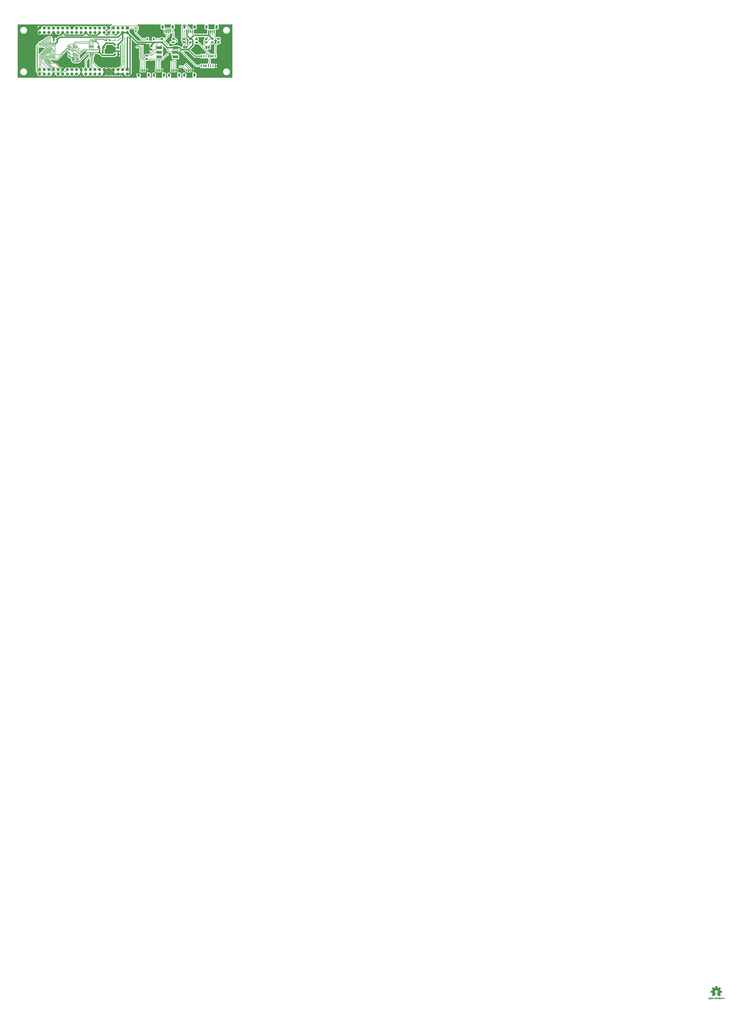
<source format=gbr>
G04 #@! TF.GenerationSoftware,KiCad,Pcbnew,5.0.2-5.fc29*
G04 #@! TF.CreationDate,2022-02-16T01:10:22+01:00*
G04 #@! TF.ProjectId,zynthian_zynaptik,7a796e74-6869-4616-9e5f-7a796e617074,1.0*
G04 #@! TF.SameCoordinates,Original*
G04 #@! TF.FileFunction,Copper,L1,Top*
G04 #@! TF.FilePolarity,Positive*
%FSLAX46Y46*%
G04 Gerber Fmt 4.6, Leading zero omitted, Abs format (unit mm)*
G04 Created by KiCad (PCBNEW 5.0.2-5.fc29) date mié 16 feb 2022 01:10:22 CET*
%MOMM*%
%LPD*%
G01*
G04 APERTURE LIST*
G04 #@! TA.AperFunction,EtchedComponent*
%ADD10C,0.010000*%
G04 #@! TD*
G04 #@! TA.AperFunction,SMDPad,CuDef*
%ADD11R,0.450000X1.750000*%
G04 #@! TD*
G04 #@! TA.AperFunction,SMDPad,CuDef*
%ADD12R,0.600000X1.500000*%
G04 #@! TD*
G04 #@! TA.AperFunction,Conductor*
%ADD13C,0.100000*%
G04 #@! TD*
G04 #@! TA.AperFunction,SMDPad,CuDef*
%ADD14C,0.975000*%
G04 #@! TD*
G04 #@! TA.AperFunction,SMDPad,CuDef*
%ADD15R,0.900000X1.200000*%
G04 #@! TD*
G04 #@! TA.AperFunction,SMDPad,CuDef*
%ADD16C,0.600000*%
G04 #@! TD*
G04 #@! TA.AperFunction,SMDPad,CuDef*
%ADD17C,1.200000*%
G04 #@! TD*
G04 #@! TA.AperFunction,ComponentPad*
%ADD18O,1.700000X1.700000*%
G04 #@! TD*
G04 #@! TA.AperFunction,ComponentPad*
%ADD19R,1.700000X1.700000*%
G04 #@! TD*
G04 #@! TA.AperFunction,SMDPad,CuDef*
%ADD20R,1.000000X1.500000*%
G04 #@! TD*
G04 #@! TA.AperFunction,SMDPad,CuDef*
%ADD21R,0.500000X0.500000*%
G04 #@! TD*
G04 #@! TA.AperFunction,SMDPad,CuDef*
%ADD22C,0.875000*%
G04 #@! TD*
G04 #@! TA.AperFunction,SMDPad,CuDef*
%ADD23C,0.300000*%
G04 #@! TD*
G04 #@! TA.AperFunction,SMDPad,CuDef*
%ADD24R,0.300000X1.400000*%
G04 #@! TD*
G04 #@! TA.AperFunction,SMDPad,CuDef*
%ADD25C,1.350000*%
G04 #@! TD*
G04 #@! TA.AperFunction,SMDPad,CuDef*
%ADD26R,3.100000X1.600000*%
G04 #@! TD*
G04 #@! TA.AperFunction,ViaPad*
%ADD27C,0.600000*%
G04 #@! TD*
G04 #@! TA.AperFunction,Conductor*
%ADD28C,0.800000*%
G04 #@! TD*
G04 #@! TA.AperFunction,Conductor*
%ADD29C,0.250000*%
G04 #@! TD*
G04 #@! TA.AperFunction,Conductor*
%ADD30C,0.600000*%
G04 #@! TD*
G04 #@! TA.AperFunction,Conductor*
%ADD31C,0.400000*%
G04 #@! TD*
G04 #@! TA.AperFunction,Conductor*
%ADD32C,0.254000*%
G04 #@! TD*
G04 APERTURE END LIST*
D10*
G04 #@! TO.C,REF\002A\002A\002A*
G36*
X439998886Y-637584505D02*
X440073539Y-637621727D01*
X440139431Y-637690261D01*
X440157577Y-637715648D01*
X440177345Y-637748866D01*
X440190172Y-637784945D01*
X440197510Y-637833098D01*
X440200813Y-637902536D01*
X440201538Y-637994206D01*
X440198263Y-638119830D01*
X440186877Y-638214154D01*
X440165041Y-638284523D01*
X440130419Y-638338286D01*
X440080670Y-638382788D01*
X440077014Y-638385423D01*
X440027985Y-638412377D01*
X439968945Y-638425712D01*
X439893859Y-638429000D01*
X439771795Y-638429000D01*
X439771744Y-638547497D01*
X439770608Y-638613492D01*
X439763686Y-638652202D01*
X439745598Y-638675419D01*
X439710962Y-638694933D01*
X439702645Y-638698920D01*
X439663720Y-638717603D01*
X439633583Y-638729403D01*
X439611174Y-638730422D01*
X439595433Y-638716761D01*
X439585302Y-638684522D01*
X439579723Y-638629804D01*
X439577635Y-638548711D01*
X439577981Y-638437344D01*
X439579700Y-638291802D01*
X439580237Y-638248269D01*
X439582172Y-638098205D01*
X439583904Y-638000042D01*
X439771692Y-638000042D01*
X439772748Y-638083364D01*
X439777438Y-638137880D01*
X439788051Y-638173837D01*
X439806872Y-638201482D01*
X439819650Y-638214965D01*
X439871890Y-638254417D01*
X439918142Y-638257628D01*
X439965867Y-638225049D01*
X439967077Y-638223846D01*
X439986494Y-638198668D01*
X439998307Y-638164447D01*
X440004265Y-638111748D01*
X440006120Y-638031131D01*
X440006154Y-638013271D01*
X440001670Y-637902175D01*
X439987074Y-637825161D01*
X439960650Y-637778147D01*
X439920683Y-637757050D01*
X439897584Y-637754923D01*
X439842762Y-637764900D01*
X439805158Y-637797752D01*
X439782523Y-637857857D01*
X439772606Y-637949598D01*
X439771692Y-638000042D01*
X439583904Y-638000042D01*
X439584222Y-637982060D01*
X439586873Y-637894679D01*
X439590606Y-637830905D01*
X439595907Y-637785582D01*
X439603258Y-637753555D01*
X439613143Y-637729668D01*
X439626046Y-637708764D01*
X439631579Y-637700898D01*
X439704969Y-637626595D01*
X439797760Y-637584467D01*
X439905096Y-637572722D01*
X439998886Y-637584505D01*
X439998886Y-637584505D01*
G37*
X439998886Y-637584505D02*
X440073539Y-637621727D01*
X440139431Y-637690261D01*
X440157577Y-637715648D01*
X440177345Y-637748866D01*
X440190172Y-637784945D01*
X440197510Y-637833098D01*
X440200813Y-637902536D01*
X440201538Y-637994206D01*
X440198263Y-638119830D01*
X440186877Y-638214154D01*
X440165041Y-638284523D01*
X440130419Y-638338286D01*
X440080670Y-638382788D01*
X440077014Y-638385423D01*
X440027985Y-638412377D01*
X439968945Y-638425712D01*
X439893859Y-638429000D01*
X439771795Y-638429000D01*
X439771744Y-638547497D01*
X439770608Y-638613492D01*
X439763686Y-638652202D01*
X439745598Y-638675419D01*
X439710962Y-638694933D01*
X439702645Y-638698920D01*
X439663720Y-638717603D01*
X439633583Y-638729403D01*
X439611174Y-638730422D01*
X439595433Y-638716761D01*
X439585302Y-638684522D01*
X439579723Y-638629804D01*
X439577635Y-638548711D01*
X439577981Y-638437344D01*
X439579700Y-638291802D01*
X439580237Y-638248269D01*
X439582172Y-638098205D01*
X439583904Y-638000042D01*
X439771692Y-638000042D01*
X439772748Y-638083364D01*
X439777438Y-638137880D01*
X439788051Y-638173837D01*
X439806872Y-638201482D01*
X439819650Y-638214965D01*
X439871890Y-638254417D01*
X439918142Y-638257628D01*
X439965867Y-638225049D01*
X439967077Y-638223846D01*
X439986494Y-638198668D01*
X439998307Y-638164447D01*
X440004265Y-638111748D01*
X440006120Y-638031131D01*
X440006154Y-638013271D01*
X440001670Y-637902175D01*
X439987074Y-637825161D01*
X439960650Y-637778147D01*
X439920683Y-637757050D01*
X439897584Y-637754923D01*
X439842762Y-637764900D01*
X439805158Y-637797752D01*
X439782523Y-637857857D01*
X439772606Y-637949598D01*
X439771692Y-638000042D01*
X439583904Y-638000042D01*
X439584222Y-637982060D01*
X439586873Y-637894679D01*
X439590606Y-637830905D01*
X439595907Y-637785582D01*
X439603258Y-637753555D01*
X439613143Y-637729668D01*
X439626046Y-637708764D01*
X439631579Y-637700898D01*
X439704969Y-637626595D01*
X439797760Y-637584467D01*
X439905096Y-637572722D01*
X439998886Y-637584505D01*
G36*
X441501664Y-637595089D02*
X441564367Y-637631358D01*
X441607961Y-637667358D01*
X441639845Y-637705075D01*
X441661810Y-637751199D01*
X441675649Y-637812421D01*
X441683153Y-637895431D01*
X441686117Y-638006919D01*
X441686461Y-638087062D01*
X441686461Y-638382065D01*
X441520385Y-638456515D01*
X441510615Y-638133402D01*
X441506579Y-638012729D01*
X441502344Y-637925141D01*
X441497097Y-637864650D01*
X441490025Y-637825268D01*
X441480311Y-637801007D01*
X441467144Y-637785880D01*
X441462919Y-637782606D01*
X441398909Y-637757034D01*
X441334208Y-637767153D01*
X441295692Y-637794000D01*
X441280025Y-637813024D01*
X441269180Y-637837988D01*
X441262288Y-637875834D01*
X441258479Y-637933502D01*
X441256883Y-638017935D01*
X441256615Y-638105928D01*
X441256563Y-638216323D01*
X441254672Y-638294463D01*
X441248345Y-638347165D01*
X441234983Y-638381242D01*
X441211985Y-638403511D01*
X441176754Y-638420787D01*
X441129697Y-638438738D01*
X441078303Y-638458278D01*
X441084421Y-638111485D01*
X441086884Y-637986468D01*
X441089767Y-637894082D01*
X441093898Y-637827881D01*
X441100107Y-637781420D01*
X441109226Y-637748256D01*
X441122083Y-637721944D01*
X441137584Y-637698729D01*
X441212371Y-637624569D01*
X441303628Y-637581684D01*
X441402883Y-637571412D01*
X441501664Y-637595089D01*
X441501664Y-637595089D01*
G37*
X441501664Y-637595089D02*
X441564367Y-637631358D01*
X441607961Y-637667358D01*
X441639845Y-637705075D01*
X441661810Y-637751199D01*
X441675649Y-637812421D01*
X441683153Y-637895431D01*
X441686117Y-638006919D01*
X441686461Y-638087062D01*
X441686461Y-638382065D01*
X441520385Y-638456515D01*
X441510615Y-638133402D01*
X441506579Y-638012729D01*
X441502344Y-637925141D01*
X441497097Y-637864650D01*
X441490025Y-637825268D01*
X441480311Y-637801007D01*
X441467144Y-637785880D01*
X441462919Y-637782606D01*
X441398909Y-637757034D01*
X441334208Y-637767153D01*
X441295692Y-637794000D01*
X441280025Y-637813024D01*
X441269180Y-637837988D01*
X441262288Y-637875834D01*
X441258479Y-637933502D01*
X441256883Y-638017935D01*
X441256615Y-638105928D01*
X441256563Y-638216323D01*
X441254672Y-638294463D01*
X441248345Y-638347165D01*
X441234983Y-638381242D01*
X441211985Y-638403511D01*
X441176754Y-638420787D01*
X441129697Y-638438738D01*
X441078303Y-638458278D01*
X441084421Y-638111485D01*
X441086884Y-637986468D01*
X441089767Y-637894082D01*
X441093898Y-637827881D01*
X441100107Y-637781420D01*
X441109226Y-637748256D01*
X441122083Y-637721944D01*
X441137584Y-637698729D01*
X441212371Y-637624569D01*
X441303628Y-637581684D01*
X441402883Y-637571412D01*
X441501664Y-637595089D01*
G36*
X439246886Y-637587256D02*
X439338464Y-637635409D01*
X439406049Y-637712905D01*
X439430057Y-637762727D01*
X439448738Y-637837533D01*
X439458301Y-637932052D01*
X439459208Y-638035210D01*
X439451921Y-638135935D01*
X439436903Y-638223153D01*
X439414615Y-638285791D01*
X439407765Y-638296579D01*
X439326632Y-638377105D01*
X439230266Y-638425336D01*
X439125701Y-638439450D01*
X439019968Y-638417629D01*
X438990543Y-638404547D01*
X438933241Y-638364231D01*
X438882950Y-638310775D01*
X438878197Y-638303995D01*
X438858878Y-638271321D01*
X438846108Y-638236394D01*
X438838564Y-638190414D01*
X438834924Y-638124584D01*
X438833865Y-638030105D01*
X438833846Y-638008923D01*
X438833894Y-638002182D01*
X439029231Y-638002182D01*
X439030368Y-638091349D01*
X439034841Y-638150520D01*
X439044246Y-638188741D01*
X439060176Y-638215053D01*
X439068308Y-638223846D01*
X439115058Y-638257261D01*
X439160447Y-638255737D01*
X439206340Y-638226752D01*
X439233712Y-638195809D01*
X439249923Y-638150643D01*
X439259026Y-638079420D01*
X439259651Y-638071114D01*
X439261204Y-637942037D01*
X439244965Y-637846172D01*
X439211152Y-637784107D01*
X439159984Y-637756432D01*
X439141720Y-637754923D01*
X439093760Y-637762513D01*
X439060953Y-637788808D01*
X439040895Y-637839095D01*
X439031178Y-637918664D01*
X439029231Y-638002182D01*
X438833894Y-638002182D01*
X438834574Y-637908249D01*
X438837629Y-637837906D01*
X438844322Y-637789163D01*
X438855960Y-637753288D01*
X438873853Y-637721548D01*
X438877808Y-637715648D01*
X438944267Y-637636104D01*
X439016685Y-637589929D01*
X439104849Y-637571599D01*
X439134787Y-637570703D01*
X439246886Y-637587256D01*
X439246886Y-637587256D01*
G37*
X439246886Y-637587256D02*
X439338464Y-637635409D01*
X439406049Y-637712905D01*
X439430057Y-637762727D01*
X439448738Y-637837533D01*
X439458301Y-637932052D01*
X439459208Y-638035210D01*
X439451921Y-638135935D01*
X439436903Y-638223153D01*
X439414615Y-638285791D01*
X439407765Y-638296579D01*
X439326632Y-638377105D01*
X439230266Y-638425336D01*
X439125701Y-638439450D01*
X439019968Y-638417629D01*
X438990543Y-638404547D01*
X438933241Y-638364231D01*
X438882950Y-638310775D01*
X438878197Y-638303995D01*
X438858878Y-638271321D01*
X438846108Y-638236394D01*
X438838564Y-638190414D01*
X438834924Y-638124584D01*
X438833865Y-638030105D01*
X438833846Y-638008923D01*
X438833894Y-638002182D01*
X439029231Y-638002182D01*
X439030368Y-638091349D01*
X439034841Y-638150520D01*
X439044246Y-638188741D01*
X439060176Y-638215053D01*
X439068308Y-638223846D01*
X439115058Y-638257261D01*
X439160447Y-638255737D01*
X439206340Y-638226752D01*
X439233712Y-638195809D01*
X439249923Y-638150643D01*
X439259026Y-638079420D01*
X439259651Y-638071114D01*
X439261204Y-637942037D01*
X439244965Y-637846172D01*
X439211152Y-637784107D01*
X439159984Y-637756432D01*
X439141720Y-637754923D01*
X439093760Y-637762513D01*
X439060953Y-637788808D01*
X439040895Y-637839095D01*
X439031178Y-637918664D01*
X439029231Y-638002182D01*
X438833894Y-638002182D01*
X438834574Y-637908249D01*
X438837629Y-637837906D01*
X438844322Y-637789163D01*
X438855960Y-637753288D01*
X438873853Y-637721548D01*
X438877808Y-637715648D01*
X438944267Y-637636104D01*
X439016685Y-637589929D01*
X439104849Y-637571599D01*
X439134787Y-637570703D01*
X439246886Y-637587256D01*
G36*
X440764254Y-637599745D02*
X440841286Y-637651567D01*
X440900816Y-637726412D01*
X440936378Y-637821654D01*
X440943571Y-637891756D01*
X440942754Y-637921009D01*
X440935914Y-637943407D01*
X440917112Y-637963474D01*
X440880408Y-637985733D01*
X440819862Y-638014709D01*
X440729534Y-638054927D01*
X440729077Y-638055129D01*
X440645933Y-638093210D01*
X440577753Y-638127025D01*
X440531505Y-638152933D01*
X440514158Y-638167295D01*
X440514154Y-638167411D01*
X440529443Y-638198685D01*
X440565196Y-638233157D01*
X440606242Y-638257990D01*
X440627037Y-638262923D01*
X440683770Y-638245862D01*
X440732627Y-638203133D01*
X440756465Y-638156155D01*
X440779397Y-638121522D01*
X440824318Y-638082081D01*
X440877123Y-638048009D01*
X440923710Y-638029480D01*
X440933452Y-638028462D01*
X440944418Y-638045215D01*
X440945079Y-638088039D01*
X440937020Y-638145781D01*
X440921827Y-638207289D01*
X440901086Y-638261409D01*
X440900038Y-638263510D01*
X440837621Y-638350660D01*
X440756726Y-638409939D01*
X440664856Y-638439034D01*
X440569513Y-638435634D01*
X440478198Y-638397428D01*
X440474138Y-638394741D01*
X440402306Y-638329642D01*
X440355073Y-638244705D01*
X440328934Y-638133021D01*
X440325426Y-638101643D01*
X440319213Y-637953536D01*
X440326661Y-637884468D01*
X440514154Y-637884468D01*
X440516590Y-637927552D01*
X440529914Y-637940126D01*
X440563132Y-637930719D01*
X440615494Y-637908483D01*
X440674024Y-637880610D01*
X440675479Y-637879872D01*
X440725089Y-637853777D01*
X440745000Y-637836363D01*
X440740090Y-637818107D01*
X440719416Y-637794120D01*
X440666819Y-637759406D01*
X440610177Y-637756856D01*
X440559369Y-637782119D01*
X440524276Y-637830847D01*
X440514154Y-637884468D01*
X440326661Y-637884468D01*
X440331992Y-637835036D01*
X440364778Y-637741055D01*
X440410421Y-637675215D01*
X440492802Y-637608681D01*
X440583546Y-637575676D01*
X440676185Y-637573573D01*
X440764254Y-637599745D01*
X440764254Y-637599745D01*
G37*
X440764254Y-637599745D02*
X440841286Y-637651567D01*
X440900816Y-637726412D01*
X440936378Y-637821654D01*
X440943571Y-637891756D01*
X440942754Y-637921009D01*
X440935914Y-637943407D01*
X440917112Y-637963474D01*
X440880408Y-637985733D01*
X440819862Y-638014709D01*
X440729534Y-638054927D01*
X440729077Y-638055129D01*
X440645933Y-638093210D01*
X440577753Y-638127025D01*
X440531505Y-638152933D01*
X440514158Y-638167295D01*
X440514154Y-638167411D01*
X440529443Y-638198685D01*
X440565196Y-638233157D01*
X440606242Y-638257990D01*
X440627037Y-638262923D01*
X440683770Y-638245862D01*
X440732627Y-638203133D01*
X440756465Y-638156155D01*
X440779397Y-638121522D01*
X440824318Y-638082081D01*
X440877123Y-638048009D01*
X440923710Y-638029480D01*
X440933452Y-638028462D01*
X440944418Y-638045215D01*
X440945079Y-638088039D01*
X440937020Y-638145781D01*
X440921827Y-638207289D01*
X440901086Y-638261409D01*
X440900038Y-638263510D01*
X440837621Y-638350660D01*
X440756726Y-638409939D01*
X440664856Y-638439034D01*
X440569513Y-638435634D01*
X440478198Y-638397428D01*
X440474138Y-638394741D01*
X440402306Y-638329642D01*
X440355073Y-638244705D01*
X440328934Y-638133021D01*
X440325426Y-638101643D01*
X440319213Y-637953536D01*
X440326661Y-637884468D01*
X440514154Y-637884468D01*
X440516590Y-637927552D01*
X440529914Y-637940126D01*
X440563132Y-637930719D01*
X440615494Y-637908483D01*
X440674024Y-637880610D01*
X440675479Y-637879872D01*
X440725089Y-637853777D01*
X440745000Y-637836363D01*
X440740090Y-637818107D01*
X440719416Y-637794120D01*
X440666819Y-637759406D01*
X440610177Y-637756856D01*
X440559369Y-637782119D01*
X440524276Y-637830847D01*
X440514154Y-637884468D01*
X440326661Y-637884468D01*
X440331992Y-637835036D01*
X440364778Y-637741055D01*
X440410421Y-637675215D01*
X440492802Y-637608681D01*
X440583546Y-637575676D01*
X440676185Y-637573573D01*
X440764254Y-637599745D01*
G36*
X442389846Y-637492120D02*
X442395572Y-637571980D01*
X442402149Y-637619039D01*
X442411262Y-637639566D01*
X442424598Y-637639829D01*
X442428923Y-637637378D01*
X442486444Y-637619636D01*
X442561268Y-637620672D01*
X442637339Y-637638910D01*
X442684918Y-637662505D01*
X442733702Y-637700198D01*
X442769364Y-637742855D01*
X442793845Y-637797057D01*
X442809087Y-637869384D01*
X442817030Y-637966419D01*
X442819616Y-638094742D01*
X442819662Y-638119358D01*
X442819692Y-638395870D01*
X442758161Y-638417320D01*
X442714459Y-638431912D01*
X442690482Y-638438706D01*
X442689777Y-638438769D01*
X442687415Y-638420345D01*
X442685406Y-638369526D01*
X442683901Y-638292993D01*
X442683053Y-638197430D01*
X442682923Y-638139329D01*
X442682651Y-638024771D01*
X442681252Y-637942667D01*
X442677849Y-637886393D01*
X442671567Y-637849326D01*
X442661529Y-637824844D01*
X442646861Y-637806325D01*
X442637702Y-637797406D01*
X442574789Y-637761466D01*
X442506136Y-637758775D01*
X442443848Y-637789170D01*
X442432329Y-637800144D01*
X442415433Y-637820779D01*
X442403714Y-637845256D01*
X442396233Y-637880647D01*
X442392054Y-637934026D01*
X442390237Y-638012466D01*
X442389846Y-638120617D01*
X442389846Y-638395870D01*
X442328315Y-638417320D01*
X442284613Y-638431912D01*
X442260636Y-638438706D01*
X442259930Y-638438769D01*
X442258126Y-638420069D01*
X442256500Y-638367322D01*
X442255117Y-638285557D01*
X442254042Y-638179805D01*
X442253340Y-638055094D01*
X442253077Y-637916455D01*
X442253077Y-637381806D01*
X442380077Y-637328236D01*
X442389846Y-637492120D01*
X442389846Y-637492120D01*
G37*
X442389846Y-637492120D02*
X442395572Y-637571980D01*
X442402149Y-637619039D01*
X442411262Y-637639566D01*
X442424598Y-637639829D01*
X442428923Y-637637378D01*
X442486444Y-637619636D01*
X442561268Y-637620672D01*
X442637339Y-637638910D01*
X442684918Y-637662505D01*
X442733702Y-637700198D01*
X442769364Y-637742855D01*
X442793845Y-637797057D01*
X442809087Y-637869384D01*
X442817030Y-637966419D01*
X442819616Y-638094742D01*
X442819662Y-638119358D01*
X442819692Y-638395870D01*
X442758161Y-638417320D01*
X442714459Y-638431912D01*
X442690482Y-638438706D01*
X442689777Y-638438769D01*
X442687415Y-638420345D01*
X442685406Y-638369526D01*
X442683901Y-638292993D01*
X442683053Y-638197430D01*
X442682923Y-638139329D01*
X442682651Y-638024771D01*
X442681252Y-637942667D01*
X442677849Y-637886393D01*
X442671567Y-637849326D01*
X442661529Y-637824844D01*
X442646861Y-637806325D01*
X442637702Y-637797406D01*
X442574789Y-637761466D01*
X442506136Y-637758775D01*
X442443848Y-637789170D01*
X442432329Y-637800144D01*
X442415433Y-637820779D01*
X442403714Y-637845256D01*
X442396233Y-637880647D01*
X442392054Y-637934026D01*
X442390237Y-638012466D01*
X442389846Y-638120617D01*
X442389846Y-638395870D01*
X442328315Y-638417320D01*
X442284613Y-638431912D01*
X442260636Y-638438706D01*
X442259930Y-638438769D01*
X442258126Y-638420069D01*
X442256500Y-638367322D01*
X442255117Y-638285557D01*
X442254042Y-638179805D01*
X442253340Y-638055094D01*
X442253077Y-637916455D01*
X442253077Y-637381806D01*
X442380077Y-637328236D01*
X442389846Y-637492120D01*
G36*
X443283501Y-637626303D02*
X443360060Y-637654733D01*
X443360936Y-637655279D01*
X443408285Y-637690127D01*
X443443241Y-637730852D01*
X443467825Y-637783925D01*
X443484062Y-637855814D01*
X443493975Y-637952992D01*
X443499586Y-638081928D01*
X443500077Y-638100298D01*
X443507141Y-638377287D01*
X443447695Y-638408028D01*
X443404681Y-638428802D01*
X443378710Y-638438646D01*
X443377509Y-638438769D01*
X443373014Y-638420606D01*
X443369444Y-638371612D01*
X443367248Y-638300031D01*
X443366769Y-638242068D01*
X443366758Y-638148170D01*
X443362466Y-638089203D01*
X443347503Y-638061079D01*
X443315482Y-638059706D01*
X443260014Y-638080998D01*
X443176269Y-638120136D01*
X443114689Y-638152643D01*
X443083017Y-638180845D01*
X443073706Y-638211582D01*
X443073692Y-638213104D01*
X443089057Y-638266054D01*
X443134547Y-638294660D01*
X443204166Y-638298803D01*
X443254313Y-638298084D01*
X443280754Y-638312527D01*
X443297243Y-638347218D01*
X443306733Y-638391416D01*
X443293057Y-638416493D01*
X443287907Y-638420082D01*
X443239425Y-638434496D01*
X443171531Y-638436537D01*
X443101612Y-638426983D01*
X443052068Y-638409522D01*
X442983570Y-638351364D01*
X442944634Y-638270408D01*
X442936923Y-638207160D01*
X442942807Y-638150111D01*
X442964101Y-638103542D01*
X443006265Y-638062181D01*
X443074759Y-638020755D01*
X443175044Y-637973993D01*
X443181154Y-637971350D01*
X443271490Y-637929617D01*
X443327235Y-637895391D01*
X443351129Y-637864635D01*
X443345913Y-637833311D01*
X443314328Y-637797383D01*
X443304883Y-637789116D01*
X443241617Y-637757058D01*
X443176064Y-637758407D01*
X443118972Y-637789838D01*
X443081093Y-637848024D01*
X443077574Y-637859446D01*
X443043300Y-637914837D01*
X442999809Y-637941518D01*
X442936923Y-637967960D01*
X442936923Y-637899548D01*
X442956052Y-637800110D01*
X443012831Y-637708902D01*
X443042378Y-637678389D01*
X443109542Y-637639228D01*
X443194956Y-637621500D01*
X443283501Y-637626303D01*
X443283501Y-637626303D01*
G37*
X443283501Y-637626303D02*
X443360060Y-637654733D01*
X443360936Y-637655279D01*
X443408285Y-637690127D01*
X443443241Y-637730852D01*
X443467825Y-637783925D01*
X443484062Y-637855814D01*
X443493975Y-637952992D01*
X443499586Y-638081928D01*
X443500077Y-638100298D01*
X443507141Y-638377287D01*
X443447695Y-638408028D01*
X443404681Y-638428802D01*
X443378710Y-638438646D01*
X443377509Y-638438769D01*
X443373014Y-638420606D01*
X443369444Y-638371612D01*
X443367248Y-638300031D01*
X443366769Y-638242068D01*
X443366758Y-638148170D01*
X443362466Y-638089203D01*
X443347503Y-638061079D01*
X443315482Y-638059706D01*
X443260014Y-638080998D01*
X443176269Y-638120136D01*
X443114689Y-638152643D01*
X443083017Y-638180845D01*
X443073706Y-638211582D01*
X443073692Y-638213104D01*
X443089057Y-638266054D01*
X443134547Y-638294660D01*
X443204166Y-638298803D01*
X443254313Y-638298084D01*
X443280754Y-638312527D01*
X443297243Y-638347218D01*
X443306733Y-638391416D01*
X443293057Y-638416493D01*
X443287907Y-638420082D01*
X443239425Y-638434496D01*
X443171531Y-638436537D01*
X443101612Y-638426983D01*
X443052068Y-638409522D01*
X442983570Y-638351364D01*
X442944634Y-638270408D01*
X442936923Y-638207160D01*
X442942807Y-638150111D01*
X442964101Y-638103542D01*
X443006265Y-638062181D01*
X443074759Y-638020755D01*
X443175044Y-637973993D01*
X443181154Y-637971350D01*
X443271490Y-637929617D01*
X443327235Y-637895391D01*
X443351129Y-637864635D01*
X443345913Y-637833311D01*
X443314328Y-637797383D01*
X443304883Y-637789116D01*
X443241617Y-637757058D01*
X443176064Y-637758407D01*
X443118972Y-637789838D01*
X443081093Y-637848024D01*
X443077574Y-637859446D01*
X443043300Y-637914837D01*
X442999809Y-637941518D01*
X442936923Y-637967960D01*
X442936923Y-637899548D01*
X442956052Y-637800110D01*
X443012831Y-637708902D01*
X443042378Y-637678389D01*
X443109542Y-637639228D01*
X443194956Y-637621500D01*
X443283501Y-637626303D01*
G36*
X443943362Y-637624670D02*
X444032117Y-637657421D01*
X444104022Y-637715350D01*
X444132144Y-637756128D01*
X444162802Y-637830954D01*
X444162165Y-637885058D01*
X444129987Y-637921446D01*
X444118081Y-637927633D01*
X444066675Y-637946925D01*
X444040422Y-637941982D01*
X444031530Y-637909587D01*
X444031077Y-637891692D01*
X444014797Y-637825859D01*
X443972365Y-637779807D01*
X443913388Y-637757564D01*
X443847475Y-637763161D01*
X443793895Y-637792229D01*
X443775798Y-637808810D01*
X443762971Y-637828925D01*
X443754306Y-637859332D01*
X443748696Y-637906788D01*
X443745035Y-637978050D01*
X443742215Y-638079875D01*
X443741484Y-638112115D01*
X443738820Y-638222410D01*
X443735792Y-638300036D01*
X443731250Y-638351396D01*
X443724046Y-638382890D01*
X443713033Y-638400920D01*
X443697060Y-638411888D01*
X443686834Y-638416733D01*
X443643406Y-638433301D01*
X443617842Y-638438769D01*
X443609395Y-638420507D01*
X443604239Y-638365296D01*
X443602346Y-638272499D01*
X443603689Y-638141478D01*
X443604107Y-638121269D01*
X443607058Y-638001733D01*
X443610548Y-637914449D01*
X443615514Y-637852591D01*
X443622893Y-637809336D01*
X443633624Y-637777860D01*
X443648645Y-637751339D01*
X443656502Y-637739975D01*
X443701553Y-637689692D01*
X443751940Y-637650581D01*
X443758108Y-637647167D01*
X443848458Y-637620212D01*
X443943362Y-637624670D01*
X443943362Y-637624670D01*
G37*
X443943362Y-637624670D02*
X444032117Y-637657421D01*
X444104022Y-637715350D01*
X444132144Y-637756128D01*
X444162802Y-637830954D01*
X444162165Y-637885058D01*
X444129987Y-637921446D01*
X444118081Y-637927633D01*
X444066675Y-637946925D01*
X444040422Y-637941982D01*
X444031530Y-637909587D01*
X444031077Y-637891692D01*
X444014797Y-637825859D01*
X443972365Y-637779807D01*
X443913388Y-637757564D01*
X443847475Y-637763161D01*
X443793895Y-637792229D01*
X443775798Y-637808810D01*
X443762971Y-637828925D01*
X443754306Y-637859332D01*
X443748696Y-637906788D01*
X443745035Y-637978050D01*
X443742215Y-638079875D01*
X443741484Y-638112115D01*
X443738820Y-638222410D01*
X443735792Y-638300036D01*
X443731250Y-638351396D01*
X443724046Y-638382890D01*
X443713033Y-638400920D01*
X443697060Y-638411888D01*
X443686834Y-638416733D01*
X443643406Y-638433301D01*
X443617842Y-638438769D01*
X443609395Y-638420507D01*
X443604239Y-638365296D01*
X443602346Y-638272499D01*
X443603689Y-638141478D01*
X443604107Y-638121269D01*
X443607058Y-638001733D01*
X443610548Y-637914449D01*
X443615514Y-637852591D01*
X443622893Y-637809336D01*
X443633624Y-637777860D01*
X443648645Y-637751339D01*
X443656502Y-637739975D01*
X443701553Y-637689692D01*
X443751940Y-637650581D01*
X443758108Y-637647167D01*
X443848458Y-637620212D01*
X443943362Y-637624670D01*
G36*
X444832081Y-637780289D02*
X444831833Y-637926320D01*
X444830872Y-638038655D01*
X444828794Y-638122678D01*
X444825193Y-638183769D01*
X444819665Y-638227309D01*
X444811804Y-638258679D01*
X444801207Y-638283262D01*
X444793182Y-638297294D01*
X444726728Y-638373388D01*
X444642470Y-638421084D01*
X444549249Y-638438199D01*
X444455900Y-638422546D01*
X444400312Y-638394418D01*
X444341957Y-638345760D01*
X444302186Y-638286333D01*
X444278190Y-638208507D01*
X444267161Y-638104652D01*
X444265599Y-638028462D01*
X444265809Y-638022986D01*
X444402308Y-638022986D01*
X444403141Y-638110355D01*
X444406961Y-638168192D01*
X444415746Y-638206029D01*
X444431474Y-638233398D01*
X444450266Y-638254042D01*
X444513375Y-638293890D01*
X444581137Y-638297295D01*
X444645179Y-638264025D01*
X444650164Y-638259517D01*
X444671439Y-638236067D01*
X444684779Y-638208166D01*
X444692001Y-638166641D01*
X444694923Y-638102316D01*
X444695385Y-638031200D01*
X444694383Y-637941858D01*
X444690238Y-637882258D01*
X444681236Y-637843089D01*
X444665667Y-637815040D01*
X444652902Y-637800144D01*
X444593600Y-637762575D01*
X444525301Y-637758057D01*
X444460110Y-637786753D01*
X444447528Y-637797406D01*
X444426111Y-637821063D01*
X444412744Y-637849251D01*
X444405566Y-637891245D01*
X444402719Y-637956319D01*
X444402308Y-638022986D01*
X444265809Y-638022986D01*
X444270322Y-637905765D01*
X444286362Y-637813577D01*
X444316528Y-637744269D01*
X444363629Y-637690211D01*
X444400312Y-637662505D01*
X444466990Y-637632572D01*
X444544272Y-637618678D01*
X444616110Y-637622397D01*
X444656308Y-637637400D01*
X444672082Y-637641670D01*
X444682550Y-637625750D01*
X444689856Y-637583089D01*
X444695385Y-637518106D01*
X444701437Y-637445732D01*
X444709844Y-637402187D01*
X444725141Y-637377287D01*
X444751864Y-637360845D01*
X444768654Y-637353564D01*
X444832154Y-637326963D01*
X444832081Y-637780289D01*
X444832081Y-637780289D01*
G37*
X444832081Y-637780289D02*
X444831833Y-637926320D01*
X444830872Y-638038655D01*
X444828794Y-638122678D01*
X444825193Y-638183769D01*
X444819665Y-638227309D01*
X444811804Y-638258679D01*
X444801207Y-638283262D01*
X444793182Y-638297294D01*
X444726728Y-638373388D01*
X444642470Y-638421084D01*
X444549249Y-638438199D01*
X444455900Y-638422546D01*
X444400312Y-638394418D01*
X444341957Y-638345760D01*
X444302186Y-638286333D01*
X444278190Y-638208507D01*
X444267161Y-638104652D01*
X444265599Y-638028462D01*
X444265809Y-638022986D01*
X444402308Y-638022986D01*
X444403141Y-638110355D01*
X444406961Y-638168192D01*
X444415746Y-638206029D01*
X444431474Y-638233398D01*
X444450266Y-638254042D01*
X444513375Y-638293890D01*
X444581137Y-638297295D01*
X444645179Y-638264025D01*
X444650164Y-638259517D01*
X444671439Y-638236067D01*
X444684779Y-638208166D01*
X444692001Y-638166641D01*
X444694923Y-638102316D01*
X444695385Y-638031200D01*
X444694383Y-637941858D01*
X444690238Y-637882258D01*
X444681236Y-637843089D01*
X444665667Y-637815040D01*
X444652902Y-637800144D01*
X444593600Y-637762575D01*
X444525301Y-637758057D01*
X444460110Y-637786753D01*
X444447528Y-637797406D01*
X444426111Y-637821063D01*
X444412744Y-637849251D01*
X444405566Y-637891245D01*
X444402719Y-637956319D01*
X444402308Y-638022986D01*
X444265809Y-638022986D01*
X444270322Y-637905765D01*
X444286362Y-637813577D01*
X444316528Y-637744269D01*
X444363629Y-637690211D01*
X444400312Y-637662505D01*
X444466990Y-637632572D01*
X444544272Y-637618678D01*
X444616110Y-637622397D01*
X444656308Y-637637400D01*
X444672082Y-637641670D01*
X444682550Y-637625750D01*
X444689856Y-637583089D01*
X444695385Y-637518106D01*
X444701437Y-637445732D01*
X444709844Y-637402187D01*
X444725141Y-637377287D01*
X444751864Y-637360845D01*
X444768654Y-637353564D01*
X444832154Y-637326963D01*
X444832081Y-637780289D01*
G36*
X445625929Y-637636662D02*
X445628911Y-637688068D01*
X445631247Y-637766192D01*
X445632749Y-637864857D01*
X445633231Y-637968343D01*
X445633231Y-638318533D01*
X445571401Y-638380363D01*
X445528793Y-638418462D01*
X445491390Y-638433895D01*
X445440270Y-638432918D01*
X445419978Y-638430433D01*
X445356554Y-638423200D01*
X445304095Y-638419055D01*
X445291308Y-638418672D01*
X445248199Y-638421176D01*
X445186544Y-638427462D01*
X445162638Y-638430433D01*
X445103922Y-638435028D01*
X445064464Y-638425046D01*
X445025338Y-638394228D01*
X445011215Y-638380363D01*
X444949385Y-638318533D01*
X444949385Y-637663503D01*
X444999150Y-637640829D01*
X445042002Y-637624034D01*
X445067073Y-637618154D01*
X445073501Y-637636736D01*
X445079509Y-637688655D01*
X445084697Y-637768172D01*
X445088664Y-637869546D01*
X445090577Y-637955192D01*
X445095923Y-638292231D01*
X445142560Y-638298825D01*
X445184976Y-638294214D01*
X445205760Y-638279287D01*
X445211570Y-638251377D01*
X445216530Y-638191925D01*
X445220246Y-638108466D01*
X445222324Y-638008532D01*
X445222624Y-637957104D01*
X445222923Y-637661054D01*
X445284454Y-637639604D01*
X445328004Y-637625020D01*
X445351694Y-637618219D01*
X445352377Y-637618154D01*
X445354754Y-637636642D01*
X445357366Y-637687906D01*
X445359995Y-637765649D01*
X445362421Y-637863574D01*
X445364115Y-637955192D01*
X445369461Y-638292231D01*
X445486692Y-638292231D01*
X445492072Y-637984746D01*
X445497451Y-637677261D01*
X445554601Y-637647707D01*
X445596797Y-637627413D01*
X445621770Y-637618204D01*
X445622491Y-637618154D01*
X445625929Y-637636662D01*
X445625929Y-637636662D01*
G37*
X445625929Y-637636662D02*
X445628911Y-637688068D01*
X445631247Y-637766192D01*
X445632749Y-637864857D01*
X445633231Y-637968343D01*
X445633231Y-638318533D01*
X445571401Y-638380363D01*
X445528793Y-638418462D01*
X445491390Y-638433895D01*
X445440270Y-638432918D01*
X445419978Y-638430433D01*
X445356554Y-638423200D01*
X445304095Y-638419055D01*
X445291308Y-638418672D01*
X445248199Y-638421176D01*
X445186544Y-638427462D01*
X445162638Y-638430433D01*
X445103922Y-638435028D01*
X445064464Y-638425046D01*
X445025338Y-638394228D01*
X445011215Y-638380363D01*
X444949385Y-638318533D01*
X444949385Y-637663503D01*
X444999150Y-637640829D01*
X445042002Y-637624034D01*
X445067073Y-637618154D01*
X445073501Y-637636736D01*
X445079509Y-637688655D01*
X445084697Y-637768172D01*
X445088664Y-637869546D01*
X445090577Y-637955192D01*
X445095923Y-638292231D01*
X445142560Y-638298825D01*
X445184976Y-638294214D01*
X445205760Y-638279287D01*
X445211570Y-638251377D01*
X445216530Y-638191925D01*
X445220246Y-638108466D01*
X445222324Y-638008532D01*
X445222624Y-637957104D01*
X445222923Y-637661054D01*
X445284454Y-637639604D01*
X445328004Y-637625020D01*
X445351694Y-637618219D01*
X445352377Y-637618154D01*
X445354754Y-637636642D01*
X445357366Y-637687906D01*
X445359995Y-637765649D01*
X445362421Y-637863574D01*
X445364115Y-637955192D01*
X445369461Y-638292231D01*
X445486692Y-638292231D01*
X445492072Y-637984746D01*
X445497451Y-637677261D01*
X445554601Y-637647707D01*
X445596797Y-637627413D01*
X445621770Y-637618204D01*
X445622491Y-637618154D01*
X445625929Y-637636662D01*
G36*
X446117333Y-637633528D02*
X446173590Y-637659117D01*
X446217747Y-637690124D01*
X446250101Y-637724795D01*
X446272438Y-637769520D01*
X446286546Y-637830692D01*
X446294211Y-637914701D01*
X446297220Y-638027940D01*
X446297538Y-638102509D01*
X446297538Y-638393420D01*
X446247773Y-638416095D01*
X446208576Y-638432667D01*
X446189157Y-638438769D01*
X446185442Y-638420610D01*
X446182495Y-638371648D01*
X446180691Y-638300153D01*
X446180308Y-638243385D01*
X446178661Y-638161371D01*
X446174222Y-638096309D01*
X446167740Y-638056467D01*
X446162590Y-638048000D01*
X446127977Y-638056646D01*
X446073640Y-638078823D01*
X446010722Y-638108886D01*
X445950368Y-638141192D01*
X445903721Y-638170098D01*
X445881926Y-638189961D01*
X445881839Y-638190175D01*
X445883714Y-638226935D01*
X445900525Y-638262026D01*
X445930039Y-638290528D01*
X445973116Y-638300061D01*
X446009932Y-638298950D01*
X446062074Y-638298133D01*
X446089444Y-638310349D01*
X446105882Y-638342624D01*
X446107955Y-638348710D01*
X446115081Y-638394739D01*
X446096024Y-638422687D01*
X446046353Y-638436007D01*
X445992697Y-638438470D01*
X445896142Y-638420210D01*
X445846159Y-638394131D01*
X445784429Y-638332868D01*
X445751690Y-638257670D01*
X445748753Y-638178211D01*
X445776424Y-638104167D01*
X445818047Y-638057769D01*
X445859604Y-638031793D01*
X445924922Y-637998907D01*
X446001038Y-637965557D01*
X446013726Y-637960461D01*
X446097333Y-637923565D01*
X446145530Y-637891046D01*
X446161030Y-637858718D01*
X446146550Y-637822394D01*
X446121692Y-637794000D01*
X446062939Y-637759039D01*
X445998293Y-637756417D01*
X445939008Y-637783358D01*
X445896339Y-637837088D01*
X445890739Y-637850950D01*
X445858133Y-637901936D01*
X445810530Y-637939787D01*
X445750461Y-637970850D01*
X445750461Y-637882768D01*
X445753997Y-637828951D01*
X445769156Y-637786534D01*
X445802768Y-637741279D01*
X445835035Y-637706420D01*
X445885209Y-637657062D01*
X445924193Y-637630547D01*
X445966064Y-637619911D01*
X446013460Y-637618154D01*
X446117333Y-637633528D01*
X446117333Y-637633528D01*
G37*
X446117333Y-637633528D02*
X446173590Y-637659117D01*
X446217747Y-637690124D01*
X446250101Y-637724795D01*
X446272438Y-637769520D01*
X446286546Y-637830692D01*
X446294211Y-637914701D01*
X446297220Y-638027940D01*
X446297538Y-638102509D01*
X446297538Y-638393420D01*
X446247773Y-638416095D01*
X446208576Y-638432667D01*
X446189157Y-638438769D01*
X446185442Y-638420610D01*
X446182495Y-638371648D01*
X446180691Y-638300153D01*
X446180308Y-638243385D01*
X446178661Y-638161371D01*
X446174222Y-638096309D01*
X446167740Y-638056467D01*
X446162590Y-638048000D01*
X446127977Y-638056646D01*
X446073640Y-638078823D01*
X446010722Y-638108886D01*
X445950368Y-638141192D01*
X445903721Y-638170098D01*
X445881926Y-638189961D01*
X445881839Y-638190175D01*
X445883714Y-638226935D01*
X445900525Y-638262026D01*
X445930039Y-638290528D01*
X445973116Y-638300061D01*
X446009932Y-638298950D01*
X446062074Y-638298133D01*
X446089444Y-638310349D01*
X446105882Y-638342624D01*
X446107955Y-638348710D01*
X446115081Y-638394739D01*
X446096024Y-638422687D01*
X446046353Y-638436007D01*
X445992697Y-638438470D01*
X445896142Y-638420210D01*
X445846159Y-638394131D01*
X445784429Y-638332868D01*
X445751690Y-638257670D01*
X445748753Y-638178211D01*
X445776424Y-638104167D01*
X445818047Y-638057769D01*
X445859604Y-638031793D01*
X445924922Y-637998907D01*
X446001038Y-637965557D01*
X446013726Y-637960461D01*
X446097333Y-637923565D01*
X446145530Y-637891046D01*
X446161030Y-637858718D01*
X446146550Y-637822394D01*
X446121692Y-637794000D01*
X446062939Y-637759039D01*
X445998293Y-637756417D01*
X445939008Y-637783358D01*
X445896339Y-637837088D01*
X445890739Y-637850950D01*
X445858133Y-637901936D01*
X445810530Y-637939787D01*
X445750461Y-637970850D01*
X445750461Y-637882768D01*
X445753997Y-637828951D01*
X445769156Y-637786534D01*
X445802768Y-637741279D01*
X445835035Y-637706420D01*
X445885209Y-637657062D01*
X445924193Y-637630547D01*
X445966064Y-637619911D01*
X446013460Y-637618154D01*
X446117333Y-637633528D01*
G36*
X446800807Y-637636782D02*
X446824161Y-637646988D01*
X446879902Y-637691134D01*
X446927569Y-637754967D01*
X446957048Y-637823087D01*
X446961846Y-637856670D01*
X446945760Y-637903556D01*
X446910475Y-637928365D01*
X446872644Y-637943387D01*
X446855321Y-637946155D01*
X446846886Y-637926066D01*
X446830230Y-637882351D01*
X446822923Y-637862598D01*
X446781948Y-637794271D01*
X446722622Y-637760191D01*
X446646552Y-637761239D01*
X446640918Y-637762581D01*
X446600305Y-637781836D01*
X446570448Y-637819375D01*
X446550055Y-637879809D01*
X446537836Y-637967751D01*
X446532500Y-638087813D01*
X446532000Y-638151698D01*
X446531752Y-638252403D01*
X446530126Y-638321054D01*
X446525801Y-638364673D01*
X446517454Y-638390282D01*
X446503765Y-638404903D01*
X446483411Y-638415558D01*
X446482234Y-638416095D01*
X446443038Y-638432667D01*
X446423619Y-638438769D01*
X446420635Y-638420319D01*
X446418081Y-638369323D01*
X446416140Y-638292308D01*
X446414997Y-638195805D01*
X446414769Y-638125184D01*
X446415932Y-637988525D01*
X446420479Y-637884851D01*
X446429999Y-637808108D01*
X446446081Y-637752246D01*
X446470313Y-637711212D01*
X446504286Y-637678954D01*
X446537833Y-637656440D01*
X446618499Y-637626476D01*
X446712381Y-637619718D01*
X446800807Y-637636782D01*
X446800807Y-637636782D01*
G37*
X446800807Y-637636782D02*
X446824161Y-637646988D01*
X446879902Y-637691134D01*
X446927569Y-637754967D01*
X446957048Y-637823087D01*
X446961846Y-637856670D01*
X446945760Y-637903556D01*
X446910475Y-637928365D01*
X446872644Y-637943387D01*
X446855321Y-637946155D01*
X446846886Y-637926066D01*
X446830230Y-637882351D01*
X446822923Y-637862598D01*
X446781948Y-637794271D01*
X446722622Y-637760191D01*
X446646552Y-637761239D01*
X446640918Y-637762581D01*
X446600305Y-637781836D01*
X446570448Y-637819375D01*
X446550055Y-637879809D01*
X446537836Y-637967751D01*
X446532500Y-638087813D01*
X446532000Y-638151698D01*
X446531752Y-638252403D01*
X446530126Y-638321054D01*
X446525801Y-638364673D01*
X446517454Y-638390282D01*
X446503765Y-638404903D01*
X446483411Y-638415558D01*
X446482234Y-638416095D01*
X446443038Y-638432667D01*
X446423619Y-638438769D01*
X446420635Y-638420319D01*
X446418081Y-638369323D01*
X446416140Y-638292308D01*
X446414997Y-638195805D01*
X446414769Y-638125184D01*
X446415932Y-637988525D01*
X446420479Y-637884851D01*
X446429999Y-637808108D01*
X446446081Y-637752246D01*
X446470313Y-637711212D01*
X446504286Y-637678954D01*
X446537833Y-637656440D01*
X446618499Y-637626476D01*
X446712381Y-637619718D01*
X446800807Y-637636782D01*
G36*
X447475224Y-637647838D02*
X447552528Y-637698361D01*
X447589814Y-637743590D01*
X447619353Y-637825663D01*
X447621699Y-637890607D01*
X447616385Y-637977445D01*
X447416115Y-638065103D01*
X447318739Y-638109887D01*
X447255113Y-638145913D01*
X447222029Y-638177117D01*
X447216280Y-638207436D01*
X447234658Y-638240805D01*
X447254923Y-638262923D01*
X447313889Y-638298393D01*
X447378024Y-638300879D01*
X447436926Y-638273235D01*
X447480197Y-638218320D01*
X447487936Y-638198928D01*
X447525006Y-638138364D01*
X447567654Y-638112552D01*
X447626154Y-638090471D01*
X447626154Y-638174184D01*
X447620982Y-638231150D01*
X447600723Y-638279189D01*
X447558262Y-638334346D01*
X447551951Y-638341514D01*
X447504720Y-638390585D01*
X447464121Y-638416920D01*
X447413328Y-638429035D01*
X447371220Y-638433003D01*
X447295902Y-638433991D01*
X447242286Y-638421466D01*
X447208838Y-638402869D01*
X447156268Y-638361975D01*
X447119879Y-638317748D01*
X447096850Y-638262126D01*
X447084359Y-638187047D01*
X447079587Y-638084449D01*
X447079206Y-638032376D01*
X447080501Y-637969948D01*
X447198471Y-637969948D01*
X447199839Y-638003438D01*
X447203249Y-638008923D01*
X447225753Y-638001472D01*
X447274182Y-637981753D01*
X447338908Y-637953718D01*
X447352443Y-637947692D01*
X447434244Y-637906096D01*
X447479312Y-637869538D01*
X447489217Y-637835296D01*
X447465526Y-637800648D01*
X447445960Y-637785339D01*
X447375360Y-637754721D01*
X447309280Y-637759780D01*
X447253959Y-637797151D01*
X447215636Y-637863473D01*
X447203349Y-637916116D01*
X447198471Y-637969948D01*
X447080501Y-637969948D01*
X447081730Y-637910720D01*
X447091032Y-637820710D01*
X447109460Y-637755167D01*
X447139360Y-637706912D01*
X447183080Y-637668767D01*
X447202141Y-637656440D01*
X447288726Y-637624336D01*
X447383522Y-637622316D01*
X447475224Y-637647838D01*
X447475224Y-637647838D01*
G37*
X447475224Y-637647838D02*
X447552528Y-637698361D01*
X447589814Y-637743590D01*
X447619353Y-637825663D01*
X447621699Y-637890607D01*
X447616385Y-637977445D01*
X447416115Y-638065103D01*
X447318739Y-638109887D01*
X447255113Y-638145913D01*
X447222029Y-638177117D01*
X447216280Y-638207436D01*
X447234658Y-638240805D01*
X447254923Y-638262923D01*
X447313889Y-638298393D01*
X447378024Y-638300879D01*
X447436926Y-638273235D01*
X447480197Y-638218320D01*
X447487936Y-638198928D01*
X447525006Y-638138364D01*
X447567654Y-638112552D01*
X447626154Y-638090471D01*
X447626154Y-638174184D01*
X447620982Y-638231150D01*
X447600723Y-638279189D01*
X447558262Y-638334346D01*
X447551951Y-638341514D01*
X447504720Y-638390585D01*
X447464121Y-638416920D01*
X447413328Y-638429035D01*
X447371220Y-638433003D01*
X447295902Y-638433991D01*
X447242286Y-638421466D01*
X447208838Y-638402869D01*
X447156268Y-638361975D01*
X447119879Y-638317748D01*
X447096850Y-638262126D01*
X447084359Y-638187047D01*
X447079587Y-638084449D01*
X447079206Y-638032376D01*
X447080501Y-637969948D01*
X447198471Y-637969948D01*
X447199839Y-638003438D01*
X447203249Y-638008923D01*
X447225753Y-638001472D01*
X447274182Y-637981753D01*
X447338908Y-637953718D01*
X447352443Y-637947692D01*
X447434244Y-637906096D01*
X447479312Y-637869538D01*
X447489217Y-637835296D01*
X447465526Y-637800648D01*
X447445960Y-637785339D01*
X447375360Y-637754721D01*
X447309280Y-637759780D01*
X447253959Y-637797151D01*
X447215636Y-637863473D01*
X447203349Y-637916116D01*
X447198471Y-637969948D01*
X447080501Y-637969948D01*
X447081730Y-637910720D01*
X447091032Y-637820710D01*
X447109460Y-637755167D01*
X447139360Y-637706912D01*
X447183080Y-637668767D01*
X447202141Y-637656440D01*
X447288726Y-637624336D01*
X447383522Y-637622316D01*
X447475224Y-637647838D01*
G36*
X443369878Y-631287776D02*
X443475612Y-631288355D01*
X443552132Y-631289922D01*
X443604372Y-631292972D01*
X443637263Y-631297996D01*
X443655737Y-631305489D01*
X443664727Y-631315944D01*
X443669163Y-631329853D01*
X443669594Y-631331654D01*
X443676333Y-631364145D01*
X443688808Y-631428252D01*
X443705719Y-631517151D01*
X443725771Y-631624019D01*
X443747664Y-631742033D01*
X443748429Y-631746178D01*
X443770359Y-631861831D01*
X443790877Y-631964014D01*
X443808659Y-632046598D01*
X443822381Y-632103456D01*
X443830718Y-632128458D01*
X443831116Y-632128901D01*
X443855677Y-632141110D01*
X443906315Y-632161456D01*
X443972095Y-632185545D01*
X443972461Y-632185674D01*
X444055317Y-632216818D01*
X444153000Y-632256491D01*
X444245077Y-632296381D01*
X444249434Y-632298353D01*
X444399407Y-632366420D01*
X444731498Y-632139639D01*
X444833374Y-632070504D01*
X444925657Y-632008697D01*
X445003003Y-631957733D01*
X445060064Y-631921127D01*
X445091495Y-631902394D01*
X445094479Y-631901004D01*
X445117321Y-631907190D01*
X445159982Y-631937035D01*
X445224128Y-631991947D01*
X445311421Y-632073334D01*
X445400535Y-632159922D01*
X445486441Y-632245247D01*
X445563327Y-632323108D01*
X445626564Y-632388697D01*
X445671523Y-632437205D01*
X445693576Y-632463825D01*
X445694396Y-632465195D01*
X445696834Y-632483463D01*
X445687650Y-632513295D01*
X445664574Y-632558721D01*
X445625337Y-632623770D01*
X445567670Y-632712470D01*
X445490795Y-632826657D01*
X445422570Y-632927162D01*
X445361582Y-633017303D01*
X445311356Y-633091849D01*
X445275416Y-633145565D01*
X445257287Y-633173218D01*
X445256146Y-633175095D01*
X445258359Y-633201590D01*
X445275138Y-633253086D01*
X445303142Y-633319851D01*
X445313122Y-633341172D01*
X445356672Y-633436159D01*
X445403134Y-633543937D01*
X445440877Y-633637192D01*
X445468073Y-633706406D01*
X445489675Y-633759006D01*
X445502158Y-633786497D01*
X445503709Y-633788616D01*
X445526668Y-633792124D01*
X445580786Y-633801738D01*
X445658868Y-633816089D01*
X445753719Y-633833807D01*
X445858143Y-633853525D01*
X445964944Y-633873874D01*
X446066926Y-633893486D01*
X446156894Y-633910991D01*
X446227653Y-633925022D01*
X446272006Y-633934209D01*
X446282885Y-633936807D01*
X446294122Y-633943218D01*
X446302605Y-633957697D01*
X446308714Y-633985133D01*
X446312832Y-634030411D01*
X446315341Y-634098420D01*
X446316621Y-634194047D01*
X446317054Y-634322180D01*
X446317077Y-634374701D01*
X446317077Y-634801845D01*
X446214500Y-634822091D01*
X446157431Y-634833070D01*
X446072269Y-634849095D01*
X445969372Y-634868233D01*
X445859096Y-634888551D01*
X445828615Y-634894132D01*
X445726855Y-634913917D01*
X445638205Y-634933373D01*
X445570108Y-634950697D01*
X445530004Y-634964088D01*
X445523323Y-634968079D01*
X445506919Y-634996342D01*
X445483399Y-635051109D01*
X445457316Y-635121588D01*
X445452142Y-635136769D01*
X445417956Y-635230896D01*
X445375523Y-635337101D01*
X445333997Y-635432473D01*
X445333792Y-635432916D01*
X445264640Y-635582525D01*
X445719512Y-636251617D01*
X445427500Y-636544116D01*
X445339180Y-636631170D01*
X445258625Y-636707909D01*
X445190360Y-636770237D01*
X445138908Y-636814056D01*
X445108794Y-636835270D01*
X445104474Y-636836616D01*
X445079111Y-636826016D01*
X445027358Y-636796547D01*
X444954868Y-636751705D01*
X444867294Y-636694984D01*
X444772612Y-636631462D01*
X444676516Y-636566668D01*
X444590837Y-636510287D01*
X444521016Y-636465788D01*
X444472494Y-636436639D01*
X444450782Y-636426308D01*
X444424293Y-636435050D01*
X444374062Y-636458087D01*
X444310451Y-636490631D01*
X444303708Y-636494249D01*
X444218046Y-636537210D01*
X444159306Y-636558279D01*
X444122772Y-636558503D01*
X444103731Y-636538928D01*
X444103620Y-636538654D01*
X444094102Y-636515472D01*
X444071403Y-636460441D01*
X444037282Y-636377822D01*
X443993500Y-636271872D01*
X443941816Y-636146852D01*
X443883992Y-636007020D01*
X443827991Y-635871637D01*
X443766447Y-635722234D01*
X443709939Y-635583832D01*
X443660161Y-635460673D01*
X443618806Y-635357002D01*
X443587568Y-635277059D01*
X443568141Y-635225088D01*
X443562154Y-635205692D01*
X443577168Y-635183443D01*
X443616439Y-635147982D01*
X443668807Y-635108887D01*
X443817941Y-634985245D01*
X443934511Y-634843522D01*
X444017118Y-634686704D01*
X444064366Y-634517775D01*
X444074857Y-634339722D01*
X444067231Y-634257539D01*
X444025682Y-634087031D01*
X443954123Y-633936459D01*
X443856995Y-633807309D01*
X443738734Y-633701064D01*
X443603780Y-633619210D01*
X443456571Y-633563232D01*
X443301544Y-633534615D01*
X443143139Y-633534844D01*
X442985794Y-633565405D01*
X442833946Y-633627782D01*
X442692035Y-633723460D01*
X442632803Y-633777572D01*
X442519203Y-633916520D01*
X442440106Y-634068361D01*
X442394986Y-634228667D01*
X442383316Y-634393012D01*
X442404569Y-634556971D01*
X442458220Y-634716118D01*
X442543740Y-634866025D01*
X442660605Y-635002267D01*
X442791193Y-635108887D01*
X442845588Y-635149642D01*
X442884014Y-635184718D01*
X442897846Y-635205726D01*
X442890603Y-635228635D01*
X442870005Y-635283365D01*
X442837746Y-635365672D01*
X442795521Y-635471315D01*
X442745023Y-635596050D01*
X442687948Y-635735636D01*
X442631854Y-635871670D01*
X442569967Y-636021201D01*
X442512644Y-636159767D01*
X442461644Y-636283107D01*
X442418727Y-636386964D01*
X442385653Y-636467080D01*
X442364181Y-636519195D01*
X442356225Y-636538654D01*
X442337429Y-636558423D01*
X442301074Y-636558365D01*
X442242479Y-636537441D01*
X442156968Y-636494613D01*
X442156292Y-636494249D01*
X442091907Y-636461012D01*
X442039861Y-636436802D01*
X442010512Y-636426404D01*
X442009217Y-636426308D01*
X441987124Y-636436855D01*
X441938348Y-636466184D01*
X441868331Y-636510827D01*
X441782514Y-636567314D01*
X441687388Y-636631462D01*
X441590540Y-636696411D01*
X441503253Y-636752896D01*
X441431181Y-636797421D01*
X441379977Y-636826490D01*
X441355526Y-636836616D01*
X441333010Y-636823307D01*
X441287742Y-636786112D01*
X441224244Y-636729128D01*
X441147039Y-636656449D01*
X441060651Y-636572171D01*
X441032399Y-636544016D01*
X440740287Y-636251416D01*
X440962631Y-635925104D01*
X441030202Y-635824897D01*
X441089507Y-635734963D01*
X441137217Y-635660510D01*
X441170007Y-635606751D01*
X441184548Y-635578894D01*
X441184974Y-635576912D01*
X441177308Y-635550655D01*
X441156689Y-635497837D01*
X441126685Y-635427310D01*
X441105625Y-635380093D01*
X441066248Y-635289694D01*
X441029165Y-635198366D01*
X441000415Y-635121200D01*
X440992605Y-635097692D01*
X440970417Y-635034916D01*
X440948727Y-634986411D01*
X440936813Y-634968079D01*
X440910523Y-634956859D01*
X440853142Y-634940954D01*
X440772118Y-634922167D01*
X440674895Y-634902299D01*
X440631385Y-634894132D01*
X440520896Y-634873829D01*
X440414916Y-634854170D01*
X440323801Y-634837088D01*
X440257908Y-634824518D01*
X440245500Y-634822091D01*
X440142923Y-634801845D01*
X440142923Y-634374701D01*
X440143153Y-634234246D01*
X440144099Y-634127979D01*
X440146141Y-634051013D01*
X440149662Y-633998460D01*
X440155043Y-633965433D01*
X440162666Y-633947045D01*
X440172912Y-633938408D01*
X440177115Y-633936807D01*
X440202470Y-633931127D01*
X440258484Y-633919795D01*
X440337964Y-633904179D01*
X440433712Y-633885647D01*
X440538533Y-633865569D01*
X440645232Y-633845312D01*
X440746613Y-633826246D01*
X440835479Y-633809739D01*
X440904637Y-633797159D01*
X440946889Y-633789875D01*
X440956290Y-633788616D01*
X440964807Y-633771763D01*
X440983660Y-633726870D01*
X441009324Y-633662430D01*
X441019123Y-633637192D01*
X441058648Y-633539686D01*
X441105192Y-633431959D01*
X441146877Y-633341172D01*
X441177550Y-633271753D01*
X441197956Y-633214710D01*
X441204768Y-633179777D01*
X441203682Y-633175095D01*
X441189285Y-633152991D01*
X441156412Y-633103831D01*
X441108590Y-633032848D01*
X441049348Y-632945278D01*
X440982215Y-632846357D01*
X440968941Y-632826830D01*
X440891046Y-632711140D01*
X440833787Y-632623044D01*
X440794881Y-632558486D01*
X440772044Y-632513411D01*
X440762994Y-632483763D01*
X440765448Y-632465485D01*
X440765511Y-632465369D01*
X440784827Y-632441361D01*
X440827551Y-632394947D01*
X440889051Y-632330937D01*
X440964698Y-632254145D01*
X441049861Y-632169382D01*
X441059465Y-632159922D01*
X441166790Y-632055989D01*
X441249615Y-631979675D01*
X441309605Y-631929571D01*
X441348423Y-631904270D01*
X441365520Y-631901004D01*
X441390473Y-631915250D01*
X441442255Y-631948156D01*
X441515520Y-631996208D01*
X441604920Y-632055890D01*
X441705111Y-632123688D01*
X441728501Y-632139639D01*
X442060593Y-632366420D01*
X442210565Y-632298353D01*
X442301770Y-632258685D01*
X442399669Y-632218791D01*
X442483831Y-632186983D01*
X442487538Y-632185674D01*
X442553369Y-632161576D01*
X442604116Y-632141200D01*
X442628842Y-632128936D01*
X442628884Y-632128901D01*
X442636729Y-632106734D01*
X442650066Y-632052217D01*
X442667570Y-631971480D01*
X442687917Y-631870650D01*
X442709782Y-631755856D01*
X442711571Y-631746178D01*
X442733504Y-631627904D01*
X442753640Y-631520542D01*
X442770680Y-631430917D01*
X442783328Y-631365851D01*
X442790284Y-631332168D01*
X442790406Y-631331654D01*
X442794639Y-631317325D01*
X442802871Y-631306507D01*
X442820033Y-631298706D01*
X442851058Y-631293429D01*
X442900878Y-631290182D01*
X442974424Y-631288472D01*
X443076629Y-631287807D01*
X443212425Y-631287693D01*
X443230000Y-631287692D01*
X443369878Y-631287776D01*
X443369878Y-631287776D01*
G37*
X443369878Y-631287776D02*
X443475612Y-631288355D01*
X443552132Y-631289922D01*
X443604372Y-631292972D01*
X443637263Y-631297996D01*
X443655737Y-631305489D01*
X443664727Y-631315944D01*
X443669163Y-631329853D01*
X443669594Y-631331654D01*
X443676333Y-631364145D01*
X443688808Y-631428252D01*
X443705719Y-631517151D01*
X443725771Y-631624019D01*
X443747664Y-631742033D01*
X443748429Y-631746178D01*
X443770359Y-631861831D01*
X443790877Y-631964014D01*
X443808659Y-632046598D01*
X443822381Y-632103456D01*
X443830718Y-632128458D01*
X443831116Y-632128901D01*
X443855677Y-632141110D01*
X443906315Y-632161456D01*
X443972095Y-632185545D01*
X443972461Y-632185674D01*
X444055317Y-632216818D01*
X444153000Y-632256491D01*
X444245077Y-632296381D01*
X444249434Y-632298353D01*
X444399407Y-632366420D01*
X444731498Y-632139639D01*
X444833374Y-632070504D01*
X444925657Y-632008697D01*
X445003003Y-631957733D01*
X445060064Y-631921127D01*
X445091495Y-631902394D01*
X445094479Y-631901004D01*
X445117321Y-631907190D01*
X445159982Y-631937035D01*
X445224128Y-631991947D01*
X445311421Y-632073334D01*
X445400535Y-632159922D01*
X445486441Y-632245247D01*
X445563327Y-632323108D01*
X445626564Y-632388697D01*
X445671523Y-632437205D01*
X445693576Y-632463825D01*
X445694396Y-632465195D01*
X445696834Y-632483463D01*
X445687650Y-632513295D01*
X445664574Y-632558721D01*
X445625337Y-632623770D01*
X445567670Y-632712470D01*
X445490795Y-632826657D01*
X445422570Y-632927162D01*
X445361582Y-633017303D01*
X445311356Y-633091849D01*
X445275416Y-633145565D01*
X445257287Y-633173218D01*
X445256146Y-633175095D01*
X445258359Y-633201590D01*
X445275138Y-633253086D01*
X445303142Y-633319851D01*
X445313122Y-633341172D01*
X445356672Y-633436159D01*
X445403134Y-633543937D01*
X445440877Y-633637192D01*
X445468073Y-633706406D01*
X445489675Y-633759006D01*
X445502158Y-633786497D01*
X445503709Y-633788616D01*
X445526668Y-633792124D01*
X445580786Y-633801738D01*
X445658868Y-633816089D01*
X445753719Y-633833807D01*
X445858143Y-633853525D01*
X445964944Y-633873874D01*
X446066926Y-633893486D01*
X446156894Y-633910991D01*
X446227653Y-633925022D01*
X446272006Y-633934209D01*
X446282885Y-633936807D01*
X446294122Y-633943218D01*
X446302605Y-633957697D01*
X446308714Y-633985133D01*
X446312832Y-634030411D01*
X446315341Y-634098420D01*
X446316621Y-634194047D01*
X446317054Y-634322180D01*
X446317077Y-634374701D01*
X446317077Y-634801845D01*
X446214500Y-634822091D01*
X446157431Y-634833070D01*
X446072269Y-634849095D01*
X445969372Y-634868233D01*
X445859096Y-634888551D01*
X445828615Y-634894132D01*
X445726855Y-634913917D01*
X445638205Y-634933373D01*
X445570108Y-634950697D01*
X445530004Y-634964088D01*
X445523323Y-634968079D01*
X445506919Y-634996342D01*
X445483399Y-635051109D01*
X445457316Y-635121588D01*
X445452142Y-635136769D01*
X445417956Y-635230896D01*
X445375523Y-635337101D01*
X445333997Y-635432473D01*
X445333792Y-635432916D01*
X445264640Y-635582525D01*
X445719512Y-636251617D01*
X445427500Y-636544116D01*
X445339180Y-636631170D01*
X445258625Y-636707909D01*
X445190360Y-636770237D01*
X445138908Y-636814056D01*
X445108794Y-636835270D01*
X445104474Y-636836616D01*
X445079111Y-636826016D01*
X445027358Y-636796547D01*
X444954868Y-636751705D01*
X444867294Y-636694984D01*
X444772612Y-636631462D01*
X444676516Y-636566668D01*
X444590837Y-636510287D01*
X444521016Y-636465788D01*
X444472494Y-636436639D01*
X444450782Y-636426308D01*
X444424293Y-636435050D01*
X444374062Y-636458087D01*
X444310451Y-636490631D01*
X444303708Y-636494249D01*
X444218046Y-636537210D01*
X444159306Y-636558279D01*
X444122772Y-636558503D01*
X444103731Y-636538928D01*
X444103620Y-636538654D01*
X444094102Y-636515472D01*
X444071403Y-636460441D01*
X444037282Y-636377822D01*
X443993500Y-636271872D01*
X443941816Y-636146852D01*
X443883992Y-636007020D01*
X443827991Y-635871637D01*
X443766447Y-635722234D01*
X443709939Y-635583832D01*
X443660161Y-635460673D01*
X443618806Y-635357002D01*
X443587568Y-635277059D01*
X443568141Y-635225088D01*
X443562154Y-635205692D01*
X443577168Y-635183443D01*
X443616439Y-635147982D01*
X443668807Y-635108887D01*
X443817941Y-634985245D01*
X443934511Y-634843522D01*
X444017118Y-634686704D01*
X444064366Y-634517775D01*
X444074857Y-634339722D01*
X444067231Y-634257539D01*
X444025682Y-634087031D01*
X443954123Y-633936459D01*
X443856995Y-633807309D01*
X443738734Y-633701064D01*
X443603780Y-633619210D01*
X443456571Y-633563232D01*
X443301544Y-633534615D01*
X443143139Y-633534844D01*
X442985794Y-633565405D01*
X442833946Y-633627782D01*
X442692035Y-633723460D01*
X442632803Y-633777572D01*
X442519203Y-633916520D01*
X442440106Y-634068361D01*
X442394986Y-634228667D01*
X442383316Y-634393012D01*
X442404569Y-634556971D01*
X442458220Y-634716118D01*
X442543740Y-634866025D01*
X442660605Y-635002267D01*
X442791193Y-635108887D01*
X442845588Y-635149642D01*
X442884014Y-635184718D01*
X442897846Y-635205726D01*
X442890603Y-635228635D01*
X442870005Y-635283365D01*
X442837746Y-635365672D01*
X442795521Y-635471315D01*
X442745023Y-635596050D01*
X442687948Y-635735636D01*
X442631854Y-635871670D01*
X442569967Y-636021201D01*
X442512644Y-636159767D01*
X442461644Y-636283107D01*
X442418727Y-636386964D01*
X442385653Y-636467080D01*
X442364181Y-636519195D01*
X442356225Y-636538654D01*
X442337429Y-636558423D01*
X442301074Y-636558365D01*
X442242479Y-636537441D01*
X442156968Y-636494613D01*
X442156292Y-636494249D01*
X442091907Y-636461012D01*
X442039861Y-636436802D01*
X442010512Y-636426404D01*
X442009217Y-636426308D01*
X441987124Y-636436855D01*
X441938348Y-636466184D01*
X441868331Y-636510827D01*
X441782514Y-636567314D01*
X441687388Y-636631462D01*
X441590540Y-636696411D01*
X441503253Y-636752896D01*
X441431181Y-636797421D01*
X441379977Y-636826490D01*
X441355526Y-636836616D01*
X441333010Y-636823307D01*
X441287742Y-636786112D01*
X441224244Y-636729128D01*
X441147039Y-636656449D01*
X441060651Y-636572171D01*
X441032399Y-636544016D01*
X440740287Y-636251416D01*
X440962631Y-635925104D01*
X441030202Y-635824897D01*
X441089507Y-635734963D01*
X441137217Y-635660510D01*
X441170007Y-635606751D01*
X441184548Y-635578894D01*
X441184974Y-635576912D01*
X441177308Y-635550655D01*
X441156689Y-635497837D01*
X441126685Y-635427310D01*
X441105625Y-635380093D01*
X441066248Y-635289694D01*
X441029165Y-635198366D01*
X441000415Y-635121200D01*
X440992605Y-635097692D01*
X440970417Y-635034916D01*
X440948727Y-634986411D01*
X440936813Y-634968079D01*
X440910523Y-634956859D01*
X440853142Y-634940954D01*
X440772118Y-634922167D01*
X440674895Y-634902299D01*
X440631385Y-634894132D01*
X440520896Y-634873829D01*
X440414916Y-634854170D01*
X440323801Y-634837088D01*
X440257908Y-634824518D01*
X440245500Y-634822091D01*
X440142923Y-634801845D01*
X440142923Y-634374701D01*
X440143153Y-634234246D01*
X440144099Y-634127979D01*
X440146141Y-634051013D01*
X440149662Y-633998460D01*
X440155043Y-633965433D01*
X440162666Y-633947045D01*
X440172912Y-633938408D01*
X440177115Y-633936807D01*
X440202470Y-633931127D01*
X440258484Y-633919795D01*
X440337964Y-633904179D01*
X440433712Y-633885647D01*
X440538533Y-633865569D01*
X440645232Y-633845312D01*
X440746613Y-633826246D01*
X440835479Y-633809739D01*
X440904637Y-633797159D01*
X440946889Y-633789875D01*
X440956290Y-633788616D01*
X440964807Y-633771763D01*
X440983660Y-633726870D01*
X441009324Y-633662430D01*
X441019123Y-633637192D01*
X441058648Y-633539686D01*
X441105192Y-633431959D01*
X441146877Y-633341172D01*
X441177550Y-633271753D01*
X441197956Y-633214710D01*
X441204768Y-633179777D01*
X441203682Y-633175095D01*
X441189285Y-633152991D01*
X441156412Y-633103831D01*
X441108590Y-633032848D01*
X441049348Y-632945278D01*
X440982215Y-632846357D01*
X440968941Y-632826830D01*
X440891046Y-632711140D01*
X440833787Y-632623044D01*
X440794881Y-632558486D01*
X440772044Y-632513411D01*
X440762994Y-632483763D01*
X440765448Y-632465485D01*
X440765511Y-632465369D01*
X440784827Y-632441361D01*
X440827551Y-632394947D01*
X440889051Y-632330937D01*
X440964698Y-632254145D01*
X441049861Y-632169382D01*
X441059465Y-632159922D01*
X441166790Y-632055989D01*
X441249615Y-631979675D01*
X441309605Y-631929571D01*
X441348423Y-631904270D01*
X441365520Y-631901004D01*
X441390473Y-631915250D01*
X441442255Y-631948156D01*
X441515520Y-631996208D01*
X441604920Y-632055890D01*
X441705111Y-632123688D01*
X441728501Y-632139639D01*
X442060593Y-632366420D01*
X442210565Y-632298353D01*
X442301770Y-632258685D01*
X442399669Y-632218791D01*
X442483831Y-632186983D01*
X442487538Y-632185674D01*
X442553369Y-632161576D01*
X442604116Y-632141200D01*
X442628842Y-632128936D01*
X442628884Y-632128901D01*
X442636729Y-632106734D01*
X442650066Y-632052217D01*
X442667570Y-631971480D01*
X442687917Y-631870650D01*
X442709782Y-631755856D01*
X442711571Y-631746178D01*
X442733504Y-631627904D01*
X442753640Y-631520542D01*
X442770680Y-631430917D01*
X442783328Y-631365851D01*
X442790284Y-631332168D01*
X442790406Y-631331654D01*
X442794639Y-631317325D01*
X442802871Y-631306507D01*
X442820033Y-631298706D01*
X442851058Y-631293429D01*
X442900878Y-631290182D01*
X442974424Y-631288472D01*
X443076629Y-631287807D01*
X443212425Y-631287693D01*
X443230000Y-631287692D01*
X443369878Y-631287776D01*
G04 #@! TD*
D11*
G04 #@! TO.P,MCP23017,1*
G04 #@! TO.N,/GPB0*
X70475000Y-119500000D03*
G04 #@! TO.P,MCP23017,2*
G04 #@! TO.N,/GPB1*
X71125000Y-119500000D03*
G04 #@! TO.P,MCP23017,3*
G04 #@! TO.N,/GPB2*
X71775000Y-119500000D03*
G04 #@! TO.P,MCP23017,4*
G04 #@! TO.N,/GPB3*
X72425000Y-119500000D03*
G04 #@! TO.P,MCP23017,5*
G04 #@! TO.N,/GPB4*
X73075000Y-119500000D03*
G04 #@! TO.P,MCP23017,6*
G04 #@! TO.N,/GPB5*
X73725000Y-119500000D03*
G04 #@! TO.P,MCP23017,7*
G04 #@! TO.N,/GPB6*
X74375000Y-119500000D03*
G04 #@! TO.P,MCP23017,8*
G04 #@! TO.N,/GPB7*
X75025000Y-119500000D03*
G04 #@! TO.P,MCP23017,9*
G04 #@! TO.N,+5V*
X75675000Y-119500000D03*
G04 #@! TO.P,MCP23017,10*
G04 #@! TO.N,GND*
X76325000Y-119500000D03*
G04 #@! TO.P,MCP23017,11*
G04 #@! TO.N,N/C*
X76975000Y-119500000D03*
G04 #@! TO.P,MCP23017,12*
G04 #@! TO.N,/SCL*
X77625000Y-119500000D03*
G04 #@! TO.P,MCP23017,13*
G04 #@! TO.N,/SDA*
X78275000Y-119500000D03*
G04 #@! TO.P,MCP23017,14*
G04 #@! TO.N,N/C*
X78925000Y-119500000D03*
G04 #@! TO.P,MCP23017,15*
G04 #@! TO.N,+5V*
X78925000Y-112300000D03*
G04 #@! TO.P,MCP23017,16*
G04 #@! TO.N,GND*
X78275000Y-112300000D03*
G04 #@! TO.P,MCP23017,17*
X77625000Y-112300000D03*
G04 #@! TO.P,MCP23017,18*
G04 #@! TO.N,+5V*
X76975000Y-112300000D03*
G04 #@! TO.P,MCP23017,19*
G04 #@! TO.N,/INTB*
X76325000Y-112300000D03*
G04 #@! TO.P,MCP23017,20*
G04 #@! TO.N,/INTA*
X75675000Y-112300000D03*
G04 #@! TO.P,MCP23017,21*
G04 #@! TO.N,/GPA0*
X75025000Y-112300000D03*
G04 #@! TO.P,MCP23017,22*
G04 #@! TO.N,/GPA1*
X74375000Y-112300000D03*
G04 #@! TO.P,MCP23017,23*
G04 #@! TO.N,/GPA2*
X73725000Y-112300000D03*
G04 #@! TO.P,MCP23017,24*
G04 #@! TO.N,/GPA3*
X73075000Y-112300000D03*
G04 #@! TO.P,MCP23017,25*
G04 #@! TO.N,/GPA4*
X72425000Y-112300000D03*
G04 #@! TO.P,MCP23017,26*
G04 #@! TO.N,/GPA5*
X71775000Y-112300000D03*
G04 #@! TO.P,MCP23017,27*
G04 #@! TO.N,/GPA6*
X71125000Y-112300000D03*
G04 #@! TO.P,MCP23017,28*
G04 #@! TO.N,/GPA7*
X70475000Y-112300000D03*
G04 #@! TD*
D12*
G04 #@! TO.P,U1,1*
G04 #@! TO.N,/MIDI-THRU*
X159580000Y-124380000D03*
G04 #@! TO.P,U1,2*
G04 #@! TO.N,Net-(U1-Pad2)*
X160850000Y-124380000D03*
G04 #@! TO.P,U1,3*
X162120000Y-124380000D03*
G04 #@! TO.P,U1,4*
G04 #@! TO.N,Net-(R6-Pad2)*
X163390000Y-124380000D03*
G04 #@! TO.P,U1,5*
G04 #@! TO.N,N/C*
X164660000Y-124380000D03*
G04 #@! TO.P,U1,6*
X165930000Y-124380000D03*
G04 #@! TO.P,U1,7*
G04 #@! TO.N,GND*
X167200000Y-124380000D03*
G04 #@! TO.P,U1,8*
G04 #@! TO.N,Net-(R9-Pad2)*
X167200000Y-118980000D03*
G04 #@! TO.P,U1,9*
G04 #@! TO.N,Net-(U1-Pad10)*
X165930000Y-118980000D03*
G04 #@! TO.P,U1,10*
X164660000Y-118980000D03*
G04 #@! TO.P,U1,11*
G04 #@! TO.N,/MIDI-OUT*
X163390000Y-118980000D03*
G04 #@! TO.P,U1,12*
G04 #@! TO.N,N/C*
X162120000Y-118980000D03*
G04 #@! TO.P,U1,13*
X160850000Y-118980000D03*
G04 #@! TO.P,U1,14*
G04 #@! TO.N,+5V*
X159580000Y-118980000D03*
G04 #@! TD*
D13*
G04 #@! TO.N,+5V*
G04 #@! TO.C,C1*
G36*
X132460142Y-113136174D02*
X132483803Y-113139684D01*
X132507007Y-113145496D01*
X132529529Y-113153554D01*
X132551153Y-113163782D01*
X132571670Y-113176079D01*
X132590883Y-113190329D01*
X132608607Y-113206393D01*
X132624671Y-113224117D01*
X132638921Y-113243330D01*
X132651218Y-113263847D01*
X132661446Y-113285471D01*
X132669504Y-113307993D01*
X132675316Y-113331197D01*
X132678826Y-113354858D01*
X132680000Y-113378750D01*
X132680000Y-113866250D01*
X132678826Y-113890142D01*
X132675316Y-113913803D01*
X132669504Y-113937007D01*
X132661446Y-113959529D01*
X132651218Y-113981153D01*
X132638921Y-114001670D01*
X132624671Y-114020883D01*
X132608607Y-114038607D01*
X132590883Y-114054671D01*
X132571670Y-114068921D01*
X132551153Y-114081218D01*
X132529529Y-114091446D01*
X132507007Y-114099504D01*
X132483803Y-114105316D01*
X132460142Y-114108826D01*
X132436250Y-114110000D01*
X131523750Y-114110000D01*
X131499858Y-114108826D01*
X131476197Y-114105316D01*
X131452993Y-114099504D01*
X131430471Y-114091446D01*
X131408847Y-114081218D01*
X131388330Y-114068921D01*
X131369117Y-114054671D01*
X131351393Y-114038607D01*
X131335329Y-114020883D01*
X131321079Y-114001670D01*
X131308782Y-113981153D01*
X131298554Y-113959529D01*
X131290496Y-113937007D01*
X131284684Y-113913803D01*
X131281174Y-113890142D01*
X131280000Y-113866250D01*
X131280000Y-113378750D01*
X131281174Y-113354858D01*
X131284684Y-113331197D01*
X131290496Y-113307993D01*
X131298554Y-113285471D01*
X131308782Y-113263847D01*
X131321079Y-113243330D01*
X131335329Y-113224117D01*
X131351393Y-113206393D01*
X131369117Y-113190329D01*
X131388330Y-113176079D01*
X131408847Y-113163782D01*
X131430471Y-113153554D01*
X131452993Y-113145496D01*
X131476197Y-113139684D01*
X131499858Y-113136174D01*
X131523750Y-113135000D01*
X132436250Y-113135000D01*
X132460142Y-113136174D01*
X132460142Y-113136174D01*
G37*
D14*
G04 #@! TD*
G04 #@! TO.P,C1,1*
G04 #@! TO.N,+5V*
X131980000Y-113622500D03*
D13*
G04 #@! TO.N,GND*
G04 #@! TO.C,C1*
G36*
X132460142Y-115011174D02*
X132483803Y-115014684D01*
X132507007Y-115020496D01*
X132529529Y-115028554D01*
X132551153Y-115038782D01*
X132571670Y-115051079D01*
X132590883Y-115065329D01*
X132608607Y-115081393D01*
X132624671Y-115099117D01*
X132638921Y-115118330D01*
X132651218Y-115138847D01*
X132661446Y-115160471D01*
X132669504Y-115182993D01*
X132675316Y-115206197D01*
X132678826Y-115229858D01*
X132680000Y-115253750D01*
X132680000Y-115741250D01*
X132678826Y-115765142D01*
X132675316Y-115788803D01*
X132669504Y-115812007D01*
X132661446Y-115834529D01*
X132651218Y-115856153D01*
X132638921Y-115876670D01*
X132624671Y-115895883D01*
X132608607Y-115913607D01*
X132590883Y-115929671D01*
X132571670Y-115943921D01*
X132551153Y-115956218D01*
X132529529Y-115966446D01*
X132507007Y-115974504D01*
X132483803Y-115980316D01*
X132460142Y-115983826D01*
X132436250Y-115985000D01*
X131523750Y-115985000D01*
X131499858Y-115983826D01*
X131476197Y-115980316D01*
X131452993Y-115974504D01*
X131430471Y-115966446D01*
X131408847Y-115956218D01*
X131388330Y-115943921D01*
X131369117Y-115929671D01*
X131351393Y-115913607D01*
X131335329Y-115895883D01*
X131321079Y-115876670D01*
X131308782Y-115856153D01*
X131298554Y-115834529D01*
X131290496Y-115812007D01*
X131284684Y-115788803D01*
X131281174Y-115765142D01*
X131280000Y-115741250D01*
X131280000Y-115253750D01*
X131281174Y-115229858D01*
X131284684Y-115206197D01*
X131290496Y-115182993D01*
X131298554Y-115160471D01*
X131308782Y-115138847D01*
X131321079Y-115118330D01*
X131335329Y-115099117D01*
X131351393Y-115081393D01*
X131369117Y-115065329D01*
X131388330Y-115051079D01*
X131408847Y-115038782D01*
X131430471Y-115028554D01*
X131452993Y-115020496D01*
X131476197Y-115014684D01*
X131499858Y-115011174D01*
X131523750Y-115010000D01*
X132436250Y-115010000D01*
X132460142Y-115011174D01*
X132460142Y-115011174D01*
G37*
D14*
G04 #@! TD*
G04 #@! TO.P,C1,2*
G04 #@! TO.N,GND*
X131980000Y-115497500D03*
D13*
G04 #@! TO.N,GND*
G04 #@! TO.C,C4*
G36*
X78530142Y-109301174D02*
X78553803Y-109304684D01*
X78577007Y-109310496D01*
X78599529Y-109318554D01*
X78621153Y-109328782D01*
X78641670Y-109341079D01*
X78660883Y-109355329D01*
X78678607Y-109371393D01*
X78694671Y-109389117D01*
X78708921Y-109408330D01*
X78721218Y-109428847D01*
X78731446Y-109450471D01*
X78739504Y-109472993D01*
X78745316Y-109496197D01*
X78748826Y-109519858D01*
X78750000Y-109543750D01*
X78750000Y-110456250D01*
X78748826Y-110480142D01*
X78745316Y-110503803D01*
X78739504Y-110527007D01*
X78731446Y-110549529D01*
X78721218Y-110571153D01*
X78708921Y-110591670D01*
X78694671Y-110610883D01*
X78678607Y-110628607D01*
X78660883Y-110644671D01*
X78641670Y-110658921D01*
X78621153Y-110671218D01*
X78599529Y-110681446D01*
X78577007Y-110689504D01*
X78553803Y-110695316D01*
X78530142Y-110698826D01*
X78506250Y-110700000D01*
X78018750Y-110700000D01*
X77994858Y-110698826D01*
X77971197Y-110695316D01*
X77947993Y-110689504D01*
X77925471Y-110681446D01*
X77903847Y-110671218D01*
X77883330Y-110658921D01*
X77864117Y-110644671D01*
X77846393Y-110628607D01*
X77830329Y-110610883D01*
X77816079Y-110591670D01*
X77803782Y-110571153D01*
X77793554Y-110549529D01*
X77785496Y-110527007D01*
X77779684Y-110503803D01*
X77776174Y-110480142D01*
X77775000Y-110456250D01*
X77775000Y-109543750D01*
X77776174Y-109519858D01*
X77779684Y-109496197D01*
X77785496Y-109472993D01*
X77793554Y-109450471D01*
X77803782Y-109428847D01*
X77816079Y-109408330D01*
X77830329Y-109389117D01*
X77846393Y-109371393D01*
X77864117Y-109355329D01*
X77883330Y-109341079D01*
X77903847Y-109328782D01*
X77925471Y-109318554D01*
X77947993Y-109310496D01*
X77971197Y-109304684D01*
X77994858Y-109301174D01*
X78018750Y-109300000D01*
X78506250Y-109300000D01*
X78530142Y-109301174D01*
X78530142Y-109301174D01*
G37*
D14*
G04 #@! TD*
G04 #@! TO.P,C4,2*
G04 #@! TO.N,GND*
X78262500Y-110000000D03*
D13*
G04 #@! TO.N,+5V*
G04 #@! TO.C,C4*
G36*
X80405142Y-109301174D02*
X80428803Y-109304684D01*
X80452007Y-109310496D01*
X80474529Y-109318554D01*
X80496153Y-109328782D01*
X80516670Y-109341079D01*
X80535883Y-109355329D01*
X80553607Y-109371393D01*
X80569671Y-109389117D01*
X80583921Y-109408330D01*
X80596218Y-109428847D01*
X80606446Y-109450471D01*
X80614504Y-109472993D01*
X80620316Y-109496197D01*
X80623826Y-109519858D01*
X80625000Y-109543750D01*
X80625000Y-110456250D01*
X80623826Y-110480142D01*
X80620316Y-110503803D01*
X80614504Y-110527007D01*
X80606446Y-110549529D01*
X80596218Y-110571153D01*
X80583921Y-110591670D01*
X80569671Y-110610883D01*
X80553607Y-110628607D01*
X80535883Y-110644671D01*
X80516670Y-110658921D01*
X80496153Y-110671218D01*
X80474529Y-110681446D01*
X80452007Y-110689504D01*
X80428803Y-110695316D01*
X80405142Y-110698826D01*
X80381250Y-110700000D01*
X79893750Y-110700000D01*
X79869858Y-110698826D01*
X79846197Y-110695316D01*
X79822993Y-110689504D01*
X79800471Y-110681446D01*
X79778847Y-110671218D01*
X79758330Y-110658921D01*
X79739117Y-110644671D01*
X79721393Y-110628607D01*
X79705329Y-110610883D01*
X79691079Y-110591670D01*
X79678782Y-110571153D01*
X79668554Y-110549529D01*
X79660496Y-110527007D01*
X79654684Y-110503803D01*
X79651174Y-110480142D01*
X79650000Y-110456250D01*
X79650000Y-109543750D01*
X79651174Y-109519858D01*
X79654684Y-109496197D01*
X79660496Y-109472993D01*
X79668554Y-109450471D01*
X79678782Y-109428847D01*
X79691079Y-109408330D01*
X79705329Y-109389117D01*
X79721393Y-109371393D01*
X79739117Y-109355329D01*
X79758330Y-109341079D01*
X79778847Y-109328782D01*
X79800471Y-109318554D01*
X79822993Y-109310496D01*
X79846197Y-109304684D01*
X79869858Y-109301174D01*
X79893750Y-109300000D01*
X80381250Y-109300000D01*
X80405142Y-109301174D01*
X80405142Y-109301174D01*
G37*
D14*
G04 #@! TD*
G04 #@! TO.P,C4,1*
G04 #@! TO.N,+5V*
X80137500Y-110000000D03*
D15*
G04 #@! TO.P,D2,1*
G04 #@! TO.N,/MIDI-THRU*
X133150000Y-109600000D03*
G04 #@! TO.P,D2,2*
G04 #@! TO.N,/MIDI-IN*
X129850000Y-109600000D03*
G04 #@! TD*
D13*
G04 #@! TO.N,Net-(D1-Pad1)*
G04 #@! TO.C,MIDI-1*
G36*
X139634703Y-104690722D02*
X139649264Y-104692882D01*
X139663543Y-104696459D01*
X139677403Y-104701418D01*
X139690710Y-104707712D01*
X139703336Y-104715280D01*
X139715159Y-104724048D01*
X139726066Y-104733934D01*
X139735952Y-104744841D01*
X139744720Y-104756664D01*
X139752288Y-104769290D01*
X139758582Y-104782597D01*
X139763541Y-104796457D01*
X139767118Y-104810736D01*
X139769278Y-104825297D01*
X139770000Y-104840000D01*
X139770000Y-106090000D01*
X139769278Y-106104703D01*
X139767118Y-106119264D01*
X139763541Y-106133543D01*
X139758582Y-106147403D01*
X139752288Y-106160710D01*
X139744720Y-106173336D01*
X139735952Y-106185159D01*
X139726066Y-106196066D01*
X139715159Y-106205952D01*
X139703336Y-106214720D01*
X139690710Y-106222288D01*
X139677403Y-106228582D01*
X139663543Y-106233541D01*
X139649264Y-106237118D01*
X139634703Y-106239278D01*
X139620000Y-106240000D01*
X139320000Y-106240000D01*
X139305297Y-106239278D01*
X139290736Y-106237118D01*
X139276457Y-106233541D01*
X139262597Y-106228582D01*
X139249290Y-106222288D01*
X139236664Y-106214720D01*
X139224841Y-106205952D01*
X139213934Y-106196066D01*
X139204048Y-106185159D01*
X139195280Y-106173336D01*
X139187712Y-106160710D01*
X139181418Y-106147403D01*
X139176459Y-106133543D01*
X139172882Y-106119264D01*
X139170722Y-106104703D01*
X139170000Y-106090000D01*
X139170000Y-104840000D01*
X139170722Y-104825297D01*
X139172882Y-104810736D01*
X139176459Y-104796457D01*
X139181418Y-104782597D01*
X139187712Y-104769290D01*
X139195280Y-104756664D01*
X139204048Y-104744841D01*
X139213934Y-104733934D01*
X139224841Y-104724048D01*
X139236664Y-104715280D01*
X139249290Y-104707712D01*
X139262597Y-104701418D01*
X139276457Y-104696459D01*
X139290736Y-104692882D01*
X139305297Y-104690722D01*
X139320000Y-104690000D01*
X139620000Y-104690000D01*
X139634703Y-104690722D01*
X139634703Y-104690722D01*
G37*
D16*
G04 #@! TD*
G04 #@! TO.P,MIDI-1,1*
G04 #@! TO.N,Net-(D1-Pad1)*
X139470000Y-105465000D03*
D13*
G04 #@! TO.N,Net-(D1-Pad2)*
G04 #@! TO.C,MIDI-1*
G36*
X140634703Y-104690722D02*
X140649264Y-104692882D01*
X140663543Y-104696459D01*
X140677403Y-104701418D01*
X140690710Y-104707712D01*
X140703336Y-104715280D01*
X140715159Y-104724048D01*
X140726066Y-104733934D01*
X140735952Y-104744841D01*
X140744720Y-104756664D01*
X140752288Y-104769290D01*
X140758582Y-104782597D01*
X140763541Y-104796457D01*
X140767118Y-104810736D01*
X140769278Y-104825297D01*
X140770000Y-104840000D01*
X140770000Y-106090000D01*
X140769278Y-106104703D01*
X140767118Y-106119264D01*
X140763541Y-106133543D01*
X140758582Y-106147403D01*
X140752288Y-106160710D01*
X140744720Y-106173336D01*
X140735952Y-106185159D01*
X140726066Y-106196066D01*
X140715159Y-106205952D01*
X140703336Y-106214720D01*
X140690710Y-106222288D01*
X140677403Y-106228582D01*
X140663543Y-106233541D01*
X140649264Y-106237118D01*
X140634703Y-106239278D01*
X140620000Y-106240000D01*
X140320000Y-106240000D01*
X140305297Y-106239278D01*
X140290736Y-106237118D01*
X140276457Y-106233541D01*
X140262597Y-106228582D01*
X140249290Y-106222288D01*
X140236664Y-106214720D01*
X140224841Y-106205952D01*
X140213934Y-106196066D01*
X140204048Y-106185159D01*
X140195280Y-106173336D01*
X140187712Y-106160710D01*
X140181418Y-106147403D01*
X140176459Y-106133543D01*
X140172882Y-106119264D01*
X140170722Y-106104703D01*
X140170000Y-106090000D01*
X140170000Y-104840000D01*
X140170722Y-104825297D01*
X140172882Y-104810736D01*
X140176459Y-104796457D01*
X140181418Y-104782597D01*
X140187712Y-104769290D01*
X140195280Y-104756664D01*
X140204048Y-104744841D01*
X140213934Y-104733934D01*
X140224841Y-104724048D01*
X140236664Y-104715280D01*
X140249290Y-104707712D01*
X140262597Y-104701418D01*
X140276457Y-104696459D01*
X140290736Y-104692882D01*
X140305297Y-104690722D01*
X140320000Y-104690000D01*
X140620000Y-104690000D01*
X140634703Y-104690722D01*
X140634703Y-104690722D01*
G37*
D16*
G04 #@! TD*
G04 #@! TO.P,MIDI-1,2*
G04 #@! TO.N,Net-(D1-Pad2)*
X140470000Y-105465000D03*
D13*
G04 #@! TO.N,Net-(MIDI-1-Pad3)*
G04 #@! TO.C,MIDI-1*
G36*
X141634703Y-104690722D02*
X141649264Y-104692882D01*
X141663543Y-104696459D01*
X141677403Y-104701418D01*
X141690710Y-104707712D01*
X141703336Y-104715280D01*
X141715159Y-104724048D01*
X141726066Y-104733934D01*
X141735952Y-104744841D01*
X141744720Y-104756664D01*
X141752288Y-104769290D01*
X141758582Y-104782597D01*
X141763541Y-104796457D01*
X141767118Y-104810736D01*
X141769278Y-104825297D01*
X141770000Y-104840000D01*
X141770000Y-106090000D01*
X141769278Y-106104703D01*
X141767118Y-106119264D01*
X141763541Y-106133543D01*
X141758582Y-106147403D01*
X141752288Y-106160710D01*
X141744720Y-106173336D01*
X141735952Y-106185159D01*
X141726066Y-106196066D01*
X141715159Y-106205952D01*
X141703336Y-106214720D01*
X141690710Y-106222288D01*
X141677403Y-106228582D01*
X141663543Y-106233541D01*
X141649264Y-106237118D01*
X141634703Y-106239278D01*
X141620000Y-106240000D01*
X141320000Y-106240000D01*
X141305297Y-106239278D01*
X141290736Y-106237118D01*
X141276457Y-106233541D01*
X141262597Y-106228582D01*
X141249290Y-106222288D01*
X141236664Y-106214720D01*
X141224841Y-106205952D01*
X141213934Y-106196066D01*
X141204048Y-106185159D01*
X141195280Y-106173336D01*
X141187712Y-106160710D01*
X141181418Y-106147403D01*
X141176459Y-106133543D01*
X141172882Y-106119264D01*
X141170722Y-106104703D01*
X141170000Y-106090000D01*
X141170000Y-104840000D01*
X141170722Y-104825297D01*
X141172882Y-104810736D01*
X141176459Y-104796457D01*
X141181418Y-104782597D01*
X141187712Y-104769290D01*
X141195280Y-104756664D01*
X141204048Y-104744841D01*
X141213934Y-104733934D01*
X141224841Y-104724048D01*
X141236664Y-104715280D01*
X141249290Y-104707712D01*
X141262597Y-104701418D01*
X141276457Y-104696459D01*
X141290736Y-104692882D01*
X141305297Y-104690722D01*
X141320000Y-104690000D01*
X141620000Y-104690000D01*
X141634703Y-104690722D01*
X141634703Y-104690722D01*
G37*
D16*
G04 #@! TD*
G04 #@! TO.P,MIDI-1,3*
G04 #@! TO.N,Net-(MIDI-1-Pad3)*
X141470000Y-105465000D03*
D13*
G04 #@! TO.N,Net-(D1-Pad2)*
G04 #@! TO.C,MIDI-1*
G36*
X142634703Y-104690722D02*
X142649264Y-104692882D01*
X142663543Y-104696459D01*
X142677403Y-104701418D01*
X142690710Y-104707712D01*
X142703336Y-104715280D01*
X142715159Y-104724048D01*
X142726066Y-104733934D01*
X142735952Y-104744841D01*
X142744720Y-104756664D01*
X142752288Y-104769290D01*
X142758582Y-104782597D01*
X142763541Y-104796457D01*
X142767118Y-104810736D01*
X142769278Y-104825297D01*
X142770000Y-104840000D01*
X142770000Y-106090000D01*
X142769278Y-106104703D01*
X142767118Y-106119264D01*
X142763541Y-106133543D01*
X142758582Y-106147403D01*
X142752288Y-106160710D01*
X142744720Y-106173336D01*
X142735952Y-106185159D01*
X142726066Y-106196066D01*
X142715159Y-106205952D01*
X142703336Y-106214720D01*
X142690710Y-106222288D01*
X142677403Y-106228582D01*
X142663543Y-106233541D01*
X142649264Y-106237118D01*
X142634703Y-106239278D01*
X142620000Y-106240000D01*
X142320000Y-106240000D01*
X142305297Y-106239278D01*
X142290736Y-106237118D01*
X142276457Y-106233541D01*
X142262597Y-106228582D01*
X142249290Y-106222288D01*
X142236664Y-106214720D01*
X142224841Y-106205952D01*
X142213934Y-106196066D01*
X142204048Y-106185159D01*
X142195280Y-106173336D01*
X142187712Y-106160710D01*
X142181418Y-106147403D01*
X142176459Y-106133543D01*
X142172882Y-106119264D01*
X142170722Y-106104703D01*
X142170000Y-106090000D01*
X142170000Y-104840000D01*
X142170722Y-104825297D01*
X142172882Y-104810736D01*
X142176459Y-104796457D01*
X142181418Y-104782597D01*
X142187712Y-104769290D01*
X142195280Y-104756664D01*
X142204048Y-104744841D01*
X142213934Y-104733934D01*
X142224841Y-104724048D01*
X142236664Y-104715280D01*
X142249290Y-104707712D01*
X142262597Y-104701418D01*
X142276457Y-104696459D01*
X142290736Y-104692882D01*
X142305297Y-104690722D01*
X142320000Y-104690000D01*
X142620000Y-104690000D01*
X142634703Y-104690722D01*
X142634703Y-104690722D01*
G37*
D16*
G04 #@! TD*
G04 #@! TO.P,MIDI-1,4*
G04 #@! TO.N,Net-(D1-Pad2)*
X142470000Y-105465000D03*
D13*
G04 #@! TO.N,N/C*
G04 #@! TO.C,MIDI-1*
G36*
X138544505Y-102041204D02*
X138568773Y-102044804D01*
X138592572Y-102050765D01*
X138615671Y-102059030D01*
X138637850Y-102069520D01*
X138658893Y-102082132D01*
X138678599Y-102096747D01*
X138696777Y-102113223D01*
X138713253Y-102131401D01*
X138727868Y-102151107D01*
X138740480Y-102172150D01*
X138750970Y-102194329D01*
X138759235Y-102217428D01*
X138765196Y-102241227D01*
X138768796Y-102265495D01*
X138770000Y-102289999D01*
X138770000Y-103590001D01*
X138768796Y-103614505D01*
X138765196Y-103638773D01*
X138759235Y-103662572D01*
X138750970Y-103685671D01*
X138740480Y-103707850D01*
X138727868Y-103728893D01*
X138713253Y-103748599D01*
X138696777Y-103766777D01*
X138678599Y-103783253D01*
X138658893Y-103797868D01*
X138637850Y-103810480D01*
X138615671Y-103820970D01*
X138592572Y-103829235D01*
X138568773Y-103835196D01*
X138544505Y-103838796D01*
X138520001Y-103840000D01*
X137819999Y-103840000D01*
X137795495Y-103838796D01*
X137771227Y-103835196D01*
X137747428Y-103829235D01*
X137724329Y-103820970D01*
X137702150Y-103810480D01*
X137681107Y-103797868D01*
X137661401Y-103783253D01*
X137643223Y-103766777D01*
X137626747Y-103748599D01*
X137612132Y-103728893D01*
X137599520Y-103707850D01*
X137589030Y-103685671D01*
X137580765Y-103662572D01*
X137574804Y-103638773D01*
X137571204Y-103614505D01*
X137570000Y-103590001D01*
X137570000Y-102289999D01*
X137571204Y-102265495D01*
X137574804Y-102241227D01*
X137580765Y-102217428D01*
X137589030Y-102194329D01*
X137599520Y-102172150D01*
X137612132Y-102151107D01*
X137626747Y-102131401D01*
X137643223Y-102113223D01*
X137661401Y-102096747D01*
X137681107Y-102082132D01*
X137702150Y-102069520D01*
X137724329Y-102059030D01*
X137747428Y-102050765D01*
X137771227Y-102044804D01*
X137795495Y-102041204D01*
X137819999Y-102040000D01*
X138520001Y-102040000D01*
X138544505Y-102041204D01*
X138544505Y-102041204D01*
G37*
D17*
G04 #@! TD*
G04 #@! TO.P,MIDI-1,MP*
G04 #@! TO.N,N/C*
X138170000Y-102940000D03*
D13*
G04 #@! TO.N,N/C*
G04 #@! TO.C,MIDI-1*
G36*
X144144505Y-102041204D02*
X144168773Y-102044804D01*
X144192572Y-102050765D01*
X144215671Y-102059030D01*
X144237850Y-102069520D01*
X144258893Y-102082132D01*
X144278599Y-102096747D01*
X144296777Y-102113223D01*
X144313253Y-102131401D01*
X144327868Y-102151107D01*
X144340480Y-102172150D01*
X144350970Y-102194329D01*
X144359235Y-102217428D01*
X144365196Y-102241227D01*
X144368796Y-102265495D01*
X144370000Y-102289999D01*
X144370000Y-103590001D01*
X144368796Y-103614505D01*
X144365196Y-103638773D01*
X144359235Y-103662572D01*
X144350970Y-103685671D01*
X144340480Y-103707850D01*
X144327868Y-103728893D01*
X144313253Y-103748599D01*
X144296777Y-103766777D01*
X144278599Y-103783253D01*
X144258893Y-103797868D01*
X144237850Y-103810480D01*
X144215671Y-103820970D01*
X144192572Y-103829235D01*
X144168773Y-103835196D01*
X144144505Y-103838796D01*
X144120001Y-103840000D01*
X143419999Y-103840000D01*
X143395495Y-103838796D01*
X143371227Y-103835196D01*
X143347428Y-103829235D01*
X143324329Y-103820970D01*
X143302150Y-103810480D01*
X143281107Y-103797868D01*
X143261401Y-103783253D01*
X143243223Y-103766777D01*
X143226747Y-103748599D01*
X143212132Y-103728893D01*
X143199520Y-103707850D01*
X143189030Y-103685671D01*
X143180765Y-103662572D01*
X143174804Y-103638773D01*
X143171204Y-103614505D01*
X143170000Y-103590001D01*
X143170000Y-102289999D01*
X143171204Y-102265495D01*
X143174804Y-102241227D01*
X143180765Y-102217428D01*
X143189030Y-102194329D01*
X143199520Y-102172150D01*
X143212132Y-102151107D01*
X143226747Y-102131401D01*
X143243223Y-102113223D01*
X143261401Y-102096747D01*
X143281107Y-102082132D01*
X143302150Y-102069520D01*
X143324329Y-102059030D01*
X143347428Y-102050765D01*
X143371227Y-102044804D01*
X143395495Y-102041204D01*
X143419999Y-102040000D01*
X144120001Y-102040000D01*
X144144505Y-102041204D01*
X144144505Y-102041204D01*
G37*
D17*
G04 #@! TD*
G04 #@! TO.P,MIDI-1,MP*
G04 #@! TO.N,N/C*
X143770000Y-102940000D03*
D13*
G04 #@! TO.N,N/C*
G04 #@! TO.C,MIDI-2*
G36*
X156209505Y-102041204D02*
X156233773Y-102044804D01*
X156257572Y-102050765D01*
X156280671Y-102059030D01*
X156302850Y-102069520D01*
X156323893Y-102082132D01*
X156343599Y-102096747D01*
X156361777Y-102113223D01*
X156378253Y-102131401D01*
X156392868Y-102151107D01*
X156405480Y-102172150D01*
X156415970Y-102194329D01*
X156424235Y-102217428D01*
X156430196Y-102241227D01*
X156433796Y-102265495D01*
X156435000Y-102289999D01*
X156435000Y-103590001D01*
X156433796Y-103614505D01*
X156430196Y-103638773D01*
X156424235Y-103662572D01*
X156415970Y-103685671D01*
X156405480Y-103707850D01*
X156392868Y-103728893D01*
X156378253Y-103748599D01*
X156361777Y-103766777D01*
X156343599Y-103783253D01*
X156323893Y-103797868D01*
X156302850Y-103810480D01*
X156280671Y-103820970D01*
X156257572Y-103829235D01*
X156233773Y-103835196D01*
X156209505Y-103838796D01*
X156185001Y-103840000D01*
X155484999Y-103840000D01*
X155460495Y-103838796D01*
X155436227Y-103835196D01*
X155412428Y-103829235D01*
X155389329Y-103820970D01*
X155367150Y-103810480D01*
X155346107Y-103797868D01*
X155326401Y-103783253D01*
X155308223Y-103766777D01*
X155291747Y-103748599D01*
X155277132Y-103728893D01*
X155264520Y-103707850D01*
X155254030Y-103685671D01*
X155245765Y-103662572D01*
X155239804Y-103638773D01*
X155236204Y-103614505D01*
X155235000Y-103590001D01*
X155235000Y-102289999D01*
X155236204Y-102265495D01*
X155239804Y-102241227D01*
X155245765Y-102217428D01*
X155254030Y-102194329D01*
X155264520Y-102172150D01*
X155277132Y-102151107D01*
X155291747Y-102131401D01*
X155308223Y-102113223D01*
X155326401Y-102096747D01*
X155346107Y-102082132D01*
X155367150Y-102069520D01*
X155389329Y-102059030D01*
X155412428Y-102050765D01*
X155436227Y-102044804D01*
X155460495Y-102041204D01*
X155484999Y-102040000D01*
X156185001Y-102040000D01*
X156209505Y-102041204D01*
X156209505Y-102041204D01*
G37*
D17*
G04 #@! TD*
G04 #@! TO.P,MIDI-2,MP*
G04 #@! TO.N,N/C*
X155835000Y-102940000D03*
D13*
G04 #@! TO.N,N/C*
G04 #@! TO.C,MIDI-2*
G36*
X150609505Y-102041204D02*
X150633773Y-102044804D01*
X150657572Y-102050765D01*
X150680671Y-102059030D01*
X150702850Y-102069520D01*
X150723893Y-102082132D01*
X150743599Y-102096747D01*
X150761777Y-102113223D01*
X150778253Y-102131401D01*
X150792868Y-102151107D01*
X150805480Y-102172150D01*
X150815970Y-102194329D01*
X150824235Y-102217428D01*
X150830196Y-102241227D01*
X150833796Y-102265495D01*
X150835000Y-102289999D01*
X150835000Y-103590001D01*
X150833796Y-103614505D01*
X150830196Y-103638773D01*
X150824235Y-103662572D01*
X150815970Y-103685671D01*
X150805480Y-103707850D01*
X150792868Y-103728893D01*
X150778253Y-103748599D01*
X150761777Y-103766777D01*
X150743599Y-103783253D01*
X150723893Y-103797868D01*
X150702850Y-103810480D01*
X150680671Y-103820970D01*
X150657572Y-103829235D01*
X150633773Y-103835196D01*
X150609505Y-103838796D01*
X150585001Y-103840000D01*
X149884999Y-103840000D01*
X149860495Y-103838796D01*
X149836227Y-103835196D01*
X149812428Y-103829235D01*
X149789329Y-103820970D01*
X149767150Y-103810480D01*
X149746107Y-103797868D01*
X149726401Y-103783253D01*
X149708223Y-103766777D01*
X149691747Y-103748599D01*
X149677132Y-103728893D01*
X149664520Y-103707850D01*
X149654030Y-103685671D01*
X149645765Y-103662572D01*
X149639804Y-103638773D01*
X149636204Y-103614505D01*
X149635000Y-103590001D01*
X149635000Y-102289999D01*
X149636204Y-102265495D01*
X149639804Y-102241227D01*
X149645765Y-102217428D01*
X149654030Y-102194329D01*
X149664520Y-102172150D01*
X149677132Y-102151107D01*
X149691747Y-102131401D01*
X149708223Y-102113223D01*
X149726401Y-102096747D01*
X149746107Y-102082132D01*
X149767150Y-102069520D01*
X149789329Y-102059030D01*
X149812428Y-102050765D01*
X149836227Y-102044804D01*
X149860495Y-102041204D01*
X149884999Y-102040000D01*
X150585001Y-102040000D01*
X150609505Y-102041204D01*
X150609505Y-102041204D01*
G37*
D17*
G04 #@! TD*
G04 #@! TO.P,MIDI-2,MP*
G04 #@! TO.N,N/C*
X150235000Y-102940000D03*
D13*
G04 #@! TO.N,Net-(MIDI-2-Pad4)*
G04 #@! TO.C,MIDI-2*
G36*
X154699703Y-104690722D02*
X154714264Y-104692882D01*
X154728543Y-104696459D01*
X154742403Y-104701418D01*
X154755710Y-104707712D01*
X154768336Y-104715280D01*
X154780159Y-104724048D01*
X154791066Y-104733934D01*
X154800952Y-104744841D01*
X154809720Y-104756664D01*
X154817288Y-104769290D01*
X154823582Y-104782597D01*
X154828541Y-104796457D01*
X154832118Y-104810736D01*
X154834278Y-104825297D01*
X154835000Y-104840000D01*
X154835000Y-106090000D01*
X154834278Y-106104703D01*
X154832118Y-106119264D01*
X154828541Y-106133543D01*
X154823582Y-106147403D01*
X154817288Y-106160710D01*
X154809720Y-106173336D01*
X154800952Y-106185159D01*
X154791066Y-106196066D01*
X154780159Y-106205952D01*
X154768336Y-106214720D01*
X154755710Y-106222288D01*
X154742403Y-106228582D01*
X154728543Y-106233541D01*
X154714264Y-106237118D01*
X154699703Y-106239278D01*
X154685000Y-106240000D01*
X154385000Y-106240000D01*
X154370297Y-106239278D01*
X154355736Y-106237118D01*
X154341457Y-106233541D01*
X154327597Y-106228582D01*
X154314290Y-106222288D01*
X154301664Y-106214720D01*
X154289841Y-106205952D01*
X154278934Y-106196066D01*
X154269048Y-106185159D01*
X154260280Y-106173336D01*
X154252712Y-106160710D01*
X154246418Y-106147403D01*
X154241459Y-106133543D01*
X154237882Y-106119264D01*
X154235722Y-106104703D01*
X154235000Y-106090000D01*
X154235000Y-104840000D01*
X154235722Y-104825297D01*
X154237882Y-104810736D01*
X154241459Y-104796457D01*
X154246418Y-104782597D01*
X154252712Y-104769290D01*
X154260280Y-104756664D01*
X154269048Y-104744841D01*
X154278934Y-104733934D01*
X154289841Y-104724048D01*
X154301664Y-104715280D01*
X154314290Y-104707712D01*
X154327597Y-104701418D01*
X154341457Y-104696459D01*
X154355736Y-104692882D01*
X154370297Y-104690722D01*
X154385000Y-104690000D01*
X154685000Y-104690000D01*
X154699703Y-104690722D01*
X154699703Y-104690722D01*
G37*
D16*
G04 #@! TD*
G04 #@! TO.P,MIDI-2,4*
G04 #@! TO.N,Net-(MIDI-2-Pad4)*
X154535000Y-105465000D03*
D13*
G04 #@! TO.N,Net-(MIDI-2-Pad3)*
G04 #@! TO.C,MIDI-2*
G36*
X153699703Y-104690722D02*
X153714264Y-104692882D01*
X153728543Y-104696459D01*
X153742403Y-104701418D01*
X153755710Y-104707712D01*
X153768336Y-104715280D01*
X153780159Y-104724048D01*
X153791066Y-104733934D01*
X153800952Y-104744841D01*
X153809720Y-104756664D01*
X153817288Y-104769290D01*
X153823582Y-104782597D01*
X153828541Y-104796457D01*
X153832118Y-104810736D01*
X153834278Y-104825297D01*
X153835000Y-104840000D01*
X153835000Y-106090000D01*
X153834278Y-106104703D01*
X153832118Y-106119264D01*
X153828541Y-106133543D01*
X153823582Y-106147403D01*
X153817288Y-106160710D01*
X153809720Y-106173336D01*
X153800952Y-106185159D01*
X153791066Y-106196066D01*
X153780159Y-106205952D01*
X153768336Y-106214720D01*
X153755710Y-106222288D01*
X153742403Y-106228582D01*
X153728543Y-106233541D01*
X153714264Y-106237118D01*
X153699703Y-106239278D01*
X153685000Y-106240000D01*
X153385000Y-106240000D01*
X153370297Y-106239278D01*
X153355736Y-106237118D01*
X153341457Y-106233541D01*
X153327597Y-106228582D01*
X153314290Y-106222288D01*
X153301664Y-106214720D01*
X153289841Y-106205952D01*
X153278934Y-106196066D01*
X153269048Y-106185159D01*
X153260280Y-106173336D01*
X153252712Y-106160710D01*
X153246418Y-106147403D01*
X153241459Y-106133543D01*
X153237882Y-106119264D01*
X153235722Y-106104703D01*
X153235000Y-106090000D01*
X153235000Y-104840000D01*
X153235722Y-104825297D01*
X153237882Y-104810736D01*
X153241459Y-104796457D01*
X153246418Y-104782597D01*
X153252712Y-104769290D01*
X153260280Y-104756664D01*
X153269048Y-104744841D01*
X153278934Y-104733934D01*
X153289841Y-104724048D01*
X153301664Y-104715280D01*
X153314290Y-104707712D01*
X153327597Y-104701418D01*
X153341457Y-104696459D01*
X153355736Y-104692882D01*
X153370297Y-104690722D01*
X153385000Y-104690000D01*
X153685000Y-104690000D01*
X153699703Y-104690722D01*
X153699703Y-104690722D01*
G37*
D16*
G04 #@! TD*
G04 #@! TO.P,MIDI-2,3*
G04 #@! TO.N,Net-(MIDI-2-Pad3)*
X153535000Y-105465000D03*
D13*
G04 #@! TO.N,Net-(JP1-Pad1)*
G04 #@! TO.C,MIDI-2*
G36*
X152699703Y-104690722D02*
X152714264Y-104692882D01*
X152728543Y-104696459D01*
X152742403Y-104701418D01*
X152755710Y-104707712D01*
X152768336Y-104715280D01*
X152780159Y-104724048D01*
X152791066Y-104733934D01*
X152800952Y-104744841D01*
X152809720Y-104756664D01*
X152817288Y-104769290D01*
X152823582Y-104782597D01*
X152828541Y-104796457D01*
X152832118Y-104810736D01*
X152834278Y-104825297D01*
X152835000Y-104840000D01*
X152835000Y-106090000D01*
X152834278Y-106104703D01*
X152832118Y-106119264D01*
X152828541Y-106133543D01*
X152823582Y-106147403D01*
X152817288Y-106160710D01*
X152809720Y-106173336D01*
X152800952Y-106185159D01*
X152791066Y-106196066D01*
X152780159Y-106205952D01*
X152768336Y-106214720D01*
X152755710Y-106222288D01*
X152742403Y-106228582D01*
X152728543Y-106233541D01*
X152714264Y-106237118D01*
X152699703Y-106239278D01*
X152685000Y-106240000D01*
X152385000Y-106240000D01*
X152370297Y-106239278D01*
X152355736Y-106237118D01*
X152341457Y-106233541D01*
X152327597Y-106228582D01*
X152314290Y-106222288D01*
X152301664Y-106214720D01*
X152289841Y-106205952D01*
X152278934Y-106196066D01*
X152269048Y-106185159D01*
X152260280Y-106173336D01*
X152252712Y-106160710D01*
X152246418Y-106147403D01*
X152241459Y-106133543D01*
X152237882Y-106119264D01*
X152235722Y-106104703D01*
X152235000Y-106090000D01*
X152235000Y-104840000D01*
X152235722Y-104825297D01*
X152237882Y-104810736D01*
X152241459Y-104796457D01*
X152246418Y-104782597D01*
X152252712Y-104769290D01*
X152260280Y-104756664D01*
X152269048Y-104744841D01*
X152278934Y-104733934D01*
X152289841Y-104724048D01*
X152301664Y-104715280D01*
X152314290Y-104707712D01*
X152327597Y-104701418D01*
X152341457Y-104696459D01*
X152355736Y-104692882D01*
X152370297Y-104690722D01*
X152385000Y-104690000D01*
X152685000Y-104690000D01*
X152699703Y-104690722D01*
X152699703Y-104690722D01*
G37*
D16*
G04 #@! TD*
G04 #@! TO.P,MIDI-2,2*
G04 #@! TO.N,Net-(JP1-Pad1)*
X152535000Y-105465000D03*
D13*
G04 #@! TO.N,+5V*
G04 #@! TO.C,MIDI-2*
G36*
X151699703Y-104690722D02*
X151714264Y-104692882D01*
X151728543Y-104696459D01*
X151742403Y-104701418D01*
X151755710Y-104707712D01*
X151768336Y-104715280D01*
X151780159Y-104724048D01*
X151791066Y-104733934D01*
X151800952Y-104744841D01*
X151809720Y-104756664D01*
X151817288Y-104769290D01*
X151823582Y-104782597D01*
X151828541Y-104796457D01*
X151832118Y-104810736D01*
X151834278Y-104825297D01*
X151835000Y-104840000D01*
X151835000Y-106090000D01*
X151834278Y-106104703D01*
X151832118Y-106119264D01*
X151828541Y-106133543D01*
X151823582Y-106147403D01*
X151817288Y-106160710D01*
X151809720Y-106173336D01*
X151800952Y-106185159D01*
X151791066Y-106196066D01*
X151780159Y-106205952D01*
X151768336Y-106214720D01*
X151755710Y-106222288D01*
X151742403Y-106228582D01*
X151728543Y-106233541D01*
X151714264Y-106237118D01*
X151699703Y-106239278D01*
X151685000Y-106240000D01*
X151385000Y-106240000D01*
X151370297Y-106239278D01*
X151355736Y-106237118D01*
X151341457Y-106233541D01*
X151327597Y-106228582D01*
X151314290Y-106222288D01*
X151301664Y-106214720D01*
X151289841Y-106205952D01*
X151278934Y-106196066D01*
X151269048Y-106185159D01*
X151260280Y-106173336D01*
X151252712Y-106160710D01*
X151246418Y-106147403D01*
X151241459Y-106133543D01*
X151237882Y-106119264D01*
X151235722Y-106104703D01*
X151235000Y-106090000D01*
X151235000Y-104840000D01*
X151235722Y-104825297D01*
X151237882Y-104810736D01*
X151241459Y-104796457D01*
X151246418Y-104782597D01*
X151252712Y-104769290D01*
X151260280Y-104756664D01*
X151269048Y-104744841D01*
X151278934Y-104733934D01*
X151289841Y-104724048D01*
X151301664Y-104715280D01*
X151314290Y-104707712D01*
X151327597Y-104701418D01*
X151341457Y-104696459D01*
X151355736Y-104692882D01*
X151370297Y-104690722D01*
X151385000Y-104690000D01*
X151685000Y-104690000D01*
X151699703Y-104690722D01*
X151699703Y-104690722D01*
G37*
D16*
G04 #@! TD*
G04 #@! TO.P,MIDI-2,1*
G04 #@! TO.N,+5V*
X151535000Y-105465000D03*
D13*
G04 #@! TO.N,+5V*
G04 #@! TO.C,MIDI-3*
G36*
X163764703Y-104690722D02*
X163779264Y-104692882D01*
X163793543Y-104696459D01*
X163807403Y-104701418D01*
X163820710Y-104707712D01*
X163833336Y-104715280D01*
X163845159Y-104724048D01*
X163856066Y-104733934D01*
X163865952Y-104744841D01*
X163874720Y-104756664D01*
X163882288Y-104769290D01*
X163888582Y-104782597D01*
X163893541Y-104796457D01*
X163897118Y-104810736D01*
X163899278Y-104825297D01*
X163900000Y-104840000D01*
X163900000Y-106090000D01*
X163899278Y-106104703D01*
X163897118Y-106119264D01*
X163893541Y-106133543D01*
X163888582Y-106147403D01*
X163882288Y-106160710D01*
X163874720Y-106173336D01*
X163865952Y-106185159D01*
X163856066Y-106196066D01*
X163845159Y-106205952D01*
X163833336Y-106214720D01*
X163820710Y-106222288D01*
X163807403Y-106228582D01*
X163793543Y-106233541D01*
X163779264Y-106237118D01*
X163764703Y-106239278D01*
X163750000Y-106240000D01*
X163450000Y-106240000D01*
X163435297Y-106239278D01*
X163420736Y-106237118D01*
X163406457Y-106233541D01*
X163392597Y-106228582D01*
X163379290Y-106222288D01*
X163366664Y-106214720D01*
X163354841Y-106205952D01*
X163343934Y-106196066D01*
X163334048Y-106185159D01*
X163325280Y-106173336D01*
X163317712Y-106160710D01*
X163311418Y-106147403D01*
X163306459Y-106133543D01*
X163302882Y-106119264D01*
X163300722Y-106104703D01*
X163300000Y-106090000D01*
X163300000Y-104840000D01*
X163300722Y-104825297D01*
X163302882Y-104810736D01*
X163306459Y-104796457D01*
X163311418Y-104782597D01*
X163317712Y-104769290D01*
X163325280Y-104756664D01*
X163334048Y-104744841D01*
X163343934Y-104733934D01*
X163354841Y-104724048D01*
X163366664Y-104715280D01*
X163379290Y-104707712D01*
X163392597Y-104701418D01*
X163406457Y-104696459D01*
X163420736Y-104692882D01*
X163435297Y-104690722D01*
X163450000Y-104690000D01*
X163750000Y-104690000D01*
X163764703Y-104690722D01*
X163764703Y-104690722D01*
G37*
D16*
G04 #@! TD*
G04 #@! TO.P,MIDI-3,1*
G04 #@! TO.N,+5V*
X163600000Y-105465000D03*
D13*
G04 #@! TO.N,Net-(JP2-Pad1)*
G04 #@! TO.C,MIDI-3*
G36*
X164764703Y-104690722D02*
X164779264Y-104692882D01*
X164793543Y-104696459D01*
X164807403Y-104701418D01*
X164820710Y-104707712D01*
X164833336Y-104715280D01*
X164845159Y-104724048D01*
X164856066Y-104733934D01*
X164865952Y-104744841D01*
X164874720Y-104756664D01*
X164882288Y-104769290D01*
X164888582Y-104782597D01*
X164893541Y-104796457D01*
X164897118Y-104810736D01*
X164899278Y-104825297D01*
X164900000Y-104840000D01*
X164900000Y-106090000D01*
X164899278Y-106104703D01*
X164897118Y-106119264D01*
X164893541Y-106133543D01*
X164888582Y-106147403D01*
X164882288Y-106160710D01*
X164874720Y-106173336D01*
X164865952Y-106185159D01*
X164856066Y-106196066D01*
X164845159Y-106205952D01*
X164833336Y-106214720D01*
X164820710Y-106222288D01*
X164807403Y-106228582D01*
X164793543Y-106233541D01*
X164779264Y-106237118D01*
X164764703Y-106239278D01*
X164750000Y-106240000D01*
X164450000Y-106240000D01*
X164435297Y-106239278D01*
X164420736Y-106237118D01*
X164406457Y-106233541D01*
X164392597Y-106228582D01*
X164379290Y-106222288D01*
X164366664Y-106214720D01*
X164354841Y-106205952D01*
X164343934Y-106196066D01*
X164334048Y-106185159D01*
X164325280Y-106173336D01*
X164317712Y-106160710D01*
X164311418Y-106147403D01*
X164306459Y-106133543D01*
X164302882Y-106119264D01*
X164300722Y-106104703D01*
X164300000Y-106090000D01*
X164300000Y-104840000D01*
X164300722Y-104825297D01*
X164302882Y-104810736D01*
X164306459Y-104796457D01*
X164311418Y-104782597D01*
X164317712Y-104769290D01*
X164325280Y-104756664D01*
X164334048Y-104744841D01*
X164343934Y-104733934D01*
X164354841Y-104724048D01*
X164366664Y-104715280D01*
X164379290Y-104707712D01*
X164392597Y-104701418D01*
X164406457Y-104696459D01*
X164420736Y-104692882D01*
X164435297Y-104690722D01*
X164450000Y-104690000D01*
X164750000Y-104690000D01*
X164764703Y-104690722D01*
X164764703Y-104690722D01*
G37*
D16*
G04 #@! TD*
G04 #@! TO.P,MIDI-3,2*
G04 #@! TO.N,Net-(JP2-Pad1)*
X164600000Y-105465000D03*
D13*
G04 #@! TO.N,Net-(MIDI-3-Pad3)*
G04 #@! TO.C,MIDI-3*
G36*
X165764703Y-104690722D02*
X165779264Y-104692882D01*
X165793543Y-104696459D01*
X165807403Y-104701418D01*
X165820710Y-104707712D01*
X165833336Y-104715280D01*
X165845159Y-104724048D01*
X165856066Y-104733934D01*
X165865952Y-104744841D01*
X165874720Y-104756664D01*
X165882288Y-104769290D01*
X165888582Y-104782597D01*
X165893541Y-104796457D01*
X165897118Y-104810736D01*
X165899278Y-104825297D01*
X165900000Y-104840000D01*
X165900000Y-106090000D01*
X165899278Y-106104703D01*
X165897118Y-106119264D01*
X165893541Y-106133543D01*
X165888582Y-106147403D01*
X165882288Y-106160710D01*
X165874720Y-106173336D01*
X165865952Y-106185159D01*
X165856066Y-106196066D01*
X165845159Y-106205952D01*
X165833336Y-106214720D01*
X165820710Y-106222288D01*
X165807403Y-106228582D01*
X165793543Y-106233541D01*
X165779264Y-106237118D01*
X165764703Y-106239278D01*
X165750000Y-106240000D01*
X165450000Y-106240000D01*
X165435297Y-106239278D01*
X165420736Y-106237118D01*
X165406457Y-106233541D01*
X165392597Y-106228582D01*
X165379290Y-106222288D01*
X165366664Y-106214720D01*
X165354841Y-106205952D01*
X165343934Y-106196066D01*
X165334048Y-106185159D01*
X165325280Y-106173336D01*
X165317712Y-106160710D01*
X165311418Y-106147403D01*
X165306459Y-106133543D01*
X165302882Y-106119264D01*
X165300722Y-106104703D01*
X165300000Y-106090000D01*
X165300000Y-104840000D01*
X165300722Y-104825297D01*
X165302882Y-104810736D01*
X165306459Y-104796457D01*
X165311418Y-104782597D01*
X165317712Y-104769290D01*
X165325280Y-104756664D01*
X165334048Y-104744841D01*
X165343934Y-104733934D01*
X165354841Y-104724048D01*
X165366664Y-104715280D01*
X165379290Y-104707712D01*
X165392597Y-104701418D01*
X165406457Y-104696459D01*
X165420736Y-104692882D01*
X165435297Y-104690722D01*
X165450000Y-104690000D01*
X165750000Y-104690000D01*
X165764703Y-104690722D01*
X165764703Y-104690722D01*
G37*
D16*
G04 #@! TD*
G04 #@! TO.P,MIDI-3,3*
G04 #@! TO.N,Net-(MIDI-3-Pad3)*
X165600000Y-105465000D03*
D13*
G04 #@! TO.N,Net-(MIDI-3-Pad4)*
G04 #@! TO.C,MIDI-3*
G36*
X166764703Y-104690722D02*
X166779264Y-104692882D01*
X166793543Y-104696459D01*
X166807403Y-104701418D01*
X166820710Y-104707712D01*
X166833336Y-104715280D01*
X166845159Y-104724048D01*
X166856066Y-104733934D01*
X166865952Y-104744841D01*
X166874720Y-104756664D01*
X166882288Y-104769290D01*
X166888582Y-104782597D01*
X166893541Y-104796457D01*
X166897118Y-104810736D01*
X166899278Y-104825297D01*
X166900000Y-104840000D01*
X166900000Y-106090000D01*
X166899278Y-106104703D01*
X166897118Y-106119264D01*
X166893541Y-106133543D01*
X166888582Y-106147403D01*
X166882288Y-106160710D01*
X166874720Y-106173336D01*
X166865952Y-106185159D01*
X166856066Y-106196066D01*
X166845159Y-106205952D01*
X166833336Y-106214720D01*
X166820710Y-106222288D01*
X166807403Y-106228582D01*
X166793543Y-106233541D01*
X166779264Y-106237118D01*
X166764703Y-106239278D01*
X166750000Y-106240000D01*
X166450000Y-106240000D01*
X166435297Y-106239278D01*
X166420736Y-106237118D01*
X166406457Y-106233541D01*
X166392597Y-106228582D01*
X166379290Y-106222288D01*
X166366664Y-106214720D01*
X166354841Y-106205952D01*
X166343934Y-106196066D01*
X166334048Y-106185159D01*
X166325280Y-106173336D01*
X166317712Y-106160710D01*
X166311418Y-106147403D01*
X166306459Y-106133543D01*
X166302882Y-106119264D01*
X166300722Y-106104703D01*
X166300000Y-106090000D01*
X166300000Y-104840000D01*
X166300722Y-104825297D01*
X166302882Y-104810736D01*
X166306459Y-104796457D01*
X166311418Y-104782597D01*
X166317712Y-104769290D01*
X166325280Y-104756664D01*
X166334048Y-104744841D01*
X166343934Y-104733934D01*
X166354841Y-104724048D01*
X166366664Y-104715280D01*
X166379290Y-104707712D01*
X166392597Y-104701418D01*
X166406457Y-104696459D01*
X166420736Y-104692882D01*
X166435297Y-104690722D01*
X166450000Y-104690000D01*
X166750000Y-104690000D01*
X166764703Y-104690722D01*
X166764703Y-104690722D01*
G37*
D16*
G04 #@! TD*
G04 #@! TO.P,MIDI-3,4*
G04 #@! TO.N,Net-(MIDI-3-Pad4)*
X166600000Y-105465000D03*
D13*
G04 #@! TO.N,N/C*
G04 #@! TO.C,MIDI-3*
G36*
X162674505Y-102041204D02*
X162698773Y-102044804D01*
X162722572Y-102050765D01*
X162745671Y-102059030D01*
X162767850Y-102069520D01*
X162788893Y-102082132D01*
X162808599Y-102096747D01*
X162826777Y-102113223D01*
X162843253Y-102131401D01*
X162857868Y-102151107D01*
X162870480Y-102172150D01*
X162880970Y-102194329D01*
X162889235Y-102217428D01*
X162895196Y-102241227D01*
X162898796Y-102265495D01*
X162900000Y-102289999D01*
X162900000Y-103590001D01*
X162898796Y-103614505D01*
X162895196Y-103638773D01*
X162889235Y-103662572D01*
X162880970Y-103685671D01*
X162870480Y-103707850D01*
X162857868Y-103728893D01*
X162843253Y-103748599D01*
X162826777Y-103766777D01*
X162808599Y-103783253D01*
X162788893Y-103797868D01*
X162767850Y-103810480D01*
X162745671Y-103820970D01*
X162722572Y-103829235D01*
X162698773Y-103835196D01*
X162674505Y-103838796D01*
X162650001Y-103840000D01*
X161949999Y-103840000D01*
X161925495Y-103838796D01*
X161901227Y-103835196D01*
X161877428Y-103829235D01*
X161854329Y-103820970D01*
X161832150Y-103810480D01*
X161811107Y-103797868D01*
X161791401Y-103783253D01*
X161773223Y-103766777D01*
X161756747Y-103748599D01*
X161742132Y-103728893D01*
X161729520Y-103707850D01*
X161719030Y-103685671D01*
X161710765Y-103662572D01*
X161704804Y-103638773D01*
X161701204Y-103614505D01*
X161700000Y-103590001D01*
X161700000Y-102289999D01*
X161701204Y-102265495D01*
X161704804Y-102241227D01*
X161710765Y-102217428D01*
X161719030Y-102194329D01*
X161729520Y-102172150D01*
X161742132Y-102151107D01*
X161756747Y-102131401D01*
X161773223Y-102113223D01*
X161791401Y-102096747D01*
X161811107Y-102082132D01*
X161832150Y-102069520D01*
X161854329Y-102059030D01*
X161877428Y-102050765D01*
X161901227Y-102044804D01*
X161925495Y-102041204D01*
X161949999Y-102040000D01*
X162650001Y-102040000D01*
X162674505Y-102041204D01*
X162674505Y-102041204D01*
G37*
D17*
G04 #@! TD*
G04 #@! TO.P,MIDI-3,MP*
G04 #@! TO.N,N/C*
X162300000Y-102940000D03*
D13*
G04 #@! TO.N,N/C*
G04 #@! TO.C,MIDI-3*
G36*
X168274505Y-102041204D02*
X168298773Y-102044804D01*
X168322572Y-102050765D01*
X168345671Y-102059030D01*
X168367850Y-102069520D01*
X168388893Y-102082132D01*
X168408599Y-102096747D01*
X168426777Y-102113223D01*
X168443253Y-102131401D01*
X168457868Y-102151107D01*
X168470480Y-102172150D01*
X168480970Y-102194329D01*
X168489235Y-102217428D01*
X168495196Y-102241227D01*
X168498796Y-102265495D01*
X168500000Y-102289999D01*
X168500000Y-103590001D01*
X168498796Y-103614505D01*
X168495196Y-103638773D01*
X168489235Y-103662572D01*
X168480970Y-103685671D01*
X168470480Y-103707850D01*
X168457868Y-103728893D01*
X168443253Y-103748599D01*
X168426777Y-103766777D01*
X168408599Y-103783253D01*
X168388893Y-103797868D01*
X168367850Y-103810480D01*
X168345671Y-103820970D01*
X168322572Y-103829235D01*
X168298773Y-103835196D01*
X168274505Y-103838796D01*
X168250001Y-103840000D01*
X167549999Y-103840000D01*
X167525495Y-103838796D01*
X167501227Y-103835196D01*
X167477428Y-103829235D01*
X167454329Y-103820970D01*
X167432150Y-103810480D01*
X167411107Y-103797868D01*
X167391401Y-103783253D01*
X167373223Y-103766777D01*
X167356747Y-103748599D01*
X167342132Y-103728893D01*
X167329520Y-103707850D01*
X167319030Y-103685671D01*
X167310765Y-103662572D01*
X167304804Y-103638773D01*
X167301204Y-103614505D01*
X167300000Y-103590001D01*
X167300000Y-102289999D01*
X167301204Y-102265495D01*
X167304804Y-102241227D01*
X167310765Y-102217428D01*
X167319030Y-102194329D01*
X167329520Y-102172150D01*
X167342132Y-102151107D01*
X167356747Y-102131401D01*
X167373223Y-102113223D01*
X167391401Y-102096747D01*
X167411107Y-102082132D01*
X167432150Y-102069520D01*
X167454329Y-102059030D01*
X167477428Y-102050765D01*
X167501227Y-102044804D01*
X167525495Y-102041204D01*
X167549999Y-102040000D01*
X168250001Y-102040000D01*
X168274505Y-102041204D01*
X168274505Y-102041204D01*
G37*
D17*
G04 #@! TD*
G04 #@! TO.P,MIDI-3,MP*
G04 #@! TO.N,N/C*
X167900000Y-102940000D03*
D13*
G04 #@! TO.N,Net-(MIDI-1-Pad3)*
G04 #@! TO.C,R1*
G36*
X129760142Y-118276174D02*
X129783803Y-118279684D01*
X129807007Y-118285496D01*
X129829529Y-118293554D01*
X129851153Y-118303782D01*
X129871670Y-118316079D01*
X129890883Y-118330329D01*
X129908607Y-118346393D01*
X129924671Y-118364117D01*
X129938921Y-118383330D01*
X129951218Y-118403847D01*
X129961446Y-118425471D01*
X129969504Y-118447993D01*
X129975316Y-118471197D01*
X129978826Y-118494858D01*
X129980000Y-118518750D01*
X129980000Y-119006250D01*
X129978826Y-119030142D01*
X129975316Y-119053803D01*
X129969504Y-119077007D01*
X129961446Y-119099529D01*
X129951218Y-119121153D01*
X129938921Y-119141670D01*
X129924671Y-119160883D01*
X129908607Y-119178607D01*
X129890883Y-119194671D01*
X129871670Y-119208921D01*
X129851153Y-119221218D01*
X129829529Y-119231446D01*
X129807007Y-119239504D01*
X129783803Y-119245316D01*
X129760142Y-119248826D01*
X129736250Y-119250000D01*
X128823750Y-119250000D01*
X128799858Y-119248826D01*
X128776197Y-119245316D01*
X128752993Y-119239504D01*
X128730471Y-119231446D01*
X128708847Y-119221218D01*
X128688330Y-119208921D01*
X128669117Y-119194671D01*
X128651393Y-119178607D01*
X128635329Y-119160883D01*
X128621079Y-119141670D01*
X128608782Y-119121153D01*
X128598554Y-119099529D01*
X128590496Y-119077007D01*
X128584684Y-119053803D01*
X128581174Y-119030142D01*
X128580000Y-119006250D01*
X128580000Y-118518750D01*
X128581174Y-118494858D01*
X128584684Y-118471197D01*
X128590496Y-118447993D01*
X128598554Y-118425471D01*
X128608782Y-118403847D01*
X128621079Y-118383330D01*
X128635329Y-118364117D01*
X128651393Y-118346393D01*
X128669117Y-118330329D01*
X128688330Y-118316079D01*
X128708847Y-118303782D01*
X128730471Y-118293554D01*
X128752993Y-118285496D01*
X128776197Y-118279684D01*
X128799858Y-118276174D01*
X128823750Y-118275000D01*
X129736250Y-118275000D01*
X129760142Y-118276174D01*
X129760142Y-118276174D01*
G37*
D14*
G04 #@! TD*
G04 #@! TO.P,R1,2*
G04 #@! TO.N,Net-(MIDI-1-Pad3)*
X129280000Y-118762500D03*
D13*
G04 #@! TO.N,Net-(D1-Pad1)*
G04 #@! TO.C,R1*
G36*
X129760142Y-120151174D02*
X129783803Y-120154684D01*
X129807007Y-120160496D01*
X129829529Y-120168554D01*
X129851153Y-120178782D01*
X129871670Y-120191079D01*
X129890883Y-120205329D01*
X129908607Y-120221393D01*
X129924671Y-120239117D01*
X129938921Y-120258330D01*
X129951218Y-120278847D01*
X129961446Y-120300471D01*
X129969504Y-120322993D01*
X129975316Y-120346197D01*
X129978826Y-120369858D01*
X129980000Y-120393750D01*
X129980000Y-120881250D01*
X129978826Y-120905142D01*
X129975316Y-120928803D01*
X129969504Y-120952007D01*
X129961446Y-120974529D01*
X129951218Y-120996153D01*
X129938921Y-121016670D01*
X129924671Y-121035883D01*
X129908607Y-121053607D01*
X129890883Y-121069671D01*
X129871670Y-121083921D01*
X129851153Y-121096218D01*
X129829529Y-121106446D01*
X129807007Y-121114504D01*
X129783803Y-121120316D01*
X129760142Y-121123826D01*
X129736250Y-121125000D01*
X128823750Y-121125000D01*
X128799858Y-121123826D01*
X128776197Y-121120316D01*
X128752993Y-121114504D01*
X128730471Y-121106446D01*
X128708847Y-121096218D01*
X128688330Y-121083921D01*
X128669117Y-121069671D01*
X128651393Y-121053607D01*
X128635329Y-121035883D01*
X128621079Y-121016670D01*
X128608782Y-120996153D01*
X128598554Y-120974529D01*
X128590496Y-120952007D01*
X128584684Y-120928803D01*
X128581174Y-120905142D01*
X128580000Y-120881250D01*
X128580000Y-120393750D01*
X128581174Y-120369858D01*
X128584684Y-120346197D01*
X128590496Y-120322993D01*
X128598554Y-120300471D01*
X128608782Y-120278847D01*
X128621079Y-120258330D01*
X128635329Y-120239117D01*
X128651393Y-120221393D01*
X128669117Y-120205329D01*
X128688330Y-120191079D01*
X128708847Y-120178782D01*
X128730471Y-120168554D01*
X128752993Y-120160496D01*
X128776197Y-120154684D01*
X128799858Y-120151174D01*
X128823750Y-120150000D01*
X129736250Y-120150000D01*
X129760142Y-120151174D01*
X129760142Y-120151174D01*
G37*
D14*
G04 #@! TD*
G04 #@! TO.P,R1,1*
G04 #@! TO.N,Net-(D1-Pad1)*
X129280000Y-120637500D03*
D13*
G04 #@! TO.N,Net-(D1-Pad1)*
G04 #@! TO.C,R2*
G36*
X144625142Y-109066174D02*
X144648803Y-109069684D01*
X144672007Y-109075496D01*
X144694529Y-109083554D01*
X144716153Y-109093782D01*
X144736670Y-109106079D01*
X144755883Y-109120329D01*
X144773607Y-109136393D01*
X144789671Y-109154117D01*
X144803921Y-109173330D01*
X144816218Y-109193847D01*
X144826446Y-109215471D01*
X144834504Y-109237993D01*
X144840316Y-109261197D01*
X144843826Y-109284858D01*
X144845000Y-109308750D01*
X144845000Y-109796250D01*
X144843826Y-109820142D01*
X144840316Y-109843803D01*
X144834504Y-109867007D01*
X144826446Y-109889529D01*
X144816218Y-109911153D01*
X144803921Y-109931670D01*
X144789671Y-109950883D01*
X144773607Y-109968607D01*
X144755883Y-109984671D01*
X144736670Y-109998921D01*
X144716153Y-110011218D01*
X144694529Y-110021446D01*
X144672007Y-110029504D01*
X144648803Y-110035316D01*
X144625142Y-110038826D01*
X144601250Y-110040000D01*
X143688750Y-110040000D01*
X143664858Y-110038826D01*
X143641197Y-110035316D01*
X143617993Y-110029504D01*
X143595471Y-110021446D01*
X143573847Y-110011218D01*
X143553330Y-109998921D01*
X143534117Y-109984671D01*
X143516393Y-109968607D01*
X143500329Y-109950883D01*
X143486079Y-109931670D01*
X143473782Y-109911153D01*
X143463554Y-109889529D01*
X143455496Y-109867007D01*
X143449684Y-109843803D01*
X143446174Y-109820142D01*
X143445000Y-109796250D01*
X143445000Y-109308750D01*
X143446174Y-109284858D01*
X143449684Y-109261197D01*
X143455496Y-109237993D01*
X143463554Y-109215471D01*
X143473782Y-109193847D01*
X143486079Y-109173330D01*
X143500329Y-109154117D01*
X143516393Y-109136393D01*
X143534117Y-109120329D01*
X143553330Y-109106079D01*
X143573847Y-109093782D01*
X143595471Y-109083554D01*
X143617993Y-109075496D01*
X143641197Y-109069684D01*
X143664858Y-109066174D01*
X143688750Y-109065000D01*
X144601250Y-109065000D01*
X144625142Y-109066174D01*
X144625142Y-109066174D01*
G37*
D14*
G04 #@! TD*
G04 #@! TO.P,R2,2*
G04 #@! TO.N,Net-(D1-Pad1)*
X144145000Y-109552500D03*
D13*
G04 #@! TO.N,Net-(OC1-Pad1)*
G04 #@! TO.C,R2*
G36*
X144625142Y-110941174D02*
X144648803Y-110944684D01*
X144672007Y-110950496D01*
X144694529Y-110958554D01*
X144716153Y-110968782D01*
X144736670Y-110981079D01*
X144755883Y-110995329D01*
X144773607Y-111011393D01*
X144789671Y-111029117D01*
X144803921Y-111048330D01*
X144816218Y-111068847D01*
X144826446Y-111090471D01*
X144834504Y-111112993D01*
X144840316Y-111136197D01*
X144843826Y-111159858D01*
X144845000Y-111183750D01*
X144845000Y-111671250D01*
X144843826Y-111695142D01*
X144840316Y-111718803D01*
X144834504Y-111742007D01*
X144826446Y-111764529D01*
X144816218Y-111786153D01*
X144803921Y-111806670D01*
X144789671Y-111825883D01*
X144773607Y-111843607D01*
X144755883Y-111859671D01*
X144736670Y-111873921D01*
X144716153Y-111886218D01*
X144694529Y-111896446D01*
X144672007Y-111904504D01*
X144648803Y-111910316D01*
X144625142Y-111913826D01*
X144601250Y-111915000D01*
X143688750Y-111915000D01*
X143664858Y-111913826D01*
X143641197Y-111910316D01*
X143617993Y-111904504D01*
X143595471Y-111896446D01*
X143573847Y-111886218D01*
X143553330Y-111873921D01*
X143534117Y-111859671D01*
X143516393Y-111843607D01*
X143500329Y-111825883D01*
X143486079Y-111806670D01*
X143473782Y-111786153D01*
X143463554Y-111764529D01*
X143455496Y-111742007D01*
X143449684Y-111718803D01*
X143446174Y-111695142D01*
X143445000Y-111671250D01*
X143445000Y-111183750D01*
X143446174Y-111159858D01*
X143449684Y-111136197D01*
X143455496Y-111112993D01*
X143463554Y-111090471D01*
X143473782Y-111068847D01*
X143486079Y-111048330D01*
X143500329Y-111029117D01*
X143516393Y-111011393D01*
X143534117Y-110995329D01*
X143553330Y-110981079D01*
X143573847Y-110968782D01*
X143595471Y-110958554D01*
X143617993Y-110950496D01*
X143641197Y-110944684D01*
X143664858Y-110941174D01*
X143688750Y-110940000D01*
X144601250Y-110940000D01*
X144625142Y-110941174D01*
X144625142Y-110941174D01*
G37*
D14*
G04 #@! TD*
G04 #@! TO.P,R2,1*
G04 #@! TO.N,Net-(OC1-Pad1)*
X144145000Y-111427500D03*
D13*
G04 #@! TO.N,+5V*
G04 #@! TO.C,R3*
G36*
X138275142Y-110941174D02*
X138298803Y-110944684D01*
X138322007Y-110950496D01*
X138344529Y-110958554D01*
X138366153Y-110968782D01*
X138386670Y-110981079D01*
X138405883Y-110995329D01*
X138423607Y-111011393D01*
X138439671Y-111029117D01*
X138453921Y-111048330D01*
X138466218Y-111068847D01*
X138476446Y-111090471D01*
X138484504Y-111112993D01*
X138490316Y-111136197D01*
X138493826Y-111159858D01*
X138495000Y-111183750D01*
X138495000Y-111671250D01*
X138493826Y-111695142D01*
X138490316Y-111718803D01*
X138484504Y-111742007D01*
X138476446Y-111764529D01*
X138466218Y-111786153D01*
X138453921Y-111806670D01*
X138439671Y-111825883D01*
X138423607Y-111843607D01*
X138405883Y-111859671D01*
X138386670Y-111873921D01*
X138366153Y-111886218D01*
X138344529Y-111896446D01*
X138322007Y-111904504D01*
X138298803Y-111910316D01*
X138275142Y-111913826D01*
X138251250Y-111915000D01*
X137338750Y-111915000D01*
X137314858Y-111913826D01*
X137291197Y-111910316D01*
X137267993Y-111904504D01*
X137245471Y-111896446D01*
X137223847Y-111886218D01*
X137203330Y-111873921D01*
X137184117Y-111859671D01*
X137166393Y-111843607D01*
X137150329Y-111825883D01*
X137136079Y-111806670D01*
X137123782Y-111786153D01*
X137113554Y-111764529D01*
X137105496Y-111742007D01*
X137099684Y-111718803D01*
X137096174Y-111695142D01*
X137095000Y-111671250D01*
X137095000Y-111183750D01*
X137096174Y-111159858D01*
X137099684Y-111136197D01*
X137105496Y-111112993D01*
X137113554Y-111090471D01*
X137123782Y-111068847D01*
X137136079Y-111048330D01*
X137150329Y-111029117D01*
X137166393Y-111011393D01*
X137184117Y-110995329D01*
X137203330Y-110981079D01*
X137223847Y-110968782D01*
X137245471Y-110958554D01*
X137267993Y-110950496D01*
X137291197Y-110944684D01*
X137314858Y-110941174D01*
X137338750Y-110940000D01*
X138251250Y-110940000D01*
X138275142Y-110941174D01*
X138275142Y-110941174D01*
G37*
D14*
G04 #@! TD*
G04 #@! TO.P,R3,1*
G04 #@! TO.N,+5V*
X137795000Y-111427500D03*
D13*
G04 #@! TO.N,/MIDI-THRU*
G04 #@! TO.C,R3*
G36*
X138275142Y-109066174D02*
X138298803Y-109069684D01*
X138322007Y-109075496D01*
X138344529Y-109083554D01*
X138366153Y-109093782D01*
X138386670Y-109106079D01*
X138405883Y-109120329D01*
X138423607Y-109136393D01*
X138439671Y-109154117D01*
X138453921Y-109173330D01*
X138466218Y-109193847D01*
X138476446Y-109215471D01*
X138484504Y-109237993D01*
X138490316Y-109261197D01*
X138493826Y-109284858D01*
X138495000Y-109308750D01*
X138495000Y-109796250D01*
X138493826Y-109820142D01*
X138490316Y-109843803D01*
X138484504Y-109867007D01*
X138476446Y-109889529D01*
X138466218Y-109911153D01*
X138453921Y-109931670D01*
X138439671Y-109950883D01*
X138423607Y-109968607D01*
X138405883Y-109984671D01*
X138386670Y-109998921D01*
X138366153Y-110011218D01*
X138344529Y-110021446D01*
X138322007Y-110029504D01*
X138298803Y-110035316D01*
X138275142Y-110038826D01*
X138251250Y-110040000D01*
X137338750Y-110040000D01*
X137314858Y-110038826D01*
X137291197Y-110035316D01*
X137267993Y-110029504D01*
X137245471Y-110021446D01*
X137223847Y-110011218D01*
X137203330Y-109998921D01*
X137184117Y-109984671D01*
X137166393Y-109968607D01*
X137150329Y-109950883D01*
X137136079Y-109931670D01*
X137123782Y-109911153D01*
X137113554Y-109889529D01*
X137105496Y-109867007D01*
X137099684Y-109843803D01*
X137096174Y-109820142D01*
X137095000Y-109796250D01*
X137095000Y-109308750D01*
X137096174Y-109284858D01*
X137099684Y-109261197D01*
X137105496Y-109237993D01*
X137113554Y-109215471D01*
X137123782Y-109193847D01*
X137136079Y-109173330D01*
X137150329Y-109154117D01*
X137166393Y-109136393D01*
X137184117Y-109120329D01*
X137203330Y-109106079D01*
X137223847Y-109093782D01*
X137245471Y-109083554D01*
X137267993Y-109075496D01*
X137291197Y-109069684D01*
X137314858Y-109066174D01*
X137338750Y-109065000D01*
X138251250Y-109065000D01*
X138275142Y-109066174D01*
X138275142Y-109066174D01*
G37*
D14*
G04 #@! TD*
G04 #@! TO.P,R3,2*
G04 #@! TO.N,/MIDI-THRU*
X137795000Y-109552500D03*
D18*
G04 #@! TO.P,RBPi-1,40*
G04 #@! TO.N,N/C*
X70485000Y-106045000D03*
G04 #@! TO.P,RBPi-1,39*
G04 #@! TO.N,GND*
X70485000Y-103505000D03*
G04 #@! TO.P,RBPi-1,38*
G04 #@! TO.N,N/C*
X73025000Y-106045000D03*
G04 #@! TO.P,RBPi-1,37*
G04 #@! TO.N,/INTB*
X73025000Y-103505000D03*
G04 #@! TO.P,RBPi-1,36*
G04 #@! TO.N,/INTA*
X75565000Y-106045000D03*
G04 #@! TO.P,RBPi-1,35*
G04 #@! TO.N,N/C*
X75565000Y-103505000D03*
G04 #@! TO.P,RBPi-1,34*
G04 #@! TO.N,GND*
X78105000Y-106045000D03*
G04 #@! TO.P,RBPi-1,33*
G04 #@! TO.N,N/C*
X78105000Y-103505000D03*
G04 #@! TO.P,RBPi-1,32*
X80645000Y-106045000D03*
G04 #@! TO.P,RBPi-1,31*
X80645000Y-103505000D03*
G04 #@! TO.P,RBPi-1,30*
G04 #@! TO.N,GND*
X83185000Y-106045000D03*
G04 #@! TO.P,RBPi-1,29*
G04 #@! TO.N,N/C*
X83185000Y-103505000D03*
G04 #@! TO.P,RBPi-1,28*
X85725000Y-106045000D03*
G04 #@! TO.P,RBPi-1,27*
X85725000Y-103505000D03*
G04 #@! TO.P,RBPi-1,26*
X88265000Y-106045000D03*
G04 #@! TO.P,RBPi-1,25*
G04 #@! TO.N,GND*
X88265000Y-103505000D03*
G04 #@! TO.P,RBPi-1,24*
G04 #@! TO.N,N/C*
X90805000Y-106045000D03*
G04 #@! TO.P,RBPi-1,23*
X90805000Y-103505000D03*
G04 #@! TO.P,RBPi-1,22*
X93345000Y-106045000D03*
G04 #@! TO.P,RBPi-1,21*
X93345000Y-103505000D03*
G04 #@! TO.P,RBPi-1,20*
G04 #@! TO.N,GND*
X95885000Y-106045000D03*
G04 #@! TO.P,RBPi-1,19*
G04 #@! TO.N,N/C*
X95885000Y-103505000D03*
G04 #@! TO.P,RBPi-1,18*
X98425000Y-106045000D03*
G04 #@! TO.P,RBPi-1,17*
X98425000Y-103505000D03*
G04 #@! TO.P,RBPi-1,16*
X100965000Y-106045000D03*
G04 #@! TO.P,RBPi-1,15*
X100965000Y-103505000D03*
G04 #@! TO.P,RBPi-1,14*
G04 #@! TO.N,GND*
X103505000Y-106045000D03*
G04 #@! TO.P,RBPi-1,13*
G04 #@! TO.N,N/C*
X103505000Y-103505000D03*
G04 #@! TO.P,RBPi-1,12*
X106045000Y-106045000D03*
G04 #@! TO.P,RBPi-1,11*
X106045000Y-103505000D03*
G04 #@! TO.P,RBPi-1,10*
G04 #@! TO.N,/MIDI-IN*
X108585000Y-106045000D03*
G04 #@! TO.P,RBPi-1,9*
G04 #@! TO.N,GND*
X108585000Y-103505000D03*
G04 #@! TO.P,RBPi-1,8*
G04 #@! TO.N,/MIDI-OUT*
X111125000Y-106045000D03*
G04 #@! TO.P,RBPi-1,7*
G04 #@! TO.N,N/C*
X111125000Y-103505000D03*
G04 #@! TO.P,RBPi-1,6*
G04 #@! TO.N,GND*
X113665000Y-106045000D03*
G04 #@! TO.P,RBPi-1,5*
G04 #@! TO.N,/SCL*
X113665000Y-103505000D03*
G04 #@! TO.P,RBPi-1,4*
G04 #@! TO.N,+5V*
X116205000Y-106045000D03*
G04 #@! TO.P,RBPi-1,3*
G04 #@! TO.N,/SDA*
X116205000Y-103505000D03*
G04 #@! TO.P,RBPi-1,2*
G04 #@! TO.N,+5V*
X118745000Y-106045000D03*
D19*
G04 #@! TO.P,RBPi-1,1*
G04 #@! TO.N,+3V3*
X118745000Y-103505000D03*
G04 #@! TD*
G04 #@! TO.P,Zynaptik-1,1*
G04 #@! TO.N,+3V3*
X118745000Y-126365000D03*
D18*
G04 #@! TO.P,Zynaptik-1,2*
G04 #@! TO.N,+5V*
X118745000Y-128905000D03*
G04 #@! TO.P,Zynaptik-1,3*
G04 #@! TO.N,/SDA*
X116205000Y-126365000D03*
G04 #@! TO.P,Zynaptik-1,4*
G04 #@! TO.N,GND*
X116205000Y-128905000D03*
G04 #@! TO.P,Zynaptik-1,5*
G04 #@! TO.N,/SCL*
X113665000Y-126365000D03*
G04 #@! TO.P,Zynaptik-1,6*
G04 #@! TO.N,GND*
X113665000Y-128905000D03*
G04 #@! TO.P,Zynaptik-1,7*
X111125000Y-126365000D03*
G04 #@! TO.P,Zynaptik-1,8*
X111125000Y-128905000D03*
G04 #@! TO.P,Zynaptik-1,9*
X108585000Y-126365000D03*
G04 #@! TO.P,Zynaptik-1,10*
X108585000Y-128905000D03*
G04 #@! TO.P,Zynaptik-1,11*
X106045000Y-126365000D03*
G04 #@! TO.P,Zynaptik-1,12*
X106045000Y-128905000D03*
G04 #@! TO.P,Zynaptik-1,13*
G04 #@! TO.N,/DA-3*
X103505000Y-126365000D03*
G04 #@! TO.P,Zynaptik-1,14*
G04 #@! TO.N,/AD-3*
X103505000Y-128905000D03*
G04 #@! TO.P,Zynaptik-1,15*
G04 #@! TO.N,/DA-2*
X100965000Y-126365000D03*
G04 #@! TO.P,Zynaptik-1,16*
G04 #@! TO.N,/AD-2*
X100965000Y-128905000D03*
G04 #@! TO.P,Zynaptik-1,17*
G04 #@! TO.N,/DA-1*
X98425000Y-126365000D03*
G04 #@! TO.P,Zynaptik-1,18*
G04 #@! TO.N,/AD-1*
X98425000Y-128905000D03*
G04 #@! TO.P,Zynaptik-1,19*
G04 #@! TO.N,/DA-0*
X95885000Y-126365000D03*
G04 #@! TO.P,Zynaptik-1,20*
G04 #@! TO.N,/AD-0*
X95885000Y-128905000D03*
G04 #@! TO.P,Zynaptik-1,21*
G04 #@! TO.N,GND*
X93345000Y-126365000D03*
G04 #@! TO.P,Zynaptik-1,22*
X93345000Y-128905000D03*
G04 #@! TO.P,Zynaptik-1,23*
G04 #@! TO.N,/GPB7*
X90805000Y-126365000D03*
G04 #@! TO.P,Zynaptik-1,24*
G04 #@! TO.N,/GPA0*
X90805000Y-128905000D03*
G04 #@! TO.P,Zynaptik-1,25*
G04 #@! TO.N,/GPB6*
X88265000Y-126365000D03*
G04 #@! TO.P,Zynaptik-1,26*
G04 #@! TO.N,/GPA1*
X88265000Y-128905000D03*
G04 #@! TO.P,Zynaptik-1,27*
G04 #@! TO.N,/GPB5*
X85725000Y-126365000D03*
G04 #@! TO.P,Zynaptik-1,28*
G04 #@! TO.N,/GPA2*
X85725000Y-128905000D03*
G04 #@! TO.P,Zynaptik-1,29*
G04 #@! TO.N,GND*
X83185000Y-126365000D03*
G04 #@! TO.P,Zynaptik-1,30*
G04 #@! TO.N,/GPA3*
X83185000Y-128905000D03*
G04 #@! TO.P,Zynaptik-1,31*
G04 #@! TO.N,/GPB4*
X80645000Y-126365000D03*
G04 #@! TO.P,Zynaptik-1,32*
G04 #@! TO.N,/GPA4*
X80645000Y-128905000D03*
G04 #@! TO.P,Zynaptik-1,33*
G04 #@! TO.N,/GPB3*
X78105000Y-126365000D03*
G04 #@! TO.P,Zynaptik-1,34*
G04 #@! TO.N,GND*
X78105000Y-128905000D03*
G04 #@! TO.P,Zynaptik-1,35*
G04 #@! TO.N,/GPB2*
X75565000Y-126365000D03*
G04 #@! TO.P,Zynaptik-1,36*
G04 #@! TO.N,/GPA5*
X75565000Y-128905000D03*
G04 #@! TO.P,Zynaptik-1,37*
G04 #@! TO.N,/GPB1*
X73025000Y-126365000D03*
G04 #@! TO.P,Zynaptik-1,38*
G04 #@! TO.N,/GPA6*
X73025000Y-128905000D03*
G04 #@! TO.P,Zynaptik-1,39*
G04 #@! TO.N,/GPB0*
X70485000Y-126365000D03*
G04 #@! TO.P,Zynaptik-1,40*
G04 #@! TO.N,/GPA7*
X70485000Y-128905000D03*
G04 #@! TD*
D13*
G04 #@! TO.N,Net-(JP1-Pad2)*
G04 #@! TO.C,R4*
G36*
X153896142Y-110941174D02*
X153919803Y-110944684D01*
X153943007Y-110950496D01*
X153965529Y-110958554D01*
X153987153Y-110968782D01*
X154007670Y-110981079D01*
X154026883Y-110995329D01*
X154044607Y-111011393D01*
X154060671Y-111029117D01*
X154074921Y-111048330D01*
X154087218Y-111068847D01*
X154097446Y-111090471D01*
X154105504Y-111112993D01*
X154111316Y-111136197D01*
X154114826Y-111159858D01*
X154116000Y-111183750D01*
X154116000Y-111671250D01*
X154114826Y-111695142D01*
X154111316Y-111718803D01*
X154105504Y-111742007D01*
X154097446Y-111764529D01*
X154087218Y-111786153D01*
X154074921Y-111806670D01*
X154060671Y-111825883D01*
X154044607Y-111843607D01*
X154026883Y-111859671D01*
X154007670Y-111873921D01*
X153987153Y-111886218D01*
X153965529Y-111896446D01*
X153943007Y-111904504D01*
X153919803Y-111910316D01*
X153896142Y-111913826D01*
X153872250Y-111915000D01*
X152959750Y-111915000D01*
X152935858Y-111913826D01*
X152912197Y-111910316D01*
X152888993Y-111904504D01*
X152866471Y-111896446D01*
X152844847Y-111886218D01*
X152824330Y-111873921D01*
X152805117Y-111859671D01*
X152787393Y-111843607D01*
X152771329Y-111825883D01*
X152757079Y-111806670D01*
X152744782Y-111786153D01*
X152734554Y-111764529D01*
X152726496Y-111742007D01*
X152720684Y-111718803D01*
X152717174Y-111695142D01*
X152716000Y-111671250D01*
X152716000Y-111183750D01*
X152717174Y-111159858D01*
X152720684Y-111136197D01*
X152726496Y-111112993D01*
X152734554Y-111090471D01*
X152744782Y-111068847D01*
X152757079Y-111048330D01*
X152771329Y-111029117D01*
X152787393Y-111011393D01*
X152805117Y-110995329D01*
X152824330Y-110981079D01*
X152844847Y-110968782D01*
X152866471Y-110958554D01*
X152888993Y-110950496D01*
X152912197Y-110944684D01*
X152935858Y-110941174D01*
X152959750Y-110940000D01*
X153872250Y-110940000D01*
X153896142Y-110941174D01*
X153896142Y-110941174D01*
G37*
D14*
G04 #@! TD*
G04 #@! TO.P,R4,2*
G04 #@! TO.N,Net-(JP1-Pad2)*
X153416000Y-111427500D03*
D13*
G04 #@! TO.N,+5V*
G04 #@! TO.C,R4*
G36*
X153896142Y-109066174D02*
X153919803Y-109069684D01*
X153943007Y-109075496D01*
X153965529Y-109083554D01*
X153987153Y-109093782D01*
X154007670Y-109106079D01*
X154026883Y-109120329D01*
X154044607Y-109136393D01*
X154060671Y-109154117D01*
X154074921Y-109173330D01*
X154087218Y-109193847D01*
X154097446Y-109215471D01*
X154105504Y-109237993D01*
X154111316Y-109261197D01*
X154114826Y-109284858D01*
X154116000Y-109308750D01*
X154116000Y-109796250D01*
X154114826Y-109820142D01*
X154111316Y-109843803D01*
X154105504Y-109867007D01*
X154097446Y-109889529D01*
X154087218Y-109911153D01*
X154074921Y-109931670D01*
X154060671Y-109950883D01*
X154044607Y-109968607D01*
X154026883Y-109984671D01*
X154007670Y-109998921D01*
X153987153Y-110011218D01*
X153965529Y-110021446D01*
X153943007Y-110029504D01*
X153919803Y-110035316D01*
X153896142Y-110038826D01*
X153872250Y-110040000D01*
X152959750Y-110040000D01*
X152935858Y-110038826D01*
X152912197Y-110035316D01*
X152888993Y-110029504D01*
X152866471Y-110021446D01*
X152844847Y-110011218D01*
X152824330Y-109998921D01*
X152805117Y-109984671D01*
X152787393Y-109968607D01*
X152771329Y-109950883D01*
X152757079Y-109931670D01*
X152744782Y-109911153D01*
X152734554Y-109889529D01*
X152726496Y-109867007D01*
X152720684Y-109843803D01*
X152717174Y-109820142D01*
X152716000Y-109796250D01*
X152716000Y-109308750D01*
X152717174Y-109284858D01*
X152720684Y-109261197D01*
X152726496Y-109237993D01*
X152734554Y-109215471D01*
X152744782Y-109193847D01*
X152757079Y-109173330D01*
X152771329Y-109154117D01*
X152787393Y-109136393D01*
X152805117Y-109120329D01*
X152824330Y-109106079D01*
X152844847Y-109093782D01*
X152866471Y-109083554D01*
X152888993Y-109075496D01*
X152912197Y-109069684D01*
X152935858Y-109066174D01*
X152959750Y-109065000D01*
X153872250Y-109065000D01*
X153896142Y-109066174D01*
X153896142Y-109066174D01*
G37*
D14*
G04 #@! TD*
G04 #@! TO.P,R4,1*
G04 #@! TO.N,+5V*
X153416000Y-109552500D03*
D13*
G04 #@! TO.N,Net-(MIDI-2-Pad3)*
G04 #@! TO.C,R5*
G36*
X150467142Y-111004674D02*
X150490803Y-111008184D01*
X150514007Y-111013996D01*
X150536529Y-111022054D01*
X150558153Y-111032282D01*
X150578670Y-111044579D01*
X150597883Y-111058829D01*
X150615607Y-111074893D01*
X150631671Y-111092617D01*
X150645921Y-111111830D01*
X150658218Y-111132347D01*
X150668446Y-111153971D01*
X150676504Y-111176493D01*
X150682316Y-111199697D01*
X150685826Y-111223358D01*
X150687000Y-111247250D01*
X150687000Y-111734750D01*
X150685826Y-111758642D01*
X150682316Y-111782303D01*
X150676504Y-111805507D01*
X150668446Y-111828029D01*
X150658218Y-111849653D01*
X150645921Y-111870170D01*
X150631671Y-111889383D01*
X150615607Y-111907107D01*
X150597883Y-111923171D01*
X150578670Y-111937421D01*
X150558153Y-111949718D01*
X150536529Y-111959946D01*
X150514007Y-111968004D01*
X150490803Y-111973816D01*
X150467142Y-111977326D01*
X150443250Y-111978500D01*
X149530750Y-111978500D01*
X149506858Y-111977326D01*
X149483197Y-111973816D01*
X149459993Y-111968004D01*
X149437471Y-111959946D01*
X149415847Y-111949718D01*
X149395330Y-111937421D01*
X149376117Y-111923171D01*
X149358393Y-111907107D01*
X149342329Y-111889383D01*
X149328079Y-111870170D01*
X149315782Y-111849653D01*
X149305554Y-111828029D01*
X149297496Y-111805507D01*
X149291684Y-111782303D01*
X149288174Y-111758642D01*
X149287000Y-111734750D01*
X149287000Y-111247250D01*
X149288174Y-111223358D01*
X149291684Y-111199697D01*
X149297496Y-111176493D01*
X149305554Y-111153971D01*
X149315782Y-111132347D01*
X149328079Y-111111830D01*
X149342329Y-111092617D01*
X149358393Y-111074893D01*
X149376117Y-111058829D01*
X149395330Y-111044579D01*
X149415847Y-111032282D01*
X149437471Y-111022054D01*
X149459993Y-111013996D01*
X149483197Y-111008184D01*
X149506858Y-111004674D01*
X149530750Y-111003500D01*
X150443250Y-111003500D01*
X150467142Y-111004674D01*
X150467142Y-111004674D01*
G37*
D14*
G04 #@! TD*
G04 #@! TO.P,R5,1*
G04 #@! TO.N,Net-(MIDI-2-Pad3)*
X149987000Y-111491000D03*
D13*
G04 #@! TO.N,Net-(JP1-Pad1)*
G04 #@! TO.C,R5*
G36*
X150467142Y-109129674D02*
X150490803Y-109133184D01*
X150514007Y-109138996D01*
X150536529Y-109147054D01*
X150558153Y-109157282D01*
X150578670Y-109169579D01*
X150597883Y-109183829D01*
X150615607Y-109199893D01*
X150631671Y-109217617D01*
X150645921Y-109236830D01*
X150658218Y-109257347D01*
X150668446Y-109278971D01*
X150676504Y-109301493D01*
X150682316Y-109324697D01*
X150685826Y-109348358D01*
X150687000Y-109372250D01*
X150687000Y-109859750D01*
X150685826Y-109883642D01*
X150682316Y-109907303D01*
X150676504Y-109930507D01*
X150668446Y-109953029D01*
X150658218Y-109974653D01*
X150645921Y-109995170D01*
X150631671Y-110014383D01*
X150615607Y-110032107D01*
X150597883Y-110048171D01*
X150578670Y-110062421D01*
X150558153Y-110074718D01*
X150536529Y-110084946D01*
X150514007Y-110093004D01*
X150490803Y-110098816D01*
X150467142Y-110102326D01*
X150443250Y-110103500D01*
X149530750Y-110103500D01*
X149506858Y-110102326D01*
X149483197Y-110098816D01*
X149459993Y-110093004D01*
X149437471Y-110084946D01*
X149415847Y-110074718D01*
X149395330Y-110062421D01*
X149376117Y-110048171D01*
X149358393Y-110032107D01*
X149342329Y-110014383D01*
X149328079Y-109995170D01*
X149315782Y-109974653D01*
X149305554Y-109953029D01*
X149297496Y-109930507D01*
X149291684Y-109907303D01*
X149288174Y-109883642D01*
X149287000Y-109859750D01*
X149287000Y-109372250D01*
X149288174Y-109348358D01*
X149291684Y-109324697D01*
X149297496Y-109301493D01*
X149305554Y-109278971D01*
X149315782Y-109257347D01*
X149328079Y-109236830D01*
X149342329Y-109217617D01*
X149358393Y-109199893D01*
X149376117Y-109183829D01*
X149395330Y-109169579D01*
X149415847Y-109157282D01*
X149437471Y-109147054D01*
X149459993Y-109138996D01*
X149483197Y-109133184D01*
X149506858Y-109129674D01*
X149530750Y-109128500D01*
X150443250Y-109128500D01*
X150467142Y-109129674D01*
X150467142Y-109129674D01*
G37*
D14*
G04 #@! TD*
G04 #@! TO.P,R5,2*
G04 #@! TO.N,Net-(JP1-Pad1)*
X149987000Y-109616000D03*
D13*
G04 #@! TO.N,Net-(R6-Pad2)*
G04 #@! TO.C,R6*
G36*
X157325142Y-111004674D02*
X157348803Y-111008184D01*
X157372007Y-111013996D01*
X157394529Y-111022054D01*
X157416153Y-111032282D01*
X157436670Y-111044579D01*
X157455883Y-111058829D01*
X157473607Y-111074893D01*
X157489671Y-111092617D01*
X157503921Y-111111830D01*
X157516218Y-111132347D01*
X157526446Y-111153971D01*
X157534504Y-111176493D01*
X157540316Y-111199697D01*
X157543826Y-111223358D01*
X157545000Y-111247250D01*
X157545000Y-111734750D01*
X157543826Y-111758642D01*
X157540316Y-111782303D01*
X157534504Y-111805507D01*
X157526446Y-111828029D01*
X157516218Y-111849653D01*
X157503921Y-111870170D01*
X157489671Y-111889383D01*
X157473607Y-111907107D01*
X157455883Y-111923171D01*
X157436670Y-111937421D01*
X157416153Y-111949718D01*
X157394529Y-111959946D01*
X157372007Y-111968004D01*
X157348803Y-111973816D01*
X157325142Y-111977326D01*
X157301250Y-111978500D01*
X156388750Y-111978500D01*
X156364858Y-111977326D01*
X156341197Y-111973816D01*
X156317993Y-111968004D01*
X156295471Y-111959946D01*
X156273847Y-111949718D01*
X156253330Y-111937421D01*
X156234117Y-111923171D01*
X156216393Y-111907107D01*
X156200329Y-111889383D01*
X156186079Y-111870170D01*
X156173782Y-111849653D01*
X156163554Y-111828029D01*
X156155496Y-111805507D01*
X156149684Y-111782303D01*
X156146174Y-111758642D01*
X156145000Y-111734750D01*
X156145000Y-111247250D01*
X156146174Y-111223358D01*
X156149684Y-111199697D01*
X156155496Y-111176493D01*
X156163554Y-111153971D01*
X156173782Y-111132347D01*
X156186079Y-111111830D01*
X156200329Y-111092617D01*
X156216393Y-111074893D01*
X156234117Y-111058829D01*
X156253330Y-111044579D01*
X156273847Y-111032282D01*
X156295471Y-111022054D01*
X156317993Y-111013996D01*
X156341197Y-111008184D01*
X156364858Y-111004674D01*
X156388750Y-111003500D01*
X157301250Y-111003500D01*
X157325142Y-111004674D01*
X157325142Y-111004674D01*
G37*
D14*
G04 #@! TD*
G04 #@! TO.P,R6,2*
G04 #@! TO.N,Net-(R6-Pad2)*
X156845000Y-111491000D03*
D13*
G04 #@! TO.N,Net-(MIDI-2-Pad4)*
G04 #@! TO.C,R6*
G36*
X157325142Y-109129674D02*
X157348803Y-109133184D01*
X157372007Y-109138996D01*
X157394529Y-109147054D01*
X157416153Y-109157282D01*
X157436670Y-109169579D01*
X157455883Y-109183829D01*
X157473607Y-109199893D01*
X157489671Y-109217617D01*
X157503921Y-109236830D01*
X157516218Y-109257347D01*
X157526446Y-109278971D01*
X157534504Y-109301493D01*
X157540316Y-109324697D01*
X157543826Y-109348358D01*
X157545000Y-109372250D01*
X157545000Y-109859750D01*
X157543826Y-109883642D01*
X157540316Y-109907303D01*
X157534504Y-109930507D01*
X157526446Y-109953029D01*
X157516218Y-109974653D01*
X157503921Y-109995170D01*
X157489671Y-110014383D01*
X157473607Y-110032107D01*
X157455883Y-110048171D01*
X157436670Y-110062421D01*
X157416153Y-110074718D01*
X157394529Y-110084946D01*
X157372007Y-110093004D01*
X157348803Y-110098816D01*
X157325142Y-110102326D01*
X157301250Y-110103500D01*
X156388750Y-110103500D01*
X156364858Y-110102326D01*
X156341197Y-110098816D01*
X156317993Y-110093004D01*
X156295471Y-110084946D01*
X156273847Y-110074718D01*
X156253330Y-110062421D01*
X156234117Y-110048171D01*
X156216393Y-110032107D01*
X156200329Y-110014383D01*
X156186079Y-109995170D01*
X156173782Y-109974653D01*
X156163554Y-109953029D01*
X156155496Y-109930507D01*
X156149684Y-109907303D01*
X156146174Y-109883642D01*
X156145000Y-109859750D01*
X156145000Y-109372250D01*
X156146174Y-109348358D01*
X156149684Y-109324697D01*
X156155496Y-109301493D01*
X156163554Y-109278971D01*
X156173782Y-109257347D01*
X156186079Y-109236830D01*
X156200329Y-109217617D01*
X156216393Y-109199893D01*
X156234117Y-109183829D01*
X156253330Y-109169579D01*
X156273847Y-109157282D01*
X156295471Y-109147054D01*
X156317993Y-109138996D01*
X156341197Y-109133184D01*
X156364858Y-109129674D01*
X156388750Y-109128500D01*
X157301250Y-109128500D01*
X157325142Y-109129674D01*
X157325142Y-109129674D01*
G37*
D14*
G04 #@! TD*
G04 #@! TO.P,R6,1*
G04 #@! TO.N,Net-(MIDI-2-Pad4)*
X156845000Y-109616000D03*
D13*
G04 #@! TO.N,+5V*
G04 #@! TO.C,R7*
G36*
X166088142Y-109066174D02*
X166111803Y-109069684D01*
X166135007Y-109075496D01*
X166157529Y-109083554D01*
X166179153Y-109093782D01*
X166199670Y-109106079D01*
X166218883Y-109120329D01*
X166236607Y-109136393D01*
X166252671Y-109154117D01*
X166266921Y-109173330D01*
X166279218Y-109193847D01*
X166289446Y-109215471D01*
X166297504Y-109237993D01*
X166303316Y-109261197D01*
X166306826Y-109284858D01*
X166308000Y-109308750D01*
X166308000Y-109796250D01*
X166306826Y-109820142D01*
X166303316Y-109843803D01*
X166297504Y-109867007D01*
X166289446Y-109889529D01*
X166279218Y-109911153D01*
X166266921Y-109931670D01*
X166252671Y-109950883D01*
X166236607Y-109968607D01*
X166218883Y-109984671D01*
X166199670Y-109998921D01*
X166179153Y-110011218D01*
X166157529Y-110021446D01*
X166135007Y-110029504D01*
X166111803Y-110035316D01*
X166088142Y-110038826D01*
X166064250Y-110040000D01*
X165151750Y-110040000D01*
X165127858Y-110038826D01*
X165104197Y-110035316D01*
X165080993Y-110029504D01*
X165058471Y-110021446D01*
X165036847Y-110011218D01*
X165016330Y-109998921D01*
X164997117Y-109984671D01*
X164979393Y-109968607D01*
X164963329Y-109950883D01*
X164949079Y-109931670D01*
X164936782Y-109911153D01*
X164926554Y-109889529D01*
X164918496Y-109867007D01*
X164912684Y-109843803D01*
X164909174Y-109820142D01*
X164908000Y-109796250D01*
X164908000Y-109308750D01*
X164909174Y-109284858D01*
X164912684Y-109261197D01*
X164918496Y-109237993D01*
X164926554Y-109215471D01*
X164936782Y-109193847D01*
X164949079Y-109173330D01*
X164963329Y-109154117D01*
X164979393Y-109136393D01*
X164997117Y-109120329D01*
X165016330Y-109106079D01*
X165036847Y-109093782D01*
X165058471Y-109083554D01*
X165080993Y-109075496D01*
X165104197Y-109069684D01*
X165127858Y-109066174D01*
X165151750Y-109065000D01*
X166064250Y-109065000D01*
X166088142Y-109066174D01*
X166088142Y-109066174D01*
G37*
D14*
G04 #@! TD*
G04 #@! TO.P,R7,1*
G04 #@! TO.N,+5V*
X165608000Y-109552500D03*
D13*
G04 #@! TO.N,Net-(JP2-Pad2)*
G04 #@! TO.C,R7*
G36*
X166088142Y-110941174D02*
X166111803Y-110944684D01*
X166135007Y-110950496D01*
X166157529Y-110958554D01*
X166179153Y-110968782D01*
X166199670Y-110981079D01*
X166218883Y-110995329D01*
X166236607Y-111011393D01*
X166252671Y-111029117D01*
X166266921Y-111048330D01*
X166279218Y-111068847D01*
X166289446Y-111090471D01*
X166297504Y-111112993D01*
X166303316Y-111136197D01*
X166306826Y-111159858D01*
X166308000Y-111183750D01*
X166308000Y-111671250D01*
X166306826Y-111695142D01*
X166303316Y-111718803D01*
X166297504Y-111742007D01*
X166289446Y-111764529D01*
X166279218Y-111786153D01*
X166266921Y-111806670D01*
X166252671Y-111825883D01*
X166236607Y-111843607D01*
X166218883Y-111859671D01*
X166199670Y-111873921D01*
X166179153Y-111886218D01*
X166157529Y-111896446D01*
X166135007Y-111904504D01*
X166111803Y-111910316D01*
X166088142Y-111913826D01*
X166064250Y-111915000D01*
X165151750Y-111915000D01*
X165127858Y-111913826D01*
X165104197Y-111910316D01*
X165080993Y-111904504D01*
X165058471Y-111896446D01*
X165036847Y-111886218D01*
X165016330Y-111873921D01*
X164997117Y-111859671D01*
X164979393Y-111843607D01*
X164963329Y-111825883D01*
X164949079Y-111806670D01*
X164936782Y-111786153D01*
X164926554Y-111764529D01*
X164918496Y-111742007D01*
X164912684Y-111718803D01*
X164909174Y-111695142D01*
X164908000Y-111671250D01*
X164908000Y-111183750D01*
X164909174Y-111159858D01*
X164912684Y-111136197D01*
X164918496Y-111112993D01*
X164926554Y-111090471D01*
X164936782Y-111068847D01*
X164949079Y-111048330D01*
X164963329Y-111029117D01*
X164979393Y-111011393D01*
X164997117Y-110995329D01*
X165016330Y-110981079D01*
X165036847Y-110968782D01*
X165058471Y-110958554D01*
X165080993Y-110950496D01*
X165104197Y-110944684D01*
X165127858Y-110941174D01*
X165151750Y-110940000D01*
X166064250Y-110940000D01*
X166088142Y-110941174D01*
X166088142Y-110941174D01*
G37*
D14*
G04 #@! TD*
G04 #@! TO.P,R7,2*
G04 #@! TO.N,Net-(JP2-Pad2)*
X165608000Y-111427500D03*
D13*
G04 #@! TO.N,Net-(JP2-Pad1)*
G04 #@! TO.C,R8*
G36*
X162722642Y-109066174D02*
X162746303Y-109069684D01*
X162769507Y-109075496D01*
X162792029Y-109083554D01*
X162813653Y-109093782D01*
X162834170Y-109106079D01*
X162853383Y-109120329D01*
X162871107Y-109136393D01*
X162887171Y-109154117D01*
X162901421Y-109173330D01*
X162913718Y-109193847D01*
X162923946Y-109215471D01*
X162932004Y-109237993D01*
X162937816Y-109261197D01*
X162941326Y-109284858D01*
X162942500Y-109308750D01*
X162942500Y-109796250D01*
X162941326Y-109820142D01*
X162937816Y-109843803D01*
X162932004Y-109867007D01*
X162923946Y-109889529D01*
X162913718Y-109911153D01*
X162901421Y-109931670D01*
X162887171Y-109950883D01*
X162871107Y-109968607D01*
X162853383Y-109984671D01*
X162834170Y-109998921D01*
X162813653Y-110011218D01*
X162792029Y-110021446D01*
X162769507Y-110029504D01*
X162746303Y-110035316D01*
X162722642Y-110038826D01*
X162698750Y-110040000D01*
X161786250Y-110040000D01*
X161762358Y-110038826D01*
X161738697Y-110035316D01*
X161715493Y-110029504D01*
X161692971Y-110021446D01*
X161671347Y-110011218D01*
X161650830Y-109998921D01*
X161631617Y-109984671D01*
X161613893Y-109968607D01*
X161597829Y-109950883D01*
X161583579Y-109931670D01*
X161571282Y-109911153D01*
X161561054Y-109889529D01*
X161552996Y-109867007D01*
X161547184Y-109843803D01*
X161543674Y-109820142D01*
X161542500Y-109796250D01*
X161542500Y-109308750D01*
X161543674Y-109284858D01*
X161547184Y-109261197D01*
X161552996Y-109237993D01*
X161561054Y-109215471D01*
X161571282Y-109193847D01*
X161583579Y-109173330D01*
X161597829Y-109154117D01*
X161613893Y-109136393D01*
X161631617Y-109120329D01*
X161650830Y-109106079D01*
X161671347Y-109093782D01*
X161692971Y-109083554D01*
X161715493Y-109075496D01*
X161738697Y-109069684D01*
X161762358Y-109066174D01*
X161786250Y-109065000D01*
X162698750Y-109065000D01*
X162722642Y-109066174D01*
X162722642Y-109066174D01*
G37*
D14*
G04 #@! TD*
G04 #@! TO.P,R8,2*
G04 #@! TO.N,Net-(JP2-Pad1)*
X162242500Y-109552500D03*
D13*
G04 #@! TO.N,Net-(MIDI-3-Pad3)*
G04 #@! TO.C,R8*
G36*
X162722642Y-110941174D02*
X162746303Y-110944684D01*
X162769507Y-110950496D01*
X162792029Y-110958554D01*
X162813653Y-110968782D01*
X162834170Y-110981079D01*
X162853383Y-110995329D01*
X162871107Y-111011393D01*
X162887171Y-111029117D01*
X162901421Y-111048330D01*
X162913718Y-111068847D01*
X162923946Y-111090471D01*
X162932004Y-111112993D01*
X162937816Y-111136197D01*
X162941326Y-111159858D01*
X162942500Y-111183750D01*
X162942500Y-111671250D01*
X162941326Y-111695142D01*
X162937816Y-111718803D01*
X162932004Y-111742007D01*
X162923946Y-111764529D01*
X162913718Y-111786153D01*
X162901421Y-111806670D01*
X162887171Y-111825883D01*
X162871107Y-111843607D01*
X162853383Y-111859671D01*
X162834170Y-111873921D01*
X162813653Y-111886218D01*
X162792029Y-111896446D01*
X162769507Y-111904504D01*
X162746303Y-111910316D01*
X162722642Y-111913826D01*
X162698750Y-111915000D01*
X161786250Y-111915000D01*
X161762358Y-111913826D01*
X161738697Y-111910316D01*
X161715493Y-111904504D01*
X161692971Y-111896446D01*
X161671347Y-111886218D01*
X161650830Y-111873921D01*
X161631617Y-111859671D01*
X161613893Y-111843607D01*
X161597829Y-111825883D01*
X161583579Y-111806670D01*
X161571282Y-111786153D01*
X161561054Y-111764529D01*
X161552996Y-111742007D01*
X161547184Y-111718803D01*
X161543674Y-111695142D01*
X161542500Y-111671250D01*
X161542500Y-111183750D01*
X161543674Y-111159858D01*
X161547184Y-111136197D01*
X161552996Y-111112993D01*
X161561054Y-111090471D01*
X161571282Y-111068847D01*
X161583579Y-111048330D01*
X161597829Y-111029117D01*
X161613893Y-111011393D01*
X161631617Y-110995329D01*
X161650830Y-110981079D01*
X161671347Y-110968782D01*
X161692971Y-110958554D01*
X161715493Y-110950496D01*
X161738697Y-110944684D01*
X161762358Y-110941174D01*
X161786250Y-110940000D01*
X162698750Y-110940000D01*
X162722642Y-110941174D01*
X162722642Y-110941174D01*
G37*
D14*
G04 #@! TD*
G04 #@! TO.P,R8,1*
G04 #@! TO.N,Net-(MIDI-3-Pad3)*
X162242500Y-111427500D03*
D13*
G04 #@! TO.N,Net-(MIDI-3-Pad4)*
G04 #@! TO.C,R9*
G36*
X169517142Y-109002674D02*
X169540803Y-109006184D01*
X169564007Y-109011996D01*
X169586529Y-109020054D01*
X169608153Y-109030282D01*
X169628670Y-109042579D01*
X169647883Y-109056829D01*
X169665607Y-109072893D01*
X169681671Y-109090617D01*
X169695921Y-109109830D01*
X169708218Y-109130347D01*
X169718446Y-109151971D01*
X169726504Y-109174493D01*
X169732316Y-109197697D01*
X169735826Y-109221358D01*
X169737000Y-109245250D01*
X169737000Y-109732750D01*
X169735826Y-109756642D01*
X169732316Y-109780303D01*
X169726504Y-109803507D01*
X169718446Y-109826029D01*
X169708218Y-109847653D01*
X169695921Y-109868170D01*
X169681671Y-109887383D01*
X169665607Y-109905107D01*
X169647883Y-109921171D01*
X169628670Y-109935421D01*
X169608153Y-109947718D01*
X169586529Y-109957946D01*
X169564007Y-109966004D01*
X169540803Y-109971816D01*
X169517142Y-109975326D01*
X169493250Y-109976500D01*
X168580750Y-109976500D01*
X168556858Y-109975326D01*
X168533197Y-109971816D01*
X168509993Y-109966004D01*
X168487471Y-109957946D01*
X168465847Y-109947718D01*
X168445330Y-109935421D01*
X168426117Y-109921171D01*
X168408393Y-109905107D01*
X168392329Y-109887383D01*
X168378079Y-109868170D01*
X168365782Y-109847653D01*
X168355554Y-109826029D01*
X168347496Y-109803507D01*
X168341684Y-109780303D01*
X168338174Y-109756642D01*
X168337000Y-109732750D01*
X168337000Y-109245250D01*
X168338174Y-109221358D01*
X168341684Y-109197697D01*
X168347496Y-109174493D01*
X168355554Y-109151971D01*
X168365782Y-109130347D01*
X168378079Y-109109830D01*
X168392329Y-109090617D01*
X168408393Y-109072893D01*
X168426117Y-109056829D01*
X168445330Y-109042579D01*
X168465847Y-109030282D01*
X168487471Y-109020054D01*
X168509993Y-109011996D01*
X168533197Y-109006184D01*
X168556858Y-109002674D01*
X168580750Y-109001500D01*
X169493250Y-109001500D01*
X169517142Y-109002674D01*
X169517142Y-109002674D01*
G37*
D14*
G04 #@! TD*
G04 #@! TO.P,R9,1*
G04 #@! TO.N,Net-(MIDI-3-Pad4)*
X169037000Y-109489000D03*
D13*
G04 #@! TO.N,Net-(R9-Pad2)*
G04 #@! TO.C,R9*
G36*
X169517142Y-110877674D02*
X169540803Y-110881184D01*
X169564007Y-110886996D01*
X169586529Y-110895054D01*
X169608153Y-110905282D01*
X169628670Y-110917579D01*
X169647883Y-110931829D01*
X169665607Y-110947893D01*
X169681671Y-110965617D01*
X169695921Y-110984830D01*
X169708218Y-111005347D01*
X169718446Y-111026971D01*
X169726504Y-111049493D01*
X169732316Y-111072697D01*
X169735826Y-111096358D01*
X169737000Y-111120250D01*
X169737000Y-111607750D01*
X169735826Y-111631642D01*
X169732316Y-111655303D01*
X169726504Y-111678507D01*
X169718446Y-111701029D01*
X169708218Y-111722653D01*
X169695921Y-111743170D01*
X169681671Y-111762383D01*
X169665607Y-111780107D01*
X169647883Y-111796171D01*
X169628670Y-111810421D01*
X169608153Y-111822718D01*
X169586529Y-111832946D01*
X169564007Y-111841004D01*
X169540803Y-111846816D01*
X169517142Y-111850326D01*
X169493250Y-111851500D01*
X168580750Y-111851500D01*
X168556858Y-111850326D01*
X168533197Y-111846816D01*
X168509993Y-111841004D01*
X168487471Y-111832946D01*
X168465847Y-111822718D01*
X168445330Y-111810421D01*
X168426117Y-111796171D01*
X168408393Y-111780107D01*
X168392329Y-111762383D01*
X168378079Y-111743170D01*
X168365782Y-111722653D01*
X168355554Y-111701029D01*
X168347496Y-111678507D01*
X168341684Y-111655303D01*
X168338174Y-111631642D01*
X168337000Y-111607750D01*
X168337000Y-111120250D01*
X168338174Y-111096358D01*
X168341684Y-111072697D01*
X168347496Y-111049493D01*
X168355554Y-111026971D01*
X168365782Y-111005347D01*
X168378079Y-110984830D01*
X168392329Y-110965617D01*
X168408393Y-110947893D01*
X168426117Y-110931829D01*
X168445330Y-110917579D01*
X168465847Y-110905282D01*
X168487471Y-110895054D01*
X168509993Y-110886996D01*
X168533197Y-110881184D01*
X168556858Y-110877674D01*
X168580750Y-110876500D01*
X169493250Y-110876500D01*
X169517142Y-110877674D01*
X169517142Y-110877674D01*
G37*
D14*
G04 #@! TD*
G04 #@! TO.P,R9,2*
G04 #@! TO.N,Net-(R9-Pad2)*
X169037000Y-111364000D03*
D20*
G04 #@! TO.P,JP1,2*
G04 #@! TO.N,Net-(JP1-Pad2)*
X151320500Y-114109500D03*
G04 #@! TO.P,JP1,1*
G04 #@! TO.N,Net-(JP1-Pad1)*
X150020500Y-114109500D03*
G04 #@! TD*
G04 #@! TO.P,JP2,1*
G04 #@! TO.N,Net-(JP2-Pad1)*
X162291000Y-114173000D03*
G04 #@! TO.P,JP2,2*
G04 #@! TO.N,Net-(JP2-Pad2)*
X163591000Y-114173000D03*
G04 #@! TD*
D13*
G04 #@! TO.N,+5V*
G04 #@! TO.C,C2*
G36*
X113980142Y-113976174D02*
X114003803Y-113979684D01*
X114027007Y-113985496D01*
X114049529Y-113993554D01*
X114071153Y-114003782D01*
X114091670Y-114016079D01*
X114110883Y-114030329D01*
X114128607Y-114046393D01*
X114144671Y-114064117D01*
X114158921Y-114083330D01*
X114171218Y-114103847D01*
X114181446Y-114125471D01*
X114189504Y-114147993D01*
X114195316Y-114171197D01*
X114198826Y-114194858D01*
X114200000Y-114218750D01*
X114200000Y-114706250D01*
X114198826Y-114730142D01*
X114195316Y-114753803D01*
X114189504Y-114777007D01*
X114181446Y-114799529D01*
X114171218Y-114821153D01*
X114158921Y-114841670D01*
X114144671Y-114860883D01*
X114128607Y-114878607D01*
X114110883Y-114894671D01*
X114091670Y-114908921D01*
X114071153Y-114921218D01*
X114049529Y-114931446D01*
X114027007Y-114939504D01*
X114003803Y-114945316D01*
X113980142Y-114948826D01*
X113956250Y-114950000D01*
X113043750Y-114950000D01*
X113019858Y-114948826D01*
X112996197Y-114945316D01*
X112972993Y-114939504D01*
X112950471Y-114931446D01*
X112928847Y-114921218D01*
X112908330Y-114908921D01*
X112889117Y-114894671D01*
X112871393Y-114878607D01*
X112855329Y-114860883D01*
X112841079Y-114841670D01*
X112828782Y-114821153D01*
X112818554Y-114799529D01*
X112810496Y-114777007D01*
X112804684Y-114753803D01*
X112801174Y-114730142D01*
X112800000Y-114706250D01*
X112800000Y-114218750D01*
X112801174Y-114194858D01*
X112804684Y-114171197D01*
X112810496Y-114147993D01*
X112818554Y-114125471D01*
X112828782Y-114103847D01*
X112841079Y-114083330D01*
X112855329Y-114064117D01*
X112871393Y-114046393D01*
X112889117Y-114030329D01*
X112908330Y-114016079D01*
X112928847Y-114003782D01*
X112950471Y-113993554D01*
X112972993Y-113985496D01*
X112996197Y-113979684D01*
X113019858Y-113976174D01*
X113043750Y-113975000D01*
X113956250Y-113975000D01*
X113980142Y-113976174D01*
X113980142Y-113976174D01*
G37*
D14*
G04 #@! TD*
G04 #@! TO.P,C2,1*
G04 #@! TO.N,+5V*
X113500000Y-114462500D03*
D13*
G04 #@! TO.N,GND*
G04 #@! TO.C,C2*
G36*
X113980142Y-115851174D02*
X114003803Y-115854684D01*
X114027007Y-115860496D01*
X114049529Y-115868554D01*
X114071153Y-115878782D01*
X114091670Y-115891079D01*
X114110883Y-115905329D01*
X114128607Y-115921393D01*
X114144671Y-115939117D01*
X114158921Y-115958330D01*
X114171218Y-115978847D01*
X114181446Y-116000471D01*
X114189504Y-116022993D01*
X114195316Y-116046197D01*
X114198826Y-116069858D01*
X114200000Y-116093750D01*
X114200000Y-116581250D01*
X114198826Y-116605142D01*
X114195316Y-116628803D01*
X114189504Y-116652007D01*
X114181446Y-116674529D01*
X114171218Y-116696153D01*
X114158921Y-116716670D01*
X114144671Y-116735883D01*
X114128607Y-116753607D01*
X114110883Y-116769671D01*
X114091670Y-116783921D01*
X114071153Y-116796218D01*
X114049529Y-116806446D01*
X114027007Y-116814504D01*
X114003803Y-116820316D01*
X113980142Y-116823826D01*
X113956250Y-116825000D01*
X113043750Y-116825000D01*
X113019858Y-116823826D01*
X112996197Y-116820316D01*
X112972993Y-116814504D01*
X112950471Y-116806446D01*
X112928847Y-116796218D01*
X112908330Y-116783921D01*
X112889117Y-116769671D01*
X112871393Y-116753607D01*
X112855329Y-116735883D01*
X112841079Y-116716670D01*
X112828782Y-116696153D01*
X112818554Y-116674529D01*
X112810496Y-116652007D01*
X112804684Y-116628803D01*
X112801174Y-116605142D01*
X112800000Y-116581250D01*
X112800000Y-116093750D01*
X112801174Y-116069858D01*
X112804684Y-116046197D01*
X112810496Y-116022993D01*
X112818554Y-116000471D01*
X112828782Y-115978847D01*
X112841079Y-115958330D01*
X112855329Y-115939117D01*
X112871393Y-115921393D01*
X112889117Y-115905329D01*
X112908330Y-115891079D01*
X112928847Y-115878782D01*
X112950471Y-115868554D01*
X112972993Y-115860496D01*
X112996197Y-115854684D01*
X113019858Y-115851174D01*
X113043750Y-115850000D01*
X113956250Y-115850000D01*
X113980142Y-115851174D01*
X113980142Y-115851174D01*
G37*
D14*
G04 #@! TD*
G04 #@! TO.P,C2,2*
G04 #@! TO.N,GND*
X113500000Y-116337500D03*
D13*
G04 #@! TO.N,GNDA*
G04 #@! TO.C,C3*
G36*
X91405142Y-120001174D02*
X91428803Y-120004684D01*
X91452007Y-120010496D01*
X91474529Y-120018554D01*
X91496153Y-120028782D01*
X91516670Y-120041079D01*
X91535883Y-120055329D01*
X91553607Y-120071393D01*
X91569671Y-120089117D01*
X91583921Y-120108330D01*
X91596218Y-120128847D01*
X91606446Y-120150471D01*
X91614504Y-120172993D01*
X91620316Y-120196197D01*
X91623826Y-120219858D01*
X91625000Y-120243750D01*
X91625000Y-121156250D01*
X91623826Y-121180142D01*
X91620316Y-121203803D01*
X91614504Y-121227007D01*
X91606446Y-121249529D01*
X91596218Y-121271153D01*
X91583921Y-121291670D01*
X91569671Y-121310883D01*
X91553607Y-121328607D01*
X91535883Y-121344671D01*
X91516670Y-121358921D01*
X91496153Y-121371218D01*
X91474529Y-121381446D01*
X91452007Y-121389504D01*
X91428803Y-121395316D01*
X91405142Y-121398826D01*
X91381250Y-121400000D01*
X90893750Y-121400000D01*
X90869858Y-121398826D01*
X90846197Y-121395316D01*
X90822993Y-121389504D01*
X90800471Y-121381446D01*
X90778847Y-121371218D01*
X90758330Y-121358921D01*
X90739117Y-121344671D01*
X90721393Y-121328607D01*
X90705329Y-121310883D01*
X90691079Y-121291670D01*
X90678782Y-121271153D01*
X90668554Y-121249529D01*
X90660496Y-121227007D01*
X90654684Y-121203803D01*
X90651174Y-121180142D01*
X90650000Y-121156250D01*
X90650000Y-120243750D01*
X90651174Y-120219858D01*
X90654684Y-120196197D01*
X90660496Y-120172993D01*
X90668554Y-120150471D01*
X90678782Y-120128847D01*
X90691079Y-120108330D01*
X90705329Y-120089117D01*
X90721393Y-120071393D01*
X90739117Y-120055329D01*
X90758330Y-120041079D01*
X90778847Y-120028782D01*
X90800471Y-120018554D01*
X90822993Y-120010496D01*
X90846197Y-120004684D01*
X90869858Y-120001174D01*
X90893750Y-120000000D01*
X91381250Y-120000000D01*
X91405142Y-120001174D01*
X91405142Y-120001174D01*
G37*
D14*
G04 #@! TD*
G04 #@! TO.P,C3,2*
G04 #@! TO.N,GNDA*
X91137500Y-120700000D03*
D13*
G04 #@! TO.N,+VDC*
G04 #@! TO.C,C3*
G36*
X89530142Y-120001174D02*
X89553803Y-120004684D01*
X89577007Y-120010496D01*
X89599529Y-120018554D01*
X89621153Y-120028782D01*
X89641670Y-120041079D01*
X89660883Y-120055329D01*
X89678607Y-120071393D01*
X89694671Y-120089117D01*
X89708921Y-120108330D01*
X89721218Y-120128847D01*
X89731446Y-120150471D01*
X89739504Y-120172993D01*
X89745316Y-120196197D01*
X89748826Y-120219858D01*
X89750000Y-120243750D01*
X89750000Y-121156250D01*
X89748826Y-121180142D01*
X89745316Y-121203803D01*
X89739504Y-121227007D01*
X89731446Y-121249529D01*
X89721218Y-121271153D01*
X89708921Y-121291670D01*
X89694671Y-121310883D01*
X89678607Y-121328607D01*
X89660883Y-121344671D01*
X89641670Y-121358921D01*
X89621153Y-121371218D01*
X89599529Y-121381446D01*
X89577007Y-121389504D01*
X89553803Y-121395316D01*
X89530142Y-121398826D01*
X89506250Y-121400000D01*
X89018750Y-121400000D01*
X88994858Y-121398826D01*
X88971197Y-121395316D01*
X88947993Y-121389504D01*
X88925471Y-121381446D01*
X88903847Y-121371218D01*
X88883330Y-121358921D01*
X88864117Y-121344671D01*
X88846393Y-121328607D01*
X88830329Y-121310883D01*
X88816079Y-121291670D01*
X88803782Y-121271153D01*
X88793554Y-121249529D01*
X88785496Y-121227007D01*
X88779684Y-121203803D01*
X88776174Y-121180142D01*
X88775000Y-121156250D01*
X88775000Y-120243750D01*
X88776174Y-120219858D01*
X88779684Y-120196197D01*
X88785496Y-120172993D01*
X88793554Y-120150471D01*
X88803782Y-120128847D01*
X88816079Y-120108330D01*
X88830329Y-120089117D01*
X88846393Y-120071393D01*
X88864117Y-120055329D01*
X88883330Y-120041079D01*
X88903847Y-120028782D01*
X88925471Y-120018554D01*
X88947993Y-120010496D01*
X88971197Y-120004684D01*
X88994858Y-120001174D01*
X89018750Y-120000000D01*
X89506250Y-120000000D01*
X89530142Y-120001174D01*
X89530142Y-120001174D01*
G37*
D14*
G04 #@! TD*
G04 #@! TO.P,C3,1*
G04 #@! TO.N,+VDC*
X89262500Y-120700000D03*
D13*
G04 #@! TO.N,+VDC*
G04 #@! TO.C,C6*
G36*
X105505142Y-116301174D02*
X105528803Y-116304684D01*
X105552007Y-116310496D01*
X105574529Y-116318554D01*
X105596153Y-116328782D01*
X105616670Y-116341079D01*
X105635883Y-116355329D01*
X105653607Y-116371393D01*
X105669671Y-116389117D01*
X105683921Y-116408330D01*
X105696218Y-116428847D01*
X105706446Y-116450471D01*
X105714504Y-116472993D01*
X105720316Y-116496197D01*
X105723826Y-116519858D01*
X105725000Y-116543750D01*
X105725000Y-117456250D01*
X105723826Y-117480142D01*
X105720316Y-117503803D01*
X105714504Y-117527007D01*
X105706446Y-117549529D01*
X105696218Y-117571153D01*
X105683921Y-117591670D01*
X105669671Y-117610883D01*
X105653607Y-117628607D01*
X105635883Y-117644671D01*
X105616670Y-117658921D01*
X105596153Y-117671218D01*
X105574529Y-117681446D01*
X105552007Y-117689504D01*
X105528803Y-117695316D01*
X105505142Y-117698826D01*
X105481250Y-117700000D01*
X104993750Y-117700000D01*
X104969858Y-117698826D01*
X104946197Y-117695316D01*
X104922993Y-117689504D01*
X104900471Y-117681446D01*
X104878847Y-117671218D01*
X104858330Y-117658921D01*
X104839117Y-117644671D01*
X104821393Y-117628607D01*
X104805329Y-117610883D01*
X104791079Y-117591670D01*
X104778782Y-117571153D01*
X104768554Y-117549529D01*
X104760496Y-117527007D01*
X104754684Y-117503803D01*
X104751174Y-117480142D01*
X104750000Y-117456250D01*
X104750000Y-116543750D01*
X104751174Y-116519858D01*
X104754684Y-116496197D01*
X104760496Y-116472993D01*
X104768554Y-116450471D01*
X104778782Y-116428847D01*
X104791079Y-116408330D01*
X104805329Y-116389117D01*
X104821393Y-116371393D01*
X104839117Y-116355329D01*
X104858330Y-116341079D01*
X104878847Y-116328782D01*
X104900471Y-116318554D01*
X104922993Y-116310496D01*
X104946197Y-116304684D01*
X104969858Y-116301174D01*
X104993750Y-116300000D01*
X105481250Y-116300000D01*
X105505142Y-116301174D01*
X105505142Y-116301174D01*
G37*
D14*
G04 #@! TD*
G04 #@! TO.P,C6,1*
G04 #@! TO.N,+VDC*
X105237500Y-117000000D03*
D13*
G04 #@! TO.N,GNDA*
G04 #@! TO.C,C6*
G36*
X103630142Y-116301174D02*
X103653803Y-116304684D01*
X103677007Y-116310496D01*
X103699529Y-116318554D01*
X103721153Y-116328782D01*
X103741670Y-116341079D01*
X103760883Y-116355329D01*
X103778607Y-116371393D01*
X103794671Y-116389117D01*
X103808921Y-116408330D01*
X103821218Y-116428847D01*
X103831446Y-116450471D01*
X103839504Y-116472993D01*
X103845316Y-116496197D01*
X103848826Y-116519858D01*
X103850000Y-116543750D01*
X103850000Y-117456250D01*
X103848826Y-117480142D01*
X103845316Y-117503803D01*
X103839504Y-117527007D01*
X103831446Y-117549529D01*
X103821218Y-117571153D01*
X103808921Y-117591670D01*
X103794671Y-117610883D01*
X103778607Y-117628607D01*
X103760883Y-117644671D01*
X103741670Y-117658921D01*
X103721153Y-117671218D01*
X103699529Y-117681446D01*
X103677007Y-117689504D01*
X103653803Y-117695316D01*
X103630142Y-117698826D01*
X103606250Y-117700000D01*
X103118750Y-117700000D01*
X103094858Y-117698826D01*
X103071197Y-117695316D01*
X103047993Y-117689504D01*
X103025471Y-117681446D01*
X103003847Y-117671218D01*
X102983330Y-117658921D01*
X102964117Y-117644671D01*
X102946393Y-117628607D01*
X102930329Y-117610883D01*
X102916079Y-117591670D01*
X102903782Y-117571153D01*
X102893554Y-117549529D01*
X102885496Y-117527007D01*
X102879684Y-117503803D01*
X102876174Y-117480142D01*
X102875000Y-117456250D01*
X102875000Y-116543750D01*
X102876174Y-116519858D01*
X102879684Y-116496197D01*
X102885496Y-116472993D01*
X102893554Y-116450471D01*
X102903782Y-116428847D01*
X102916079Y-116408330D01*
X102930329Y-116389117D01*
X102946393Y-116371393D01*
X102964117Y-116355329D01*
X102983330Y-116341079D01*
X103003847Y-116328782D01*
X103025471Y-116318554D01*
X103047993Y-116310496D01*
X103071197Y-116304684D01*
X103094858Y-116301174D01*
X103118750Y-116300000D01*
X103606250Y-116300000D01*
X103630142Y-116301174D01*
X103630142Y-116301174D01*
G37*
D14*
G04 #@! TD*
G04 #@! TO.P,C6,2*
G04 #@! TO.N,GNDA*
X103362500Y-117000000D03*
D21*
G04 #@! TO.P,D1,1*
G04 #@! TO.N,Net-(D1-Pad1)*
X131840000Y-120710000D03*
G04 #@! TO.P,D1,2*
G04 #@! TO.N,Net-(D1-Pad2)*
X131840000Y-118510000D03*
G04 #@! TD*
D13*
G04 #@! TO.N,+VDC*
G04 #@! TO.C,FB1*
G36*
X112130142Y-112001174D02*
X112153803Y-112004684D01*
X112177007Y-112010496D01*
X112199529Y-112018554D01*
X112221153Y-112028782D01*
X112241670Y-112041079D01*
X112260883Y-112055329D01*
X112278607Y-112071393D01*
X112294671Y-112089117D01*
X112308921Y-112108330D01*
X112321218Y-112128847D01*
X112331446Y-112150471D01*
X112339504Y-112172993D01*
X112345316Y-112196197D01*
X112348826Y-112219858D01*
X112350000Y-112243750D01*
X112350000Y-113156250D01*
X112348826Y-113180142D01*
X112345316Y-113203803D01*
X112339504Y-113227007D01*
X112331446Y-113249529D01*
X112321218Y-113271153D01*
X112308921Y-113291670D01*
X112294671Y-113310883D01*
X112278607Y-113328607D01*
X112260883Y-113344671D01*
X112241670Y-113358921D01*
X112221153Y-113371218D01*
X112199529Y-113381446D01*
X112177007Y-113389504D01*
X112153803Y-113395316D01*
X112130142Y-113398826D01*
X112106250Y-113400000D01*
X111618750Y-113400000D01*
X111594858Y-113398826D01*
X111571197Y-113395316D01*
X111547993Y-113389504D01*
X111525471Y-113381446D01*
X111503847Y-113371218D01*
X111483330Y-113358921D01*
X111464117Y-113344671D01*
X111446393Y-113328607D01*
X111430329Y-113310883D01*
X111416079Y-113291670D01*
X111403782Y-113271153D01*
X111393554Y-113249529D01*
X111385496Y-113227007D01*
X111379684Y-113203803D01*
X111376174Y-113180142D01*
X111375000Y-113156250D01*
X111375000Y-112243750D01*
X111376174Y-112219858D01*
X111379684Y-112196197D01*
X111385496Y-112172993D01*
X111393554Y-112150471D01*
X111403782Y-112128847D01*
X111416079Y-112108330D01*
X111430329Y-112089117D01*
X111446393Y-112071393D01*
X111464117Y-112055329D01*
X111483330Y-112041079D01*
X111503847Y-112028782D01*
X111525471Y-112018554D01*
X111547993Y-112010496D01*
X111571197Y-112004684D01*
X111594858Y-112001174D01*
X111618750Y-112000000D01*
X112106250Y-112000000D01*
X112130142Y-112001174D01*
X112130142Y-112001174D01*
G37*
D14*
G04 #@! TD*
G04 #@! TO.P,FB1,2*
G04 #@! TO.N,+VDC*
X111862500Y-112700000D03*
D13*
G04 #@! TO.N,+5V*
G04 #@! TO.C,FB1*
G36*
X114005142Y-112001174D02*
X114028803Y-112004684D01*
X114052007Y-112010496D01*
X114074529Y-112018554D01*
X114096153Y-112028782D01*
X114116670Y-112041079D01*
X114135883Y-112055329D01*
X114153607Y-112071393D01*
X114169671Y-112089117D01*
X114183921Y-112108330D01*
X114196218Y-112128847D01*
X114206446Y-112150471D01*
X114214504Y-112172993D01*
X114220316Y-112196197D01*
X114223826Y-112219858D01*
X114225000Y-112243750D01*
X114225000Y-113156250D01*
X114223826Y-113180142D01*
X114220316Y-113203803D01*
X114214504Y-113227007D01*
X114206446Y-113249529D01*
X114196218Y-113271153D01*
X114183921Y-113291670D01*
X114169671Y-113310883D01*
X114153607Y-113328607D01*
X114135883Y-113344671D01*
X114116670Y-113358921D01*
X114096153Y-113371218D01*
X114074529Y-113381446D01*
X114052007Y-113389504D01*
X114028803Y-113395316D01*
X114005142Y-113398826D01*
X113981250Y-113400000D01*
X113493750Y-113400000D01*
X113469858Y-113398826D01*
X113446197Y-113395316D01*
X113422993Y-113389504D01*
X113400471Y-113381446D01*
X113378847Y-113371218D01*
X113358330Y-113358921D01*
X113339117Y-113344671D01*
X113321393Y-113328607D01*
X113305329Y-113310883D01*
X113291079Y-113291670D01*
X113278782Y-113271153D01*
X113268554Y-113249529D01*
X113260496Y-113227007D01*
X113254684Y-113203803D01*
X113251174Y-113180142D01*
X113250000Y-113156250D01*
X113250000Y-112243750D01*
X113251174Y-112219858D01*
X113254684Y-112196197D01*
X113260496Y-112172993D01*
X113268554Y-112150471D01*
X113278782Y-112128847D01*
X113291079Y-112108330D01*
X113305329Y-112089117D01*
X113321393Y-112071393D01*
X113339117Y-112055329D01*
X113358330Y-112041079D01*
X113378847Y-112028782D01*
X113400471Y-112018554D01*
X113422993Y-112010496D01*
X113446197Y-112004684D01*
X113469858Y-112001174D01*
X113493750Y-112000000D01*
X113981250Y-112000000D01*
X114005142Y-112001174D01*
X114005142Y-112001174D01*
G37*
D14*
G04 #@! TD*
G04 #@! TO.P,FB1,1*
G04 #@! TO.N,+5V*
X113737500Y-112700000D03*
D13*
G04 #@! TO.N,GNDA*
G04 #@! TO.C,FB2*
G36*
X112130142Y-117401174D02*
X112153803Y-117404684D01*
X112177007Y-117410496D01*
X112199529Y-117418554D01*
X112221153Y-117428782D01*
X112241670Y-117441079D01*
X112260883Y-117455329D01*
X112278607Y-117471393D01*
X112294671Y-117489117D01*
X112308921Y-117508330D01*
X112321218Y-117528847D01*
X112331446Y-117550471D01*
X112339504Y-117572993D01*
X112345316Y-117596197D01*
X112348826Y-117619858D01*
X112350000Y-117643750D01*
X112350000Y-118556250D01*
X112348826Y-118580142D01*
X112345316Y-118603803D01*
X112339504Y-118627007D01*
X112331446Y-118649529D01*
X112321218Y-118671153D01*
X112308921Y-118691670D01*
X112294671Y-118710883D01*
X112278607Y-118728607D01*
X112260883Y-118744671D01*
X112241670Y-118758921D01*
X112221153Y-118771218D01*
X112199529Y-118781446D01*
X112177007Y-118789504D01*
X112153803Y-118795316D01*
X112130142Y-118798826D01*
X112106250Y-118800000D01*
X111618750Y-118800000D01*
X111594858Y-118798826D01*
X111571197Y-118795316D01*
X111547993Y-118789504D01*
X111525471Y-118781446D01*
X111503847Y-118771218D01*
X111483330Y-118758921D01*
X111464117Y-118744671D01*
X111446393Y-118728607D01*
X111430329Y-118710883D01*
X111416079Y-118691670D01*
X111403782Y-118671153D01*
X111393554Y-118649529D01*
X111385496Y-118627007D01*
X111379684Y-118603803D01*
X111376174Y-118580142D01*
X111375000Y-118556250D01*
X111375000Y-117643750D01*
X111376174Y-117619858D01*
X111379684Y-117596197D01*
X111385496Y-117572993D01*
X111393554Y-117550471D01*
X111403782Y-117528847D01*
X111416079Y-117508330D01*
X111430329Y-117489117D01*
X111446393Y-117471393D01*
X111464117Y-117455329D01*
X111483330Y-117441079D01*
X111503847Y-117428782D01*
X111525471Y-117418554D01*
X111547993Y-117410496D01*
X111571197Y-117404684D01*
X111594858Y-117401174D01*
X111618750Y-117400000D01*
X112106250Y-117400000D01*
X112130142Y-117401174D01*
X112130142Y-117401174D01*
G37*
D14*
G04 #@! TD*
G04 #@! TO.P,FB2,1*
G04 #@! TO.N,GNDA*
X111862500Y-118100000D03*
D13*
G04 #@! TO.N,GND*
G04 #@! TO.C,FB2*
G36*
X114005142Y-117401174D02*
X114028803Y-117404684D01*
X114052007Y-117410496D01*
X114074529Y-117418554D01*
X114096153Y-117428782D01*
X114116670Y-117441079D01*
X114135883Y-117455329D01*
X114153607Y-117471393D01*
X114169671Y-117489117D01*
X114183921Y-117508330D01*
X114196218Y-117528847D01*
X114206446Y-117550471D01*
X114214504Y-117572993D01*
X114220316Y-117596197D01*
X114223826Y-117619858D01*
X114225000Y-117643750D01*
X114225000Y-118556250D01*
X114223826Y-118580142D01*
X114220316Y-118603803D01*
X114214504Y-118627007D01*
X114206446Y-118649529D01*
X114196218Y-118671153D01*
X114183921Y-118691670D01*
X114169671Y-118710883D01*
X114153607Y-118728607D01*
X114135883Y-118744671D01*
X114116670Y-118758921D01*
X114096153Y-118771218D01*
X114074529Y-118781446D01*
X114052007Y-118789504D01*
X114028803Y-118795316D01*
X114005142Y-118798826D01*
X113981250Y-118800000D01*
X113493750Y-118800000D01*
X113469858Y-118798826D01*
X113446197Y-118795316D01*
X113422993Y-118789504D01*
X113400471Y-118781446D01*
X113378847Y-118771218D01*
X113358330Y-118758921D01*
X113339117Y-118744671D01*
X113321393Y-118728607D01*
X113305329Y-118710883D01*
X113291079Y-118691670D01*
X113278782Y-118671153D01*
X113268554Y-118649529D01*
X113260496Y-118627007D01*
X113254684Y-118603803D01*
X113251174Y-118580142D01*
X113250000Y-118556250D01*
X113250000Y-117643750D01*
X113251174Y-117619858D01*
X113254684Y-117596197D01*
X113260496Y-117572993D01*
X113268554Y-117550471D01*
X113278782Y-117528847D01*
X113291079Y-117508330D01*
X113305329Y-117489117D01*
X113321393Y-117471393D01*
X113339117Y-117455329D01*
X113358330Y-117441079D01*
X113378847Y-117428782D01*
X113400471Y-117418554D01*
X113422993Y-117410496D01*
X113446197Y-117404684D01*
X113469858Y-117401174D01*
X113493750Y-117400000D01*
X113981250Y-117400000D01*
X114005142Y-117401174D01*
X114005142Y-117401174D01*
G37*
D14*
G04 #@! TD*
G04 #@! TO.P,FB2,2*
G04 #@! TO.N,GND*
X113737500Y-118100000D03*
D13*
G04 #@! TO.N,GNDA*
G04 #@! TO.C,R11*
G36*
X86977691Y-118538553D02*
X86998926Y-118541703D01*
X87019750Y-118546919D01*
X87039962Y-118554151D01*
X87059368Y-118563330D01*
X87077781Y-118574366D01*
X87095024Y-118587154D01*
X87110930Y-118601570D01*
X87125346Y-118617476D01*
X87138134Y-118634719D01*
X87149170Y-118653132D01*
X87158349Y-118672538D01*
X87165581Y-118692750D01*
X87170797Y-118713574D01*
X87173947Y-118734809D01*
X87175000Y-118756250D01*
X87175000Y-119193750D01*
X87173947Y-119215191D01*
X87170797Y-119236426D01*
X87165581Y-119257250D01*
X87158349Y-119277462D01*
X87149170Y-119296868D01*
X87138134Y-119315281D01*
X87125346Y-119332524D01*
X87110930Y-119348430D01*
X87095024Y-119362846D01*
X87077781Y-119375634D01*
X87059368Y-119386670D01*
X87039962Y-119395849D01*
X87019750Y-119403081D01*
X86998926Y-119408297D01*
X86977691Y-119411447D01*
X86956250Y-119412500D01*
X86443750Y-119412500D01*
X86422309Y-119411447D01*
X86401074Y-119408297D01*
X86380250Y-119403081D01*
X86360038Y-119395849D01*
X86340632Y-119386670D01*
X86322219Y-119375634D01*
X86304976Y-119362846D01*
X86289070Y-119348430D01*
X86274654Y-119332524D01*
X86261866Y-119315281D01*
X86250830Y-119296868D01*
X86241651Y-119277462D01*
X86234419Y-119257250D01*
X86229203Y-119236426D01*
X86226053Y-119215191D01*
X86225000Y-119193750D01*
X86225000Y-118756250D01*
X86226053Y-118734809D01*
X86229203Y-118713574D01*
X86234419Y-118692750D01*
X86241651Y-118672538D01*
X86250830Y-118653132D01*
X86261866Y-118634719D01*
X86274654Y-118617476D01*
X86289070Y-118601570D01*
X86304976Y-118587154D01*
X86322219Y-118574366D01*
X86340632Y-118563330D01*
X86360038Y-118554151D01*
X86380250Y-118546919D01*
X86401074Y-118541703D01*
X86422309Y-118538553D01*
X86443750Y-118537500D01*
X86956250Y-118537500D01*
X86977691Y-118538553D01*
X86977691Y-118538553D01*
G37*
D22*
G04 #@! TD*
G04 #@! TO.P,R11,2*
G04 #@! TO.N,GNDA*
X86700000Y-118975000D03*
D13*
G04 #@! TO.N,Net-(R11-Pad1)*
G04 #@! TO.C,R11*
G36*
X86977691Y-116963553D02*
X86998926Y-116966703D01*
X87019750Y-116971919D01*
X87039962Y-116979151D01*
X87059368Y-116988330D01*
X87077781Y-116999366D01*
X87095024Y-117012154D01*
X87110930Y-117026570D01*
X87125346Y-117042476D01*
X87138134Y-117059719D01*
X87149170Y-117078132D01*
X87158349Y-117097538D01*
X87165581Y-117117750D01*
X87170797Y-117138574D01*
X87173947Y-117159809D01*
X87175000Y-117181250D01*
X87175000Y-117618750D01*
X87173947Y-117640191D01*
X87170797Y-117661426D01*
X87165581Y-117682250D01*
X87158349Y-117702462D01*
X87149170Y-117721868D01*
X87138134Y-117740281D01*
X87125346Y-117757524D01*
X87110930Y-117773430D01*
X87095024Y-117787846D01*
X87077781Y-117800634D01*
X87059368Y-117811670D01*
X87039962Y-117820849D01*
X87019750Y-117828081D01*
X86998926Y-117833297D01*
X86977691Y-117836447D01*
X86956250Y-117837500D01*
X86443750Y-117837500D01*
X86422309Y-117836447D01*
X86401074Y-117833297D01*
X86380250Y-117828081D01*
X86360038Y-117820849D01*
X86340632Y-117811670D01*
X86322219Y-117800634D01*
X86304976Y-117787846D01*
X86289070Y-117773430D01*
X86274654Y-117757524D01*
X86261866Y-117740281D01*
X86250830Y-117721868D01*
X86241651Y-117702462D01*
X86234419Y-117682250D01*
X86229203Y-117661426D01*
X86226053Y-117640191D01*
X86225000Y-117618750D01*
X86225000Y-117181250D01*
X86226053Y-117159809D01*
X86229203Y-117138574D01*
X86234419Y-117117750D01*
X86241651Y-117097538D01*
X86250830Y-117078132D01*
X86261866Y-117059719D01*
X86274654Y-117042476D01*
X86289070Y-117026570D01*
X86304976Y-117012154D01*
X86322219Y-116999366D01*
X86340632Y-116988330D01*
X86360038Y-116979151D01*
X86380250Y-116971919D01*
X86401074Y-116966703D01*
X86422309Y-116963553D01*
X86443750Y-116962500D01*
X86956250Y-116962500D01*
X86977691Y-116963553D01*
X86977691Y-116963553D01*
G37*
D22*
G04 #@! TD*
G04 #@! TO.P,R11,1*
G04 #@! TO.N,Net-(R11-Pad1)*
X86700000Y-117400000D03*
D13*
G04 #@! TO.N,Net-(R12-Pad2)*
G04 #@! TO.C,R12*
G36*
X86977691Y-114851053D02*
X86998926Y-114854203D01*
X87019750Y-114859419D01*
X87039962Y-114866651D01*
X87059368Y-114875830D01*
X87077781Y-114886866D01*
X87095024Y-114899654D01*
X87110930Y-114914070D01*
X87125346Y-114929976D01*
X87138134Y-114947219D01*
X87149170Y-114965632D01*
X87158349Y-114985038D01*
X87165581Y-115005250D01*
X87170797Y-115026074D01*
X87173947Y-115047309D01*
X87175000Y-115068750D01*
X87175000Y-115506250D01*
X87173947Y-115527691D01*
X87170797Y-115548926D01*
X87165581Y-115569750D01*
X87158349Y-115589962D01*
X87149170Y-115609368D01*
X87138134Y-115627781D01*
X87125346Y-115645024D01*
X87110930Y-115660930D01*
X87095024Y-115675346D01*
X87077781Y-115688134D01*
X87059368Y-115699170D01*
X87039962Y-115708349D01*
X87019750Y-115715581D01*
X86998926Y-115720797D01*
X86977691Y-115723947D01*
X86956250Y-115725000D01*
X86443750Y-115725000D01*
X86422309Y-115723947D01*
X86401074Y-115720797D01*
X86380250Y-115715581D01*
X86360038Y-115708349D01*
X86340632Y-115699170D01*
X86322219Y-115688134D01*
X86304976Y-115675346D01*
X86289070Y-115660930D01*
X86274654Y-115645024D01*
X86261866Y-115627781D01*
X86250830Y-115609368D01*
X86241651Y-115589962D01*
X86234419Y-115569750D01*
X86229203Y-115548926D01*
X86226053Y-115527691D01*
X86225000Y-115506250D01*
X86225000Y-115068750D01*
X86226053Y-115047309D01*
X86229203Y-115026074D01*
X86234419Y-115005250D01*
X86241651Y-114985038D01*
X86250830Y-114965632D01*
X86261866Y-114947219D01*
X86274654Y-114929976D01*
X86289070Y-114914070D01*
X86304976Y-114899654D01*
X86322219Y-114886866D01*
X86340632Y-114875830D01*
X86360038Y-114866651D01*
X86380250Y-114859419D01*
X86401074Y-114854203D01*
X86422309Y-114851053D01*
X86443750Y-114850000D01*
X86956250Y-114850000D01*
X86977691Y-114851053D01*
X86977691Y-114851053D01*
G37*
D22*
G04 #@! TD*
G04 #@! TO.P,R12,2*
G04 #@! TO.N,Net-(R12-Pad2)*
X86700000Y-115287500D03*
D13*
G04 #@! TO.N,+VDC*
G04 #@! TO.C,R12*
G36*
X86977691Y-113276053D02*
X86998926Y-113279203D01*
X87019750Y-113284419D01*
X87039962Y-113291651D01*
X87059368Y-113300830D01*
X87077781Y-113311866D01*
X87095024Y-113324654D01*
X87110930Y-113339070D01*
X87125346Y-113354976D01*
X87138134Y-113372219D01*
X87149170Y-113390632D01*
X87158349Y-113410038D01*
X87165581Y-113430250D01*
X87170797Y-113451074D01*
X87173947Y-113472309D01*
X87175000Y-113493750D01*
X87175000Y-113931250D01*
X87173947Y-113952691D01*
X87170797Y-113973926D01*
X87165581Y-113994750D01*
X87158349Y-114014962D01*
X87149170Y-114034368D01*
X87138134Y-114052781D01*
X87125346Y-114070024D01*
X87110930Y-114085930D01*
X87095024Y-114100346D01*
X87077781Y-114113134D01*
X87059368Y-114124170D01*
X87039962Y-114133349D01*
X87019750Y-114140581D01*
X86998926Y-114145797D01*
X86977691Y-114148947D01*
X86956250Y-114150000D01*
X86443750Y-114150000D01*
X86422309Y-114148947D01*
X86401074Y-114145797D01*
X86380250Y-114140581D01*
X86360038Y-114133349D01*
X86340632Y-114124170D01*
X86322219Y-114113134D01*
X86304976Y-114100346D01*
X86289070Y-114085930D01*
X86274654Y-114070024D01*
X86261866Y-114052781D01*
X86250830Y-114034368D01*
X86241651Y-114014962D01*
X86234419Y-113994750D01*
X86229203Y-113973926D01*
X86226053Y-113952691D01*
X86225000Y-113931250D01*
X86225000Y-113493750D01*
X86226053Y-113472309D01*
X86229203Y-113451074D01*
X86234419Y-113430250D01*
X86241651Y-113410038D01*
X86250830Y-113390632D01*
X86261866Y-113372219D01*
X86274654Y-113354976D01*
X86289070Y-113339070D01*
X86304976Y-113324654D01*
X86322219Y-113311866D01*
X86340632Y-113300830D01*
X86360038Y-113291651D01*
X86380250Y-113284419D01*
X86401074Y-113279203D01*
X86422309Y-113276053D01*
X86443750Y-113275000D01*
X86956250Y-113275000D01*
X86977691Y-113276053D01*
X86977691Y-113276053D01*
G37*
D22*
G04 #@! TD*
G04 #@! TO.P,R12,1*
G04 #@! TO.N,+VDC*
X86700000Y-113712500D03*
D13*
G04 #@! TO.N,+VDC*
G04 #@! TO.C,R13*
G36*
X107477691Y-111438553D02*
X107498926Y-111441703D01*
X107519750Y-111446919D01*
X107539962Y-111454151D01*
X107559368Y-111463330D01*
X107577781Y-111474366D01*
X107595024Y-111487154D01*
X107610930Y-111501570D01*
X107625346Y-111517476D01*
X107638134Y-111534719D01*
X107649170Y-111553132D01*
X107658349Y-111572538D01*
X107665581Y-111592750D01*
X107670797Y-111613574D01*
X107673947Y-111634809D01*
X107675000Y-111656250D01*
X107675000Y-112093750D01*
X107673947Y-112115191D01*
X107670797Y-112136426D01*
X107665581Y-112157250D01*
X107658349Y-112177462D01*
X107649170Y-112196868D01*
X107638134Y-112215281D01*
X107625346Y-112232524D01*
X107610930Y-112248430D01*
X107595024Y-112262846D01*
X107577781Y-112275634D01*
X107559368Y-112286670D01*
X107539962Y-112295849D01*
X107519750Y-112303081D01*
X107498926Y-112308297D01*
X107477691Y-112311447D01*
X107456250Y-112312500D01*
X106943750Y-112312500D01*
X106922309Y-112311447D01*
X106901074Y-112308297D01*
X106880250Y-112303081D01*
X106860038Y-112295849D01*
X106840632Y-112286670D01*
X106822219Y-112275634D01*
X106804976Y-112262846D01*
X106789070Y-112248430D01*
X106774654Y-112232524D01*
X106761866Y-112215281D01*
X106750830Y-112196868D01*
X106741651Y-112177462D01*
X106734419Y-112157250D01*
X106729203Y-112136426D01*
X106726053Y-112115191D01*
X106725000Y-112093750D01*
X106725000Y-111656250D01*
X106726053Y-111634809D01*
X106729203Y-111613574D01*
X106734419Y-111592750D01*
X106741651Y-111572538D01*
X106750830Y-111553132D01*
X106761866Y-111534719D01*
X106774654Y-111517476D01*
X106789070Y-111501570D01*
X106804976Y-111487154D01*
X106822219Y-111474366D01*
X106840632Y-111463330D01*
X106860038Y-111454151D01*
X106880250Y-111446919D01*
X106901074Y-111441703D01*
X106922309Y-111438553D01*
X106943750Y-111437500D01*
X107456250Y-111437500D01*
X107477691Y-111438553D01*
X107477691Y-111438553D01*
G37*
D22*
G04 #@! TD*
G04 #@! TO.P,R13,1*
G04 #@! TO.N,+VDC*
X107200000Y-111875000D03*
D13*
G04 #@! TO.N,/SCL*
G04 #@! TO.C,R13*
G36*
X107477691Y-109863553D02*
X107498926Y-109866703D01*
X107519750Y-109871919D01*
X107539962Y-109879151D01*
X107559368Y-109888330D01*
X107577781Y-109899366D01*
X107595024Y-109912154D01*
X107610930Y-109926570D01*
X107625346Y-109942476D01*
X107638134Y-109959719D01*
X107649170Y-109978132D01*
X107658349Y-109997538D01*
X107665581Y-110017750D01*
X107670797Y-110038574D01*
X107673947Y-110059809D01*
X107675000Y-110081250D01*
X107675000Y-110518750D01*
X107673947Y-110540191D01*
X107670797Y-110561426D01*
X107665581Y-110582250D01*
X107658349Y-110602462D01*
X107649170Y-110621868D01*
X107638134Y-110640281D01*
X107625346Y-110657524D01*
X107610930Y-110673430D01*
X107595024Y-110687846D01*
X107577781Y-110700634D01*
X107559368Y-110711670D01*
X107539962Y-110720849D01*
X107519750Y-110728081D01*
X107498926Y-110733297D01*
X107477691Y-110736447D01*
X107456250Y-110737500D01*
X106943750Y-110737500D01*
X106922309Y-110736447D01*
X106901074Y-110733297D01*
X106880250Y-110728081D01*
X106860038Y-110720849D01*
X106840632Y-110711670D01*
X106822219Y-110700634D01*
X106804976Y-110687846D01*
X106789070Y-110673430D01*
X106774654Y-110657524D01*
X106761866Y-110640281D01*
X106750830Y-110621868D01*
X106741651Y-110602462D01*
X106734419Y-110582250D01*
X106729203Y-110561426D01*
X106726053Y-110540191D01*
X106725000Y-110518750D01*
X106725000Y-110081250D01*
X106726053Y-110059809D01*
X106729203Y-110038574D01*
X106734419Y-110017750D01*
X106741651Y-109997538D01*
X106750830Y-109978132D01*
X106761866Y-109959719D01*
X106774654Y-109942476D01*
X106789070Y-109926570D01*
X106804976Y-109912154D01*
X106822219Y-109899366D01*
X106840632Y-109888330D01*
X106860038Y-109879151D01*
X106880250Y-109871919D01*
X106901074Y-109866703D01*
X106922309Y-109863553D01*
X106943750Y-109862500D01*
X107456250Y-109862500D01*
X107477691Y-109863553D01*
X107477691Y-109863553D01*
G37*
D22*
G04 #@! TD*
G04 #@! TO.P,R13,2*
G04 #@! TO.N,/SCL*
X107200000Y-110300000D03*
D13*
G04 #@! TO.N,+VDC*
G04 #@! TO.C,R14*
G36*
X109177691Y-111438553D02*
X109198926Y-111441703D01*
X109219750Y-111446919D01*
X109239962Y-111454151D01*
X109259368Y-111463330D01*
X109277781Y-111474366D01*
X109295024Y-111487154D01*
X109310930Y-111501570D01*
X109325346Y-111517476D01*
X109338134Y-111534719D01*
X109349170Y-111553132D01*
X109358349Y-111572538D01*
X109365581Y-111592750D01*
X109370797Y-111613574D01*
X109373947Y-111634809D01*
X109375000Y-111656250D01*
X109375000Y-112093750D01*
X109373947Y-112115191D01*
X109370797Y-112136426D01*
X109365581Y-112157250D01*
X109358349Y-112177462D01*
X109349170Y-112196868D01*
X109338134Y-112215281D01*
X109325346Y-112232524D01*
X109310930Y-112248430D01*
X109295024Y-112262846D01*
X109277781Y-112275634D01*
X109259368Y-112286670D01*
X109239962Y-112295849D01*
X109219750Y-112303081D01*
X109198926Y-112308297D01*
X109177691Y-112311447D01*
X109156250Y-112312500D01*
X108643750Y-112312500D01*
X108622309Y-112311447D01*
X108601074Y-112308297D01*
X108580250Y-112303081D01*
X108560038Y-112295849D01*
X108540632Y-112286670D01*
X108522219Y-112275634D01*
X108504976Y-112262846D01*
X108489070Y-112248430D01*
X108474654Y-112232524D01*
X108461866Y-112215281D01*
X108450830Y-112196868D01*
X108441651Y-112177462D01*
X108434419Y-112157250D01*
X108429203Y-112136426D01*
X108426053Y-112115191D01*
X108425000Y-112093750D01*
X108425000Y-111656250D01*
X108426053Y-111634809D01*
X108429203Y-111613574D01*
X108434419Y-111592750D01*
X108441651Y-111572538D01*
X108450830Y-111553132D01*
X108461866Y-111534719D01*
X108474654Y-111517476D01*
X108489070Y-111501570D01*
X108504976Y-111487154D01*
X108522219Y-111474366D01*
X108540632Y-111463330D01*
X108560038Y-111454151D01*
X108580250Y-111446919D01*
X108601074Y-111441703D01*
X108622309Y-111438553D01*
X108643750Y-111437500D01*
X109156250Y-111437500D01*
X109177691Y-111438553D01*
X109177691Y-111438553D01*
G37*
D22*
G04 #@! TD*
G04 #@! TO.P,R14,1*
G04 #@! TO.N,+VDC*
X108900000Y-111875000D03*
D13*
G04 #@! TO.N,/SDA*
G04 #@! TO.C,R14*
G36*
X109177691Y-109863553D02*
X109198926Y-109866703D01*
X109219750Y-109871919D01*
X109239962Y-109879151D01*
X109259368Y-109888330D01*
X109277781Y-109899366D01*
X109295024Y-109912154D01*
X109310930Y-109926570D01*
X109325346Y-109942476D01*
X109338134Y-109959719D01*
X109349170Y-109978132D01*
X109358349Y-109997538D01*
X109365581Y-110017750D01*
X109370797Y-110038574D01*
X109373947Y-110059809D01*
X109375000Y-110081250D01*
X109375000Y-110518750D01*
X109373947Y-110540191D01*
X109370797Y-110561426D01*
X109365581Y-110582250D01*
X109358349Y-110602462D01*
X109349170Y-110621868D01*
X109338134Y-110640281D01*
X109325346Y-110657524D01*
X109310930Y-110673430D01*
X109295024Y-110687846D01*
X109277781Y-110700634D01*
X109259368Y-110711670D01*
X109239962Y-110720849D01*
X109219750Y-110728081D01*
X109198926Y-110733297D01*
X109177691Y-110736447D01*
X109156250Y-110737500D01*
X108643750Y-110737500D01*
X108622309Y-110736447D01*
X108601074Y-110733297D01*
X108580250Y-110728081D01*
X108560038Y-110720849D01*
X108540632Y-110711670D01*
X108522219Y-110700634D01*
X108504976Y-110687846D01*
X108489070Y-110673430D01*
X108474654Y-110657524D01*
X108461866Y-110640281D01*
X108450830Y-110621868D01*
X108441651Y-110602462D01*
X108434419Y-110582250D01*
X108429203Y-110561426D01*
X108426053Y-110540191D01*
X108425000Y-110518750D01*
X108425000Y-110081250D01*
X108426053Y-110059809D01*
X108429203Y-110038574D01*
X108434419Y-110017750D01*
X108441651Y-109997538D01*
X108450830Y-109978132D01*
X108461866Y-109959719D01*
X108474654Y-109942476D01*
X108489070Y-109926570D01*
X108504976Y-109912154D01*
X108522219Y-109899366D01*
X108540632Y-109888330D01*
X108560038Y-109879151D01*
X108580250Y-109871919D01*
X108601074Y-109866703D01*
X108622309Y-109863553D01*
X108643750Y-109862500D01*
X109156250Y-109862500D01*
X109177691Y-109863553D01*
X109177691Y-109863553D01*
G37*
D22*
G04 #@! TD*
G04 #@! TO.P,R14,2*
G04 #@! TO.N,/SDA*
X108900000Y-110300000D03*
D13*
G04 #@! TO.N,Net-(R15-Pad1)*
G04 #@! TO.C,R15*
G36*
X100052691Y-110326053D02*
X100073926Y-110329203D01*
X100094750Y-110334419D01*
X100114962Y-110341651D01*
X100134368Y-110350830D01*
X100152781Y-110361866D01*
X100170024Y-110374654D01*
X100185930Y-110389070D01*
X100200346Y-110404976D01*
X100213134Y-110422219D01*
X100224170Y-110440632D01*
X100233349Y-110460038D01*
X100240581Y-110480250D01*
X100245797Y-110501074D01*
X100248947Y-110522309D01*
X100250000Y-110543750D01*
X100250000Y-111056250D01*
X100248947Y-111077691D01*
X100245797Y-111098926D01*
X100240581Y-111119750D01*
X100233349Y-111139962D01*
X100224170Y-111159368D01*
X100213134Y-111177781D01*
X100200346Y-111195024D01*
X100185930Y-111210930D01*
X100170024Y-111225346D01*
X100152781Y-111238134D01*
X100134368Y-111249170D01*
X100114962Y-111258349D01*
X100094750Y-111265581D01*
X100073926Y-111270797D01*
X100052691Y-111273947D01*
X100031250Y-111275000D01*
X99593750Y-111275000D01*
X99572309Y-111273947D01*
X99551074Y-111270797D01*
X99530250Y-111265581D01*
X99510038Y-111258349D01*
X99490632Y-111249170D01*
X99472219Y-111238134D01*
X99454976Y-111225346D01*
X99439070Y-111210930D01*
X99424654Y-111195024D01*
X99411866Y-111177781D01*
X99400830Y-111159368D01*
X99391651Y-111139962D01*
X99384419Y-111119750D01*
X99379203Y-111098926D01*
X99376053Y-111077691D01*
X99375000Y-111056250D01*
X99375000Y-110543750D01*
X99376053Y-110522309D01*
X99379203Y-110501074D01*
X99384419Y-110480250D01*
X99391651Y-110460038D01*
X99400830Y-110440632D01*
X99411866Y-110422219D01*
X99424654Y-110404976D01*
X99439070Y-110389070D01*
X99454976Y-110374654D01*
X99472219Y-110361866D01*
X99490632Y-110350830D01*
X99510038Y-110341651D01*
X99530250Y-110334419D01*
X99551074Y-110329203D01*
X99572309Y-110326053D01*
X99593750Y-110325000D01*
X100031250Y-110325000D01*
X100052691Y-110326053D01*
X100052691Y-110326053D01*
G37*
D22*
G04 #@! TD*
G04 #@! TO.P,R15,1*
G04 #@! TO.N,Net-(R15-Pad1)*
X99812500Y-110800000D03*
D13*
G04 #@! TO.N,GNDA*
G04 #@! TO.C,R15*
G36*
X101627691Y-110326053D02*
X101648926Y-110329203D01*
X101669750Y-110334419D01*
X101689962Y-110341651D01*
X101709368Y-110350830D01*
X101727781Y-110361866D01*
X101745024Y-110374654D01*
X101760930Y-110389070D01*
X101775346Y-110404976D01*
X101788134Y-110422219D01*
X101799170Y-110440632D01*
X101808349Y-110460038D01*
X101815581Y-110480250D01*
X101820797Y-110501074D01*
X101823947Y-110522309D01*
X101825000Y-110543750D01*
X101825000Y-111056250D01*
X101823947Y-111077691D01*
X101820797Y-111098926D01*
X101815581Y-111119750D01*
X101808349Y-111139962D01*
X101799170Y-111159368D01*
X101788134Y-111177781D01*
X101775346Y-111195024D01*
X101760930Y-111210930D01*
X101745024Y-111225346D01*
X101727781Y-111238134D01*
X101709368Y-111249170D01*
X101689962Y-111258349D01*
X101669750Y-111265581D01*
X101648926Y-111270797D01*
X101627691Y-111273947D01*
X101606250Y-111275000D01*
X101168750Y-111275000D01*
X101147309Y-111273947D01*
X101126074Y-111270797D01*
X101105250Y-111265581D01*
X101085038Y-111258349D01*
X101065632Y-111249170D01*
X101047219Y-111238134D01*
X101029976Y-111225346D01*
X101014070Y-111210930D01*
X100999654Y-111195024D01*
X100986866Y-111177781D01*
X100975830Y-111159368D01*
X100966651Y-111139962D01*
X100959419Y-111119750D01*
X100954203Y-111098926D01*
X100951053Y-111077691D01*
X100950000Y-111056250D01*
X100950000Y-110543750D01*
X100951053Y-110522309D01*
X100954203Y-110501074D01*
X100959419Y-110480250D01*
X100966651Y-110460038D01*
X100975830Y-110440632D01*
X100986866Y-110422219D01*
X100999654Y-110404976D01*
X101014070Y-110389070D01*
X101029976Y-110374654D01*
X101047219Y-110361866D01*
X101065632Y-110350830D01*
X101085038Y-110341651D01*
X101105250Y-110334419D01*
X101126074Y-110329203D01*
X101147309Y-110326053D01*
X101168750Y-110325000D01*
X101606250Y-110325000D01*
X101627691Y-110326053D01*
X101627691Y-110326053D01*
G37*
D22*
G04 #@! TD*
G04 #@! TO.P,R15,2*
G04 #@! TO.N,GNDA*
X101387500Y-110800000D03*
D13*
G04 #@! TO.N,Net-(R11-Pad1)*
G04 #@! TO.C,U2*
G36*
X88982351Y-117375361D02*
X88989632Y-117376441D01*
X88996771Y-117378229D01*
X89003701Y-117380709D01*
X89010355Y-117383856D01*
X89016668Y-117387640D01*
X89022579Y-117392024D01*
X89028033Y-117396967D01*
X89032976Y-117402421D01*
X89037360Y-117408332D01*
X89041144Y-117414645D01*
X89044291Y-117421299D01*
X89046771Y-117428229D01*
X89048559Y-117435368D01*
X89049639Y-117442649D01*
X89050000Y-117450000D01*
X89050000Y-118750000D01*
X89049639Y-118757351D01*
X89048559Y-118764632D01*
X89046771Y-118771771D01*
X89044291Y-118778701D01*
X89041144Y-118785355D01*
X89037360Y-118791668D01*
X89032976Y-118797579D01*
X89028033Y-118803033D01*
X89022579Y-118807976D01*
X89016668Y-118812360D01*
X89010355Y-118816144D01*
X89003701Y-118819291D01*
X88996771Y-118821771D01*
X88989632Y-118823559D01*
X88982351Y-118824639D01*
X88975000Y-118825000D01*
X88825000Y-118825000D01*
X88817649Y-118824639D01*
X88810368Y-118823559D01*
X88803229Y-118821771D01*
X88796299Y-118819291D01*
X88789645Y-118816144D01*
X88783332Y-118812360D01*
X88777421Y-118807976D01*
X88771967Y-118803033D01*
X88767024Y-118797579D01*
X88762640Y-118791668D01*
X88758856Y-118785355D01*
X88755709Y-118778701D01*
X88753229Y-118771771D01*
X88751441Y-118764632D01*
X88750361Y-118757351D01*
X88750000Y-118750000D01*
X88750000Y-117450000D01*
X88750361Y-117442649D01*
X88751441Y-117435368D01*
X88753229Y-117428229D01*
X88755709Y-117421299D01*
X88758856Y-117414645D01*
X88762640Y-117408332D01*
X88767024Y-117402421D01*
X88771967Y-117396967D01*
X88777421Y-117392024D01*
X88783332Y-117387640D01*
X88789645Y-117383856D01*
X88796299Y-117380709D01*
X88803229Y-117378229D01*
X88810368Y-117376441D01*
X88817649Y-117375361D01*
X88825000Y-117375000D01*
X88975000Y-117375000D01*
X88982351Y-117375361D01*
X88982351Y-117375361D01*
G37*
D23*
G04 #@! TD*
G04 #@! TO.P,U2,1*
G04 #@! TO.N,Net-(R11-Pad1)*
X88900000Y-118100000D03*
D13*
G04 #@! TO.N,Net-(R12-Pad2)*
G04 #@! TO.C,U2*
G36*
X89482351Y-117375361D02*
X89489632Y-117376441D01*
X89496771Y-117378229D01*
X89503701Y-117380709D01*
X89510355Y-117383856D01*
X89516668Y-117387640D01*
X89522579Y-117392024D01*
X89528033Y-117396967D01*
X89532976Y-117402421D01*
X89537360Y-117408332D01*
X89541144Y-117414645D01*
X89544291Y-117421299D01*
X89546771Y-117428229D01*
X89548559Y-117435368D01*
X89549639Y-117442649D01*
X89550000Y-117450000D01*
X89550000Y-118750000D01*
X89549639Y-118757351D01*
X89548559Y-118764632D01*
X89546771Y-118771771D01*
X89544291Y-118778701D01*
X89541144Y-118785355D01*
X89537360Y-118791668D01*
X89532976Y-118797579D01*
X89528033Y-118803033D01*
X89522579Y-118807976D01*
X89516668Y-118812360D01*
X89510355Y-118816144D01*
X89503701Y-118819291D01*
X89496771Y-118821771D01*
X89489632Y-118823559D01*
X89482351Y-118824639D01*
X89475000Y-118825000D01*
X89325000Y-118825000D01*
X89317649Y-118824639D01*
X89310368Y-118823559D01*
X89303229Y-118821771D01*
X89296299Y-118819291D01*
X89289645Y-118816144D01*
X89283332Y-118812360D01*
X89277421Y-118807976D01*
X89271967Y-118803033D01*
X89267024Y-118797579D01*
X89262640Y-118791668D01*
X89258856Y-118785355D01*
X89255709Y-118778701D01*
X89253229Y-118771771D01*
X89251441Y-118764632D01*
X89250361Y-118757351D01*
X89250000Y-118750000D01*
X89250000Y-117450000D01*
X89250361Y-117442649D01*
X89251441Y-117435368D01*
X89253229Y-117428229D01*
X89255709Y-117421299D01*
X89258856Y-117414645D01*
X89262640Y-117408332D01*
X89267024Y-117402421D01*
X89271967Y-117396967D01*
X89277421Y-117392024D01*
X89283332Y-117387640D01*
X89289645Y-117383856D01*
X89296299Y-117380709D01*
X89303229Y-117378229D01*
X89310368Y-117376441D01*
X89317649Y-117375361D01*
X89325000Y-117375000D01*
X89475000Y-117375000D01*
X89482351Y-117375361D01*
X89482351Y-117375361D01*
G37*
D23*
G04 #@! TD*
G04 #@! TO.P,U2,2*
G04 #@! TO.N,Net-(R12-Pad2)*
X89400000Y-118100000D03*
D13*
G04 #@! TO.N,GNDA*
G04 #@! TO.C,U2*
G36*
X89982351Y-117375361D02*
X89989632Y-117376441D01*
X89996771Y-117378229D01*
X90003701Y-117380709D01*
X90010355Y-117383856D01*
X90016668Y-117387640D01*
X90022579Y-117392024D01*
X90028033Y-117396967D01*
X90032976Y-117402421D01*
X90037360Y-117408332D01*
X90041144Y-117414645D01*
X90044291Y-117421299D01*
X90046771Y-117428229D01*
X90048559Y-117435368D01*
X90049639Y-117442649D01*
X90050000Y-117450000D01*
X90050000Y-118750000D01*
X90049639Y-118757351D01*
X90048559Y-118764632D01*
X90046771Y-118771771D01*
X90044291Y-118778701D01*
X90041144Y-118785355D01*
X90037360Y-118791668D01*
X90032976Y-118797579D01*
X90028033Y-118803033D01*
X90022579Y-118807976D01*
X90016668Y-118812360D01*
X90010355Y-118816144D01*
X90003701Y-118819291D01*
X89996771Y-118821771D01*
X89989632Y-118823559D01*
X89982351Y-118824639D01*
X89975000Y-118825000D01*
X89825000Y-118825000D01*
X89817649Y-118824639D01*
X89810368Y-118823559D01*
X89803229Y-118821771D01*
X89796299Y-118819291D01*
X89789645Y-118816144D01*
X89783332Y-118812360D01*
X89777421Y-118807976D01*
X89771967Y-118803033D01*
X89767024Y-118797579D01*
X89762640Y-118791668D01*
X89758856Y-118785355D01*
X89755709Y-118778701D01*
X89753229Y-118771771D01*
X89751441Y-118764632D01*
X89750361Y-118757351D01*
X89750000Y-118750000D01*
X89750000Y-117450000D01*
X89750361Y-117442649D01*
X89751441Y-117435368D01*
X89753229Y-117428229D01*
X89755709Y-117421299D01*
X89758856Y-117414645D01*
X89762640Y-117408332D01*
X89767024Y-117402421D01*
X89771967Y-117396967D01*
X89777421Y-117392024D01*
X89783332Y-117387640D01*
X89789645Y-117383856D01*
X89796299Y-117380709D01*
X89803229Y-117378229D01*
X89810368Y-117376441D01*
X89817649Y-117375361D01*
X89825000Y-117375000D01*
X89975000Y-117375000D01*
X89982351Y-117375361D01*
X89982351Y-117375361D01*
G37*
D23*
G04 #@! TD*
G04 #@! TO.P,U2,3*
G04 #@! TO.N,GNDA*
X89900000Y-118100000D03*
D13*
G04 #@! TO.N,/AD-0*
G04 #@! TO.C,U2*
G36*
X90482351Y-117375361D02*
X90489632Y-117376441D01*
X90496771Y-117378229D01*
X90503701Y-117380709D01*
X90510355Y-117383856D01*
X90516668Y-117387640D01*
X90522579Y-117392024D01*
X90528033Y-117396967D01*
X90532976Y-117402421D01*
X90537360Y-117408332D01*
X90541144Y-117414645D01*
X90544291Y-117421299D01*
X90546771Y-117428229D01*
X90548559Y-117435368D01*
X90549639Y-117442649D01*
X90550000Y-117450000D01*
X90550000Y-118750000D01*
X90549639Y-118757351D01*
X90548559Y-118764632D01*
X90546771Y-118771771D01*
X90544291Y-118778701D01*
X90541144Y-118785355D01*
X90537360Y-118791668D01*
X90532976Y-118797579D01*
X90528033Y-118803033D01*
X90522579Y-118807976D01*
X90516668Y-118812360D01*
X90510355Y-118816144D01*
X90503701Y-118819291D01*
X90496771Y-118821771D01*
X90489632Y-118823559D01*
X90482351Y-118824639D01*
X90475000Y-118825000D01*
X90325000Y-118825000D01*
X90317649Y-118824639D01*
X90310368Y-118823559D01*
X90303229Y-118821771D01*
X90296299Y-118819291D01*
X90289645Y-118816144D01*
X90283332Y-118812360D01*
X90277421Y-118807976D01*
X90271967Y-118803033D01*
X90267024Y-118797579D01*
X90262640Y-118791668D01*
X90258856Y-118785355D01*
X90255709Y-118778701D01*
X90253229Y-118771771D01*
X90251441Y-118764632D01*
X90250361Y-118757351D01*
X90250000Y-118750000D01*
X90250000Y-117450000D01*
X90250361Y-117442649D01*
X90251441Y-117435368D01*
X90253229Y-117428229D01*
X90255709Y-117421299D01*
X90258856Y-117414645D01*
X90262640Y-117408332D01*
X90267024Y-117402421D01*
X90271967Y-117396967D01*
X90277421Y-117392024D01*
X90283332Y-117387640D01*
X90289645Y-117383856D01*
X90296299Y-117380709D01*
X90303229Y-117378229D01*
X90310368Y-117376441D01*
X90317649Y-117375361D01*
X90325000Y-117375000D01*
X90475000Y-117375000D01*
X90482351Y-117375361D01*
X90482351Y-117375361D01*
G37*
D23*
G04 #@! TD*
G04 #@! TO.P,U2,4*
G04 #@! TO.N,/AD-0*
X90400000Y-118100000D03*
D13*
G04 #@! TO.N,/AD-1*
G04 #@! TO.C,U2*
G36*
X90982351Y-117375361D02*
X90989632Y-117376441D01*
X90996771Y-117378229D01*
X91003701Y-117380709D01*
X91010355Y-117383856D01*
X91016668Y-117387640D01*
X91022579Y-117392024D01*
X91028033Y-117396967D01*
X91032976Y-117402421D01*
X91037360Y-117408332D01*
X91041144Y-117414645D01*
X91044291Y-117421299D01*
X91046771Y-117428229D01*
X91048559Y-117435368D01*
X91049639Y-117442649D01*
X91050000Y-117450000D01*
X91050000Y-118750000D01*
X91049639Y-118757351D01*
X91048559Y-118764632D01*
X91046771Y-118771771D01*
X91044291Y-118778701D01*
X91041144Y-118785355D01*
X91037360Y-118791668D01*
X91032976Y-118797579D01*
X91028033Y-118803033D01*
X91022579Y-118807976D01*
X91016668Y-118812360D01*
X91010355Y-118816144D01*
X91003701Y-118819291D01*
X90996771Y-118821771D01*
X90989632Y-118823559D01*
X90982351Y-118824639D01*
X90975000Y-118825000D01*
X90825000Y-118825000D01*
X90817649Y-118824639D01*
X90810368Y-118823559D01*
X90803229Y-118821771D01*
X90796299Y-118819291D01*
X90789645Y-118816144D01*
X90783332Y-118812360D01*
X90777421Y-118807976D01*
X90771967Y-118803033D01*
X90767024Y-118797579D01*
X90762640Y-118791668D01*
X90758856Y-118785355D01*
X90755709Y-118778701D01*
X90753229Y-118771771D01*
X90751441Y-118764632D01*
X90750361Y-118757351D01*
X90750000Y-118750000D01*
X90750000Y-117450000D01*
X90750361Y-117442649D01*
X90751441Y-117435368D01*
X90753229Y-117428229D01*
X90755709Y-117421299D01*
X90758856Y-117414645D01*
X90762640Y-117408332D01*
X90767024Y-117402421D01*
X90771967Y-117396967D01*
X90777421Y-117392024D01*
X90783332Y-117387640D01*
X90789645Y-117383856D01*
X90796299Y-117380709D01*
X90803229Y-117378229D01*
X90810368Y-117376441D01*
X90817649Y-117375361D01*
X90825000Y-117375000D01*
X90975000Y-117375000D01*
X90982351Y-117375361D01*
X90982351Y-117375361D01*
G37*
D23*
G04 #@! TD*
G04 #@! TO.P,U2,5*
G04 #@! TO.N,/AD-1*
X90900000Y-118100000D03*
D13*
G04 #@! TO.N,/AD-2*
G04 #@! TO.C,U2*
G36*
X90982351Y-112975361D02*
X90989632Y-112976441D01*
X90996771Y-112978229D01*
X91003701Y-112980709D01*
X91010355Y-112983856D01*
X91016668Y-112987640D01*
X91022579Y-112992024D01*
X91028033Y-112996967D01*
X91032976Y-113002421D01*
X91037360Y-113008332D01*
X91041144Y-113014645D01*
X91044291Y-113021299D01*
X91046771Y-113028229D01*
X91048559Y-113035368D01*
X91049639Y-113042649D01*
X91050000Y-113050000D01*
X91050000Y-114350000D01*
X91049639Y-114357351D01*
X91048559Y-114364632D01*
X91046771Y-114371771D01*
X91044291Y-114378701D01*
X91041144Y-114385355D01*
X91037360Y-114391668D01*
X91032976Y-114397579D01*
X91028033Y-114403033D01*
X91022579Y-114407976D01*
X91016668Y-114412360D01*
X91010355Y-114416144D01*
X91003701Y-114419291D01*
X90996771Y-114421771D01*
X90989632Y-114423559D01*
X90982351Y-114424639D01*
X90975000Y-114425000D01*
X90825000Y-114425000D01*
X90817649Y-114424639D01*
X90810368Y-114423559D01*
X90803229Y-114421771D01*
X90796299Y-114419291D01*
X90789645Y-114416144D01*
X90783332Y-114412360D01*
X90777421Y-114407976D01*
X90771967Y-114403033D01*
X90767024Y-114397579D01*
X90762640Y-114391668D01*
X90758856Y-114385355D01*
X90755709Y-114378701D01*
X90753229Y-114371771D01*
X90751441Y-114364632D01*
X90750361Y-114357351D01*
X90750000Y-114350000D01*
X90750000Y-113050000D01*
X90750361Y-113042649D01*
X90751441Y-113035368D01*
X90753229Y-113028229D01*
X90755709Y-113021299D01*
X90758856Y-113014645D01*
X90762640Y-113008332D01*
X90767024Y-113002421D01*
X90771967Y-112996967D01*
X90777421Y-112992024D01*
X90783332Y-112987640D01*
X90789645Y-112983856D01*
X90796299Y-112980709D01*
X90803229Y-112978229D01*
X90810368Y-112976441D01*
X90817649Y-112975361D01*
X90825000Y-112975000D01*
X90975000Y-112975000D01*
X90982351Y-112975361D01*
X90982351Y-112975361D01*
G37*
D23*
G04 #@! TD*
G04 #@! TO.P,U2,6*
G04 #@! TO.N,/AD-2*
X90900000Y-113700000D03*
D13*
G04 #@! TO.N,/AD-3*
G04 #@! TO.C,U2*
G36*
X90482351Y-112975361D02*
X90489632Y-112976441D01*
X90496771Y-112978229D01*
X90503701Y-112980709D01*
X90510355Y-112983856D01*
X90516668Y-112987640D01*
X90522579Y-112992024D01*
X90528033Y-112996967D01*
X90532976Y-113002421D01*
X90537360Y-113008332D01*
X90541144Y-113014645D01*
X90544291Y-113021299D01*
X90546771Y-113028229D01*
X90548559Y-113035368D01*
X90549639Y-113042649D01*
X90550000Y-113050000D01*
X90550000Y-114350000D01*
X90549639Y-114357351D01*
X90548559Y-114364632D01*
X90546771Y-114371771D01*
X90544291Y-114378701D01*
X90541144Y-114385355D01*
X90537360Y-114391668D01*
X90532976Y-114397579D01*
X90528033Y-114403033D01*
X90522579Y-114407976D01*
X90516668Y-114412360D01*
X90510355Y-114416144D01*
X90503701Y-114419291D01*
X90496771Y-114421771D01*
X90489632Y-114423559D01*
X90482351Y-114424639D01*
X90475000Y-114425000D01*
X90325000Y-114425000D01*
X90317649Y-114424639D01*
X90310368Y-114423559D01*
X90303229Y-114421771D01*
X90296299Y-114419291D01*
X90289645Y-114416144D01*
X90283332Y-114412360D01*
X90277421Y-114407976D01*
X90271967Y-114403033D01*
X90267024Y-114397579D01*
X90262640Y-114391668D01*
X90258856Y-114385355D01*
X90255709Y-114378701D01*
X90253229Y-114371771D01*
X90251441Y-114364632D01*
X90250361Y-114357351D01*
X90250000Y-114350000D01*
X90250000Y-113050000D01*
X90250361Y-113042649D01*
X90251441Y-113035368D01*
X90253229Y-113028229D01*
X90255709Y-113021299D01*
X90258856Y-113014645D01*
X90262640Y-113008332D01*
X90267024Y-113002421D01*
X90271967Y-112996967D01*
X90277421Y-112992024D01*
X90283332Y-112987640D01*
X90289645Y-112983856D01*
X90296299Y-112980709D01*
X90303229Y-112978229D01*
X90310368Y-112976441D01*
X90317649Y-112975361D01*
X90325000Y-112975000D01*
X90475000Y-112975000D01*
X90482351Y-112975361D01*
X90482351Y-112975361D01*
G37*
D23*
G04 #@! TD*
G04 #@! TO.P,U2,7*
G04 #@! TO.N,/AD-3*
X90400000Y-113700000D03*
D13*
G04 #@! TO.N,+VDC*
G04 #@! TO.C,U2*
G36*
X89982351Y-112975361D02*
X89989632Y-112976441D01*
X89996771Y-112978229D01*
X90003701Y-112980709D01*
X90010355Y-112983856D01*
X90016668Y-112987640D01*
X90022579Y-112992024D01*
X90028033Y-112996967D01*
X90032976Y-113002421D01*
X90037360Y-113008332D01*
X90041144Y-113014645D01*
X90044291Y-113021299D01*
X90046771Y-113028229D01*
X90048559Y-113035368D01*
X90049639Y-113042649D01*
X90050000Y-113050000D01*
X90050000Y-114350000D01*
X90049639Y-114357351D01*
X90048559Y-114364632D01*
X90046771Y-114371771D01*
X90044291Y-114378701D01*
X90041144Y-114385355D01*
X90037360Y-114391668D01*
X90032976Y-114397579D01*
X90028033Y-114403033D01*
X90022579Y-114407976D01*
X90016668Y-114412360D01*
X90010355Y-114416144D01*
X90003701Y-114419291D01*
X89996771Y-114421771D01*
X89989632Y-114423559D01*
X89982351Y-1144246
... [219570 chars truncated]
</source>
